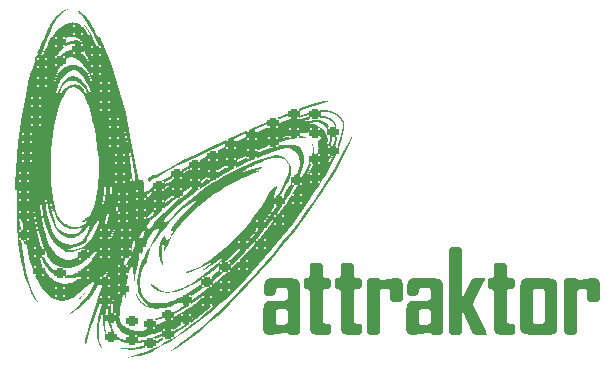
<source format=gbr>
%TF.GenerationSoftware,KiCad,Pcbnew,8.0.7*%
%TF.CreationDate,2025-01-17T18:48:29+01:00*%
%TF.ProjectId,SAO_Attraktor,53414f5f-4174-4747-9261-6b746f722e6b,rev?*%
%TF.SameCoordinates,Original*%
%TF.FileFunction,Legend,Top*%
%TF.FilePolarity,Positive*%
%FSLAX46Y46*%
G04 Gerber Fmt 4.6, Leading zero omitted, Abs format (unit mm)*
G04 Created by KiCad (PCBNEW 8.0.7) date 2025-01-17 18:48:29*
%MOMM*%
%LPD*%
G01*
G04 APERTURE LIST*
G04 Aperture macros list*
%AMRoundRect*
0 Rectangle with rounded corners*
0 $1 Rounding radius*
0 $2 $3 $4 $5 $6 $7 $8 $9 X,Y pos of 4 corners*
0 Add a 4 corners polygon primitive as box body*
4,1,4,$2,$3,$4,$5,$6,$7,$8,$9,$2,$3,0*
0 Add four circle primitives for the rounded corners*
1,1,$1+$1,$2,$3*
1,1,$1+$1,$4,$5*
1,1,$1+$1,$6,$7*
1,1,$1+$1,$8,$9*
0 Add four rect primitives between the rounded corners*
20,1,$1+$1,$2,$3,$4,$5,0*
20,1,$1+$1,$4,$5,$6,$7,0*
20,1,$1+$1,$6,$7,$8,$9,0*
20,1,$1+$1,$8,$9,$2,$3,0*%
G04 Aperture macros list end*
%ADD10C,0.000000*%
%ADD11RoundRect,0.218750X0.256250X-0.218750X0.256250X0.218750X-0.256250X0.218750X-0.256250X-0.218750X0*%
G04 APERTURE END LIST*
D10*
G36*
X144750754Y-95566025D02*
G01*
X143945007Y-95823681D01*
X143145449Y-96098530D01*
X142351566Y-96389022D01*
X140778779Y-97010732D01*
X139222549Y-97676409D01*
X137678779Y-98373648D01*
X136143369Y-99090049D01*
X133081242Y-100530721D01*
X132877298Y-100619442D01*
X132675427Y-100713221D01*
X132475471Y-100811466D01*
X132277268Y-100913586D01*
X131885485Y-101127081D01*
X131498797Y-101348974D01*
X130735586Y-101799020D01*
X130356503Y-102017706D01*
X129977393Y-102225856D01*
X129977392Y-102225856D01*
X129944141Y-102209550D01*
X129917457Y-102190985D01*
X129897025Y-102170374D01*
X129882529Y-102147932D01*
X129873654Y-102123873D01*
X129870085Y-102098410D01*
X129871506Y-102071759D01*
X129877601Y-102044132D01*
X129888056Y-102015744D01*
X129902555Y-101986809D01*
X129920781Y-101957541D01*
X129942421Y-101928154D01*
X129967158Y-101898862D01*
X129994677Y-101869879D01*
X130056799Y-101813697D01*
X130126263Y-101761319D01*
X130200546Y-101714459D01*
X130277124Y-101674828D01*
X130315485Y-101658259D01*
X130353474Y-101644140D01*
X130390775Y-101632684D01*
X130427072Y-101624106D01*
X130462050Y-101618619D01*
X130495394Y-101616438D01*
X130526789Y-101617777D01*
X130555918Y-101622849D01*
X130582466Y-101631870D01*
X130606118Y-101645052D01*
X131741468Y-101028889D01*
X132890193Y-100436105D01*
X134049908Y-99862874D01*
X135218231Y-99305366D01*
X137571162Y-98222218D01*
X139929920Y-97156044D01*
X142691226Y-96040640D01*
X143040763Y-95912606D01*
X143392354Y-95792458D01*
X143746323Y-95681802D01*
X144102995Y-95582244D01*
X144462694Y-95495389D01*
X144825745Y-95422845D01*
X145192473Y-95366217D01*
X145563202Y-95327112D01*
X144750754Y-95566025D01*
G37*
G36*
X144415847Y-109088107D02*
G01*
X144430080Y-109089199D01*
X144444113Y-109090996D01*
X144457926Y-109093481D01*
X144471503Y-109096636D01*
X144484824Y-109100442D01*
X144497873Y-109104882D01*
X144510631Y-109109938D01*
X144523080Y-109115591D01*
X144535201Y-109121823D01*
X144546978Y-109128617D01*
X144558391Y-109135955D01*
X144569424Y-109143817D01*
X144580057Y-109152187D01*
X144590274Y-109161046D01*
X144600055Y-109170376D01*
X144609383Y-109180160D01*
X144618240Y-109190378D01*
X144626607Y-109201014D01*
X144634467Y-109212049D01*
X144641802Y-109223465D01*
X144648594Y-109235243D01*
X144654825Y-109247367D01*
X144660476Y-109259817D01*
X144665529Y-109272577D01*
X144669968Y-109285627D01*
X144673773Y-109298950D01*
X144676926Y-109312528D01*
X144679411Y-109326342D01*
X144681207Y-109340375D01*
X144682299Y-109354609D01*
X144682667Y-109369025D01*
X144682667Y-110108948D01*
X144683034Y-110123365D01*
X144684126Y-110137598D01*
X144685923Y-110151630D01*
X144688407Y-110165444D01*
X144691560Y-110179020D01*
X144695365Y-110192342D01*
X144699804Y-110205391D01*
X144704858Y-110218148D01*
X144710508Y-110230597D01*
X144716739Y-110242718D01*
X144723531Y-110254496D01*
X144730866Y-110265909D01*
X144738726Y-110276942D01*
X144747094Y-110287575D01*
X144755951Y-110297791D01*
X144765279Y-110307572D01*
X144775059Y-110316900D01*
X144785276Y-110325757D01*
X144795909Y-110334125D01*
X144806942Y-110341985D01*
X144818355Y-110349320D01*
X144830132Y-110356112D01*
X144842254Y-110362342D01*
X144854703Y-110367993D01*
X144867460Y-110373047D01*
X144880509Y-110377486D01*
X144893831Y-110381291D01*
X144907407Y-110384444D01*
X144921221Y-110386928D01*
X144935253Y-110388725D01*
X144949486Y-110389817D01*
X144963903Y-110390184D01*
X145101222Y-110390184D01*
X145115637Y-110390552D01*
X145129871Y-110391644D01*
X145143903Y-110393441D01*
X145157717Y-110395926D01*
X145171293Y-110399081D01*
X145184615Y-110402888D01*
X145197663Y-110407328D01*
X145210422Y-110412383D01*
X145222870Y-110418036D01*
X145234992Y-110424268D01*
X145246768Y-110431062D01*
X145258182Y-110438399D01*
X145269214Y-110446262D01*
X145279848Y-110454632D01*
X145290064Y-110463491D01*
X145299846Y-110472821D01*
X145309173Y-110482604D01*
X145318030Y-110492823D01*
X145326398Y-110503459D01*
X145334258Y-110514494D01*
X145341593Y-110525909D01*
X145348385Y-110537688D01*
X145354615Y-110549812D01*
X145360266Y-110562263D01*
X145365320Y-110575022D01*
X145369758Y-110588072D01*
X145373564Y-110601395D01*
X145376717Y-110614973D01*
X145379202Y-110628787D01*
X145380998Y-110642820D01*
X145382089Y-110657054D01*
X145382457Y-110671470D01*
X145382457Y-111032279D01*
X145382089Y-111046695D01*
X145380998Y-111060929D01*
X145379202Y-111074962D01*
X145376717Y-111088777D01*
X145373564Y-111102354D01*
X145369758Y-111115677D01*
X145365320Y-111128727D01*
X145360266Y-111141487D01*
X145354615Y-111153938D01*
X145348385Y-111166061D01*
X145341593Y-111177840D01*
X145334258Y-111189256D01*
X145326398Y-111200291D01*
X145318030Y-111210926D01*
X145309173Y-111221144D01*
X145299846Y-111230928D01*
X145290064Y-111240258D01*
X145279848Y-111249117D01*
X145269214Y-111257487D01*
X145258182Y-111265350D01*
X145246768Y-111272687D01*
X145234992Y-111279481D01*
X145222870Y-111285713D01*
X145210422Y-111291366D01*
X145197663Y-111296422D01*
X145184615Y-111300862D01*
X145171293Y-111304668D01*
X145157717Y-111307823D01*
X145143903Y-111310308D01*
X145129871Y-111312105D01*
X145115637Y-111313197D01*
X145101222Y-111313565D01*
X144963903Y-111313565D01*
X144949486Y-111313933D01*
X144935253Y-111315024D01*
X144921221Y-111316821D01*
X144907407Y-111319305D01*
X144893831Y-111322459D01*
X144880509Y-111326264D01*
X144867460Y-111330702D01*
X144854703Y-111335756D01*
X144842254Y-111341407D01*
X144830132Y-111347638D01*
X144818355Y-111354430D01*
X144806942Y-111361765D01*
X144795909Y-111369625D01*
X144785276Y-111377993D01*
X144775059Y-111386849D01*
X144765279Y-111396177D01*
X144755951Y-111405959D01*
X144747094Y-111416175D01*
X144738726Y-111426809D01*
X144730866Y-111437841D01*
X144723531Y-111449255D01*
X144716739Y-111461031D01*
X144710508Y-111473153D01*
X144704858Y-111485600D01*
X144699804Y-111498359D01*
X144695365Y-111511407D01*
X144691560Y-111524729D01*
X144688407Y-111538305D01*
X144685923Y-111552119D01*
X144684126Y-111566151D01*
X144683034Y-111580384D01*
X144682667Y-111594800D01*
X144682667Y-113977341D01*
X144683034Y-113991753D01*
X144684126Y-114005982D01*
X144685923Y-114020011D01*
X144688407Y-114033822D01*
X144691560Y-114047396D01*
X144695365Y-114060716D01*
X144699804Y-114073763D01*
X144704858Y-114086520D01*
X144710508Y-114098968D01*
X144716739Y-114111089D01*
X144723531Y-114122866D01*
X144730866Y-114134279D01*
X144738726Y-114145313D01*
X144747094Y-114155947D01*
X144755951Y-114166164D01*
X144765279Y-114175946D01*
X144775059Y-114185276D01*
X144785276Y-114194133D01*
X144795909Y-114202502D01*
X144806942Y-114210365D01*
X144818355Y-114217701D01*
X144830132Y-114224495D01*
X144842254Y-114230726D01*
X144854703Y-114236379D01*
X144867460Y-114241434D01*
X144880509Y-114245874D01*
X144893831Y-114249680D01*
X144907407Y-114252835D01*
X144921221Y-114255320D01*
X144935253Y-114257117D01*
X144949486Y-114258209D01*
X144963903Y-114258577D01*
X145130343Y-114258577D01*
X145144758Y-114258944D01*
X145158992Y-114260036D01*
X145173024Y-114261833D01*
X145186838Y-114264319D01*
X145200414Y-114267473D01*
X145213736Y-114271280D01*
X145226784Y-114275720D01*
X145239542Y-114280775D01*
X145251991Y-114286427D01*
X145264113Y-114292659D01*
X145275889Y-114299453D01*
X145287303Y-114306789D01*
X145298335Y-114314651D01*
X145308969Y-114323020D01*
X145319185Y-114331878D01*
X145328966Y-114341207D01*
X145338294Y-114350990D01*
X145347151Y-114361207D01*
X145355518Y-114371841D01*
X145363379Y-114382874D01*
X145370714Y-114394288D01*
X145377506Y-114406064D01*
X145383736Y-114418186D01*
X145389387Y-114430634D01*
X145394441Y-114443390D01*
X145398879Y-114456437D01*
X145402685Y-114469757D01*
X145405838Y-114483332D01*
X145408323Y-114497142D01*
X145410119Y-114511172D01*
X145411210Y-114525401D01*
X145411578Y-114539813D01*
X145411578Y-114900671D01*
X145411210Y-114915086D01*
X145410119Y-114929320D01*
X145408323Y-114943352D01*
X145405838Y-114957166D01*
X145402685Y-114970742D01*
X145398879Y-114984064D01*
X145394441Y-114997112D01*
X145389387Y-115009871D01*
X145383736Y-115022319D01*
X145377506Y-115034441D01*
X145370714Y-115046217D01*
X145363379Y-115057631D01*
X145355518Y-115068663D01*
X145347151Y-115079297D01*
X145338294Y-115089513D01*
X145328966Y-115099295D01*
X145319185Y-115108622D01*
X145308969Y-115117479D01*
X145298335Y-115125847D01*
X145287303Y-115133707D01*
X145275889Y-115141042D01*
X145264113Y-115147834D01*
X145251991Y-115154064D01*
X145239542Y-115159715D01*
X145226784Y-115164769D01*
X145213736Y-115169207D01*
X145200414Y-115173013D01*
X145186838Y-115176166D01*
X145173024Y-115178651D01*
X145158992Y-115180447D01*
X145144758Y-115181538D01*
X145130343Y-115181906D01*
X144206466Y-115181906D01*
X144132424Y-115179626D01*
X144097273Y-115176773D01*
X144063365Y-115172776D01*
X144030696Y-115167633D01*
X143999262Y-115161342D01*
X143969059Y-115153901D01*
X143940085Y-115145309D01*
X143912336Y-115135564D01*
X143885807Y-115124664D01*
X143860496Y-115112607D01*
X143836398Y-115099391D01*
X143813511Y-115085015D01*
X143791830Y-115069477D01*
X143771353Y-115052775D01*
X143752076Y-115034908D01*
X143733994Y-115015872D01*
X143717104Y-114995668D01*
X143701404Y-114974292D01*
X143686889Y-114951743D01*
X143673555Y-114928020D01*
X143661400Y-114903121D01*
X143650419Y-114877043D01*
X143640610Y-114849785D01*
X143631968Y-114821345D01*
X143624490Y-114791722D01*
X143618172Y-114760913D01*
X143613010Y-114728917D01*
X143609002Y-114695732D01*
X143606143Y-114661356D01*
X143603861Y-114589025D01*
X143603861Y-111594800D01*
X143603524Y-111580384D01*
X143602524Y-111566151D01*
X143600880Y-111552119D01*
X143598604Y-111538305D01*
X143595717Y-111524729D01*
X143592232Y-111511407D01*
X143588168Y-111498359D01*
X143583540Y-111485600D01*
X143578365Y-111473153D01*
X143572659Y-111461031D01*
X143566439Y-111449255D01*
X143559722Y-111437841D01*
X143552523Y-111426809D01*
X143544861Y-111416175D01*
X143536749Y-111405959D01*
X143528207Y-111396177D01*
X143519249Y-111386849D01*
X143509893Y-111377993D01*
X143500155Y-111369625D01*
X143490051Y-111361765D01*
X143479597Y-111354430D01*
X143468811Y-111347638D01*
X143457710Y-111341407D01*
X143446308Y-111335756D01*
X143434623Y-111330702D01*
X143422672Y-111326264D01*
X143410471Y-111322459D01*
X143398036Y-111319305D01*
X143385384Y-111316821D01*
X143372532Y-111315024D01*
X143359494Y-111313933D01*
X143346290Y-111313565D01*
X143333085Y-111313197D01*
X143320049Y-111312105D01*
X143307196Y-111310308D01*
X143294544Y-111307823D01*
X143282109Y-111304668D01*
X143269908Y-111300862D01*
X143257956Y-111296422D01*
X143246272Y-111291366D01*
X143234871Y-111285713D01*
X143223768Y-111279481D01*
X143212983Y-111272687D01*
X143202530Y-111265350D01*
X143192426Y-111257487D01*
X143182687Y-111249117D01*
X143173331Y-111240258D01*
X143164374Y-111230928D01*
X143155830Y-111221144D01*
X143147720Y-111210926D01*
X143140056Y-111200291D01*
X143132859Y-111189256D01*
X143126141Y-111177840D01*
X143119921Y-111166061D01*
X143114216Y-111153938D01*
X143109040Y-111141487D01*
X143104413Y-111128727D01*
X143100348Y-111115677D01*
X143096863Y-111102354D01*
X143093976Y-111088777D01*
X143091701Y-111074962D01*
X143090055Y-111060929D01*
X143089056Y-111046695D01*
X143088720Y-111032279D01*
X143088720Y-110671470D01*
X143089056Y-110657054D01*
X143090055Y-110642820D01*
X143091701Y-110628787D01*
X143093976Y-110614973D01*
X143096863Y-110601395D01*
X143100348Y-110588072D01*
X143104413Y-110575022D01*
X143109040Y-110562263D01*
X143114216Y-110549812D01*
X143119921Y-110537688D01*
X143126141Y-110525909D01*
X143132859Y-110514494D01*
X143140056Y-110503459D01*
X143147720Y-110492823D01*
X143155830Y-110482604D01*
X143164374Y-110472821D01*
X143173331Y-110463491D01*
X143182687Y-110454632D01*
X143192426Y-110446262D01*
X143202530Y-110438399D01*
X143212983Y-110431062D01*
X143223768Y-110424268D01*
X143234871Y-110418036D01*
X143246272Y-110412383D01*
X143257956Y-110407328D01*
X143269908Y-110402888D01*
X143282109Y-110399081D01*
X143294544Y-110395926D01*
X143307196Y-110393441D01*
X143320049Y-110391644D01*
X143333085Y-110390552D01*
X143346290Y-110390184D01*
X143359494Y-110389817D01*
X143372532Y-110388725D01*
X143385384Y-110386928D01*
X143398036Y-110384444D01*
X143410471Y-110381291D01*
X143422672Y-110377486D01*
X143434623Y-110373047D01*
X143446308Y-110367993D01*
X143457710Y-110362342D01*
X143468811Y-110356112D01*
X143479597Y-110349320D01*
X143490051Y-110341985D01*
X143500155Y-110334125D01*
X143509893Y-110325757D01*
X143519249Y-110316900D01*
X143528207Y-110307572D01*
X143536749Y-110297791D01*
X143544861Y-110287575D01*
X143552523Y-110276942D01*
X143559722Y-110265909D01*
X143566439Y-110254496D01*
X143572659Y-110242718D01*
X143578365Y-110230597D01*
X143583540Y-110218148D01*
X143588168Y-110205391D01*
X143592232Y-110192342D01*
X143595717Y-110179020D01*
X143598604Y-110165444D01*
X143600880Y-110151630D01*
X143602524Y-110137598D01*
X143603524Y-110123365D01*
X143603861Y-110108948D01*
X143603861Y-109369025D01*
X143604228Y-109354609D01*
X143605320Y-109340375D01*
X143607117Y-109326342D01*
X143609601Y-109312528D01*
X143612754Y-109298950D01*
X143616559Y-109285627D01*
X143620998Y-109272577D01*
X143626052Y-109259817D01*
X143631703Y-109247367D01*
X143637933Y-109235243D01*
X143644725Y-109223465D01*
X143652060Y-109212049D01*
X143659921Y-109201014D01*
X143668288Y-109190378D01*
X143677146Y-109180160D01*
X143686473Y-109170376D01*
X143696255Y-109161046D01*
X143706471Y-109152187D01*
X143717104Y-109143817D01*
X143728137Y-109135955D01*
X143739551Y-109128617D01*
X143751327Y-109121823D01*
X143763449Y-109115591D01*
X143775898Y-109109938D01*
X143788656Y-109104882D01*
X143801704Y-109100442D01*
X143815026Y-109096636D01*
X143828603Y-109093481D01*
X143842416Y-109090996D01*
X143856449Y-109089199D01*
X143870682Y-109088107D01*
X143885098Y-109087739D01*
X144401431Y-109087739D01*
X144415847Y-109088107D01*
G37*
G36*
X163704017Y-110390585D02*
G01*
X163735937Y-110391899D01*
X163804298Y-110396948D01*
X163876812Y-110404931D01*
X163951226Y-110415494D01*
X164025289Y-110428281D01*
X164096750Y-110442941D01*
X164163357Y-110459117D01*
X164194136Y-110467664D01*
X164222858Y-110476457D01*
X164237253Y-110481880D01*
X164253774Y-110489060D01*
X164275203Y-110499573D01*
X164300558Y-110513689D01*
X164328858Y-110531672D01*
X164359119Y-110553792D01*
X164374680Y-110566486D01*
X164390364Y-110580314D01*
X164406047Y-110595309D01*
X164421607Y-110611505D01*
X164436922Y-110628935D01*
X164451870Y-110647633D01*
X164466326Y-110667632D01*
X164480169Y-110688965D01*
X164493276Y-110711665D01*
X164505524Y-110735766D01*
X164516790Y-110761302D01*
X164526952Y-110788306D01*
X164535888Y-110816810D01*
X164543474Y-110846849D01*
X164549588Y-110878457D01*
X164554107Y-110911664D01*
X164556908Y-110946507D01*
X164557869Y-110983018D01*
X164557869Y-114589025D01*
X164555578Y-114661356D01*
X164552715Y-114695732D01*
X164548704Y-114728917D01*
X164543539Y-114760913D01*
X164537218Y-114791722D01*
X164529736Y-114821345D01*
X164521092Y-114849785D01*
X164511279Y-114877043D01*
X164500296Y-114903121D01*
X164488138Y-114928020D01*
X164474802Y-114951743D01*
X164460285Y-114974292D01*
X164444582Y-114995668D01*
X164427690Y-115015872D01*
X164409606Y-115034908D01*
X164390326Y-115052775D01*
X164369847Y-115069477D01*
X164348164Y-115085015D01*
X164325274Y-115099391D01*
X164301174Y-115112607D01*
X164275860Y-115124664D01*
X164249329Y-115135564D01*
X164221577Y-115145309D01*
X164192600Y-115153901D01*
X164162394Y-115161342D01*
X164130957Y-115167633D01*
X164098284Y-115172776D01*
X164064372Y-115176773D01*
X164029218Y-115179626D01*
X163955166Y-115181906D01*
X162292503Y-115181906D01*
X162230535Y-115180171D01*
X162162149Y-115175198D01*
X162089596Y-115167335D01*
X162015131Y-115156928D01*
X161941008Y-115144326D01*
X161869480Y-115129877D01*
X161802803Y-115113928D01*
X161743229Y-115096826D01*
X161728435Y-115091352D01*
X161711456Y-115084114D01*
X161689434Y-115073523D01*
X161663376Y-115059317D01*
X161634294Y-115041231D01*
X161603193Y-115019003D01*
X161587202Y-115006253D01*
X161571084Y-114992368D01*
X161554967Y-114977315D01*
X161538975Y-114961063D01*
X161523236Y-114943577D01*
X161507874Y-114924824D01*
X161493018Y-114904772D01*
X161478792Y-114883388D01*
X161465322Y-114860639D01*
X161452734Y-114836491D01*
X161441156Y-114810913D01*
X161430712Y-114783870D01*
X161421529Y-114755330D01*
X161413733Y-114725261D01*
X161407450Y-114693629D01*
X161402806Y-114660401D01*
X161399927Y-114625544D01*
X161398939Y-114589025D01*
X161398939Y-113996787D01*
X162468123Y-113996787D01*
X162468492Y-114011204D01*
X162469583Y-114025437D01*
X162471379Y-114039469D01*
X162473864Y-114053282D01*
X162477017Y-114066859D01*
X162480822Y-114080181D01*
X162485261Y-114093230D01*
X162490314Y-114105987D01*
X162495966Y-114118436D01*
X162502197Y-114130558D01*
X162508988Y-114142334D01*
X162516323Y-114153748D01*
X162524184Y-114164780D01*
X162532551Y-114175414D01*
X162541408Y-114185630D01*
X162550736Y-114195411D01*
X162560517Y-114204740D01*
X162570733Y-114213596D01*
X162581367Y-114221963D01*
X162592399Y-114229824D01*
X162603813Y-114237159D01*
X162615590Y-114243950D01*
X162627711Y-114250181D01*
X162640160Y-114255833D01*
X162652917Y-114260886D01*
X162665967Y-114265325D01*
X162679288Y-114269129D01*
X162692865Y-114272283D01*
X162706678Y-114274767D01*
X162720710Y-114276564D01*
X162734943Y-114277655D01*
X162749359Y-114278023D01*
X163217174Y-114278023D01*
X163231590Y-114277655D01*
X163245823Y-114276564D01*
X163259855Y-114274767D01*
X163273668Y-114272283D01*
X163287245Y-114269129D01*
X163300566Y-114265325D01*
X163313615Y-114260886D01*
X163326373Y-114255833D01*
X163338822Y-114250181D01*
X163350943Y-114243950D01*
X163362720Y-114237159D01*
X163374134Y-114229824D01*
X163385166Y-114221963D01*
X163395800Y-114213596D01*
X163406016Y-114204740D01*
X163415797Y-114195411D01*
X163425125Y-114185630D01*
X163433982Y-114175414D01*
X163442349Y-114164780D01*
X163450209Y-114153748D01*
X163457545Y-114142334D01*
X163464336Y-114130558D01*
X163470567Y-114118436D01*
X163476219Y-114105987D01*
X163481272Y-114093230D01*
X163485711Y-114080181D01*
X163489515Y-114066859D01*
X163492669Y-114053282D01*
X163495154Y-114039469D01*
X163496950Y-114025437D01*
X163498041Y-114011204D01*
X163498410Y-113996787D01*
X163498410Y-111575354D01*
X163498041Y-111560937D01*
X163496950Y-111546704D01*
X163495154Y-111532670D01*
X163492669Y-111518856D01*
X163489515Y-111505279D01*
X163485711Y-111491956D01*
X163481272Y-111478905D01*
X163476219Y-111466147D01*
X163470567Y-111453696D01*
X163464336Y-111441572D01*
X163457545Y-111429794D01*
X163450209Y-111418378D01*
X163442349Y-111407343D01*
X163433982Y-111396707D01*
X163425125Y-111386489D01*
X163415797Y-111376706D01*
X163406016Y-111367375D01*
X163395800Y-111358516D01*
X163385166Y-111350146D01*
X163374134Y-111342284D01*
X163362720Y-111334946D01*
X163350943Y-111328153D01*
X163338822Y-111321920D01*
X163326373Y-111316267D01*
X163313615Y-111311212D01*
X163300566Y-111306772D01*
X163287245Y-111302966D01*
X163273668Y-111299810D01*
X163259855Y-111297326D01*
X163245823Y-111295528D01*
X163231590Y-111294437D01*
X163217174Y-111294068D01*
X162749359Y-111294068D01*
X162734943Y-111294437D01*
X162720710Y-111295528D01*
X162706678Y-111297326D01*
X162692865Y-111299810D01*
X162679288Y-111302966D01*
X162665967Y-111306772D01*
X162652917Y-111311212D01*
X162640160Y-111316267D01*
X162627711Y-111321920D01*
X162615590Y-111328153D01*
X162603813Y-111334946D01*
X162592399Y-111342284D01*
X162581367Y-111350146D01*
X162570733Y-111358516D01*
X162560517Y-111367375D01*
X162550736Y-111376706D01*
X162541408Y-111386489D01*
X162532551Y-111396707D01*
X162524184Y-111407343D01*
X162516323Y-111418378D01*
X162508988Y-111429794D01*
X162502197Y-111441572D01*
X162495966Y-111453696D01*
X162490314Y-111466147D01*
X162485261Y-111478905D01*
X162480822Y-111491956D01*
X162477017Y-111505279D01*
X162473864Y-111518856D01*
X162471379Y-111532670D01*
X162469583Y-111546704D01*
X162468492Y-111560937D01*
X162468123Y-111575354D01*
X162468123Y-113996787D01*
X161398939Y-113996787D01*
X161398939Y-111575354D01*
X161398939Y-111264304D01*
X161399394Y-111234268D01*
X161400728Y-111202352D01*
X161405855Y-111134010D01*
X161413961Y-111061528D01*
X161424687Y-110987155D01*
X161437673Y-110913143D01*
X161452560Y-110841741D01*
X161468989Y-110775201D01*
X161477670Y-110744458D01*
X161486601Y-110715773D01*
X161492007Y-110701781D01*
X161499213Y-110685722D01*
X161509820Y-110664892D01*
X161524127Y-110640247D01*
X161542434Y-110612740D01*
X161553180Y-110598211D01*
X161565039Y-110583324D01*
X161578048Y-110568199D01*
X161592243Y-110552955D01*
X161607663Y-110537711D01*
X161624345Y-110522585D01*
X161642325Y-110507699D01*
X161661643Y-110493170D01*
X161682334Y-110479118D01*
X161704437Y-110465663D01*
X161727988Y-110452923D01*
X161753025Y-110441018D01*
X161779587Y-110430066D01*
X161807709Y-110420189D01*
X161837430Y-110411503D01*
X161868786Y-110404129D01*
X161901816Y-110398187D01*
X161936556Y-110393794D01*
X161973045Y-110391071D01*
X162011319Y-110390137D01*
X163673979Y-110390137D01*
X163704017Y-110390585D01*
G37*
G36*
X159998946Y-109088107D02*
G01*
X160013178Y-109089199D01*
X160027211Y-109090996D01*
X160041024Y-109093481D01*
X160054601Y-109096636D01*
X160067922Y-109100442D01*
X160080971Y-109104882D01*
X160093729Y-109109938D01*
X160106178Y-109115591D01*
X160118299Y-109121823D01*
X160130076Y-109128617D01*
X160141489Y-109135955D01*
X160152522Y-109143817D01*
X160163155Y-109152187D01*
X160173372Y-109161046D01*
X160183153Y-109170376D01*
X160192481Y-109180160D01*
X160201338Y-109190378D01*
X160209705Y-109201014D01*
X160217565Y-109212049D01*
X160224900Y-109223465D01*
X160231692Y-109235243D01*
X160237923Y-109247367D01*
X160243575Y-109259817D01*
X160248628Y-109272577D01*
X160253067Y-109285627D01*
X160256871Y-109298950D01*
X160260025Y-109312528D01*
X160262510Y-109326342D01*
X160264306Y-109340375D01*
X160265397Y-109354609D01*
X160265766Y-109369025D01*
X160265766Y-110108948D01*
X160266133Y-110123365D01*
X160267224Y-110137598D01*
X160269021Y-110151630D01*
X160271505Y-110165444D01*
X160274659Y-110179020D01*
X160278464Y-110192342D01*
X160282902Y-110205391D01*
X160287957Y-110218148D01*
X160293608Y-110230597D01*
X160299838Y-110242718D01*
X160306630Y-110254496D01*
X160313965Y-110265909D01*
X160321825Y-110276942D01*
X160330193Y-110287575D01*
X160339050Y-110297791D01*
X160348377Y-110307572D01*
X160358159Y-110316900D01*
X160368375Y-110325757D01*
X160379009Y-110334125D01*
X160390041Y-110341985D01*
X160401455Y-110349320D01*
X160413231Y-110356112D01*
X160425353Y-110362342D01*
X160437802Y-110367993D01*
X160450560Y-110373047D01*
X160463608Y-110377486D01*
X160476930Y-110381291D01*
X160490506Y-110384444D01*
X160504320Y-110386928D01*
X160518352Y-110388725D01*
X160532585Y-110389817D01*
X160547001Y-110390184D01*
X160684419Y-110390184D01*
X160698834Y-110390552D01*
X160713068Y-110391644D01*
X160727100Y-110393441D01*
X160740914Y-110395926D01*
X160754490Y-110399081D01*
X160767812Y-110402888D01*
X160780860Y-110407328D01*
X160793618Y-110412383D01*
X160806066Y-110418036D01*
X160818189Y-110424268D01*
X160829965Y-110431062D01*
X160841379Y-110438399D01*
X160852411Y-110446262D01*
X160863045Y-110454632D01*
X160873261Y-110463491D01*
X160883042Y-110472821D01*
X160892370Y-110482604D01*
X160901227Y-110492823D01*
X160909594Y-110503459D01*
X160917455Y-110514494D01*
X160924790Y-110525909D01*
X160931582Y-110537688D01*
X160937812Y-110549812D01*
X160943463Y-110562263D01*
X160948518Y-110575022D01*
X160952955Y-110588072D01*
X160956761Y-110601395D01*
X160959915Y-110614973D01*
X160962399Y-110628787D01*
X160964196Y-110642820D01*
X160965287Y-110657054D01*
X160965654Y-110671470D01*
X160965654Y-111032279D01*
X160965287Y-111046695D01*
X160964196Y-111060929D01*
X160962399Y-111074962D01*
X160959915Y-111088777D01*
X160956761Y-111102354D01*
X160952955Y-111115677D01*
X160948518Y-111128727D01*
X160943463Y-111141487D01*
X160937812Y-111153938D01*
X160931582Y-111166061D01*
X160924790Y-111177840D01*
X160917455Y-111189256D01*
X160909594Y-111200291D01*
X160901227Y-111210926D01*
X160892370Y-111221144D01*
X160883042Y-111230928D01*
X160873261Y-111240258D01*
X160863045Y-111249117D01*
X160852411Y-111257487D01*
X160841379Y-111265350D01*
X160829965Y-111272687D01*
X160818189Y-111279481D01*
X160806066Y-111285713D01*
X160793618Y-111291366D01*
X160780860Y-111296422D01*
X160767812Y-111300862D01*
X160754490Y-111304668D01*
X160740914Y-111307823D01*
X160727100Y-111310308D01*
X160713068Y-111312105D01*
X160698834Y-111313197D01*
X160684419Y-111313565D01*
X160547001Y-111313565D01*
X160532585Y-111313933D01*
X160518352Y-111315024D01*
X160504320Y-111316821D01*
X160490506Y-111319305D01*
X160476930Y-111322459D01*
X160463608Y-111326264D01*
X160450560Y-111330702D01*
X160437802Y-111335756D01*
X160425353Y-111341407D01*
X160413231Y-111347638D01*
X160401455Y-111354430D01*
X160390041Y-111361765D01*
X160379009Y-111369625D01*
X160368375Y-111377993D01*
X160358159Y-111386849D01*
X160348377Y-111396177D01*
X160339050Y-111405959D01*
X160330193Y-111416175D01*
X160321825Y-111426809D01*
X160313965Y-111437841D01*
X160306630Y-111449255D01*
X160299838Y-111461031D01*
X160293608Y-111473153D01*
X160287957Y-111485600D01*
X160282902Y-111498359D01*
X160278464Y-111511407D01*
X160274659Y-111524729D01*
X160271505Y-111538305D01*
X160269021Y-111552119D01*
X160267224Y-111566151D01*
X160266133Y-111580384D01*
X160265766Y-111594800D01*
X160265766Y-113977341D01*
X160266133Y-113991753D01*
X160267224Y-114005982D01*
X160269021Y-114020011D01*
X160271505Y-114033822D01*
X160274659Y-114047396D01*
X160278464Y-114060716D01*
X160282902Y-114073763D01*
X160287957Y-114086520D01*
X160293608Y-114098968D01*
X160299838Y-114111089D01*
X160306630Y-114122866D01*
X160313965Y-114134279D01*
X160321825Y-114145313D01*
X160330193Y-114155947D01*
X160339050Y-114166164D01*
X160348377Y-114175946D01*
X160358159Y-114185276D01*
X160368375Y-114194133D01*
X160379009Y-114202502D01*
X160390041Y-114210365D01*
X160401455Y-114217701D01*
X160413231Y-114224495D01*
X160425353Y-114230726D01*
X160437802Y-114236379D01*
X160450560Y-114241434D01*
X160463608Y-114245874D01*
X160476930Y-114249680D01*
X160490506Y-114252835D01*
X160504320Y-114255320D01*
X160518352Y-114257117D01*
X160532585Y-114258209D01*
X160547001Y-114258577D01*
X160713538Y-114258577D01*
X160727954Y-114258944D01*
X160742187Y-114260036D01*
X160756220Y-114261833D01*
X160770033Y-114264319D01*
X160783610Y-114267473D01*
X160796931Y-114271280D01*
X160809980Y-114275720D01*
X160822737Y-114280775D01*
X160835186Y-114286427D01*
X160847308Y-114292659D01*
X160859085Y-114299453D01*
X160870498Y-114306789D01*
X160881531Y-114314651D01*
X160892164Y-114323020D01*
X160902381Y-114331878D01*
X160912161Y-114341207D01*
X160921490Y-114350990D01*
X160930347Y-114361207D01*
X160938714Y-114371841D01*
X160946574Y-114382874D01*
X160953909Y-114394288D01*
X160960701Y-114406064D01*
X160966932Y-114418186D01*
X160972583Y-114430634D01*
X160977637Y-114443390D01*
X160982075Y-114456437D01*
X160985880Y-114469757D01*
X160989034Y-114483332D01*
X160991518Y-114497142D01*
X160993315Y-114511172D01*
X160994406Y-114525401D01*
X160994774Y-114539813D01*
X160994774Y-114900671D01*
X160994406Y-114915086D01*
X160993315Y-114929320D01*
X160991518Y-114943352D01*
X160989034Y-114957166D01*
X160985880Y-114970742D01*
X160982075Y-114984064D01*
X160977637Y-114997112D01*
X160972583Y-115009871D01*
X160966932Y-115022319D01*
X160960701Y-115034441D01*
X160953909Y-115046217D01*
X160946574Y-115057631D01*
X160938714Y-115068663D01*
X160930347Y-115079297D01*
X160921490Y-115089513D01*
X160912161Y-115099295D01*
X160902381Y-115108622D01*
X160892164Y-115117479D01*
X160881531Y-115125847D01*
X160870498Y-115133707D01*
X160859085Y-115141042D01*
X160847308Y-115147834D01*
X160835186Y-115154064D01*
X160822737Y-115159715D01*
X160809980Y-115164769D01*
X160796931Y-115169207D01*
X160783610Y-115173013D01*
X160770033Y-115176166D01*
X160756220Y-115178651D01*
X160742187Y-115180447D01*
X160727954Y-115181538D01*
X160713538Y-115181906D01*
X159789513Y-115181906D01*
X159715471Y-115179626D01*
X159680322Y-115176773D01*
X159646414Y-115172776D01*
X159613746Y-115167633D01*
X159582313Y-115161342D01*
X159552112Y-115153901D01*
X159523140Y-115145309D01*
X159495392Y-115135564D01*
X159468865Y-115124664D01*
X159443556Y-115112607D01*
X159419461Y-115099391D01*
X159396576Y-115085015D01*
X159374898Y-115069477D01*
X159354423Y-115052775D01*
X159335148Y-115034908D01*
X159317069Y-115015872D01*
X159300182Y-114995668D01*
X159284484Y-114974292D01*
X159269971Y-114951743D01*
X159256640Y-114928020D01*
X159244487Y-114903121D01*
X159233508Y-114877043D01*
X159223700Y-114849785D01*
X159215060Y-114821345D01*
X159207583Y-114791722D01*
X159201267Y-114760913D01*
X159196107Y-114728917D01*
X159192099Y-114695732D01*
X159189241Y-114661356D01*
X159186960Y-114589025D01*
X159186960Y-111594800D01*
X159186622Y-111580384D01*
X159185623Y-111566151D01*
X159183977Y-111552119D01*
X159181701Y-111538305D01*
X159178812Y-111524729D01*
X159175326Y-111511407D01*
X159171261Y-111498359D01*
X159166631Y-111485600D01*
X159161454Y-111473153D01*
X159155747Y-111461031D01*
X159149526Y-111449255D01*
X159142807Y-111437841D01*
X159135607Y-111426809D01*
X159127942Y-111416175D01*
X159119830Y-111405959D01*
X159111286Y-111396177D01*
X159102327Y-111386849D01*
X159092970Y-111377993D01*
X159083231Y-111369625D01*
X159073126Y-111361765D01*
X159062673Y-111354430D01*
X159051887Y-111347638D01*
X159040785Y-111341407D01*
X159029384Y-111335756D01*
X159017700Y-111330702D01*
X159005750Y-111326264D01*
X158993550Y-111322459D01*
X158981118Y-111319305D01*
X158968468Y-111316821D01*
X158955618Y-111315024D01*
X158942585Y-111313933D01*
X158929384Y-111313565D01*
X158916184Y-111313197D01*
X158903151Y-111312105D01*
X158890302Y-111310308D01*
X158877653Y-111307823D01*
X158865220Y-111304668D01*
X158853021Y-111300862D01*
X158841071Y-111296422D01*
X158829387Y-111291366D01*
X158817987Y-111285713D01*
X158806885Y-111279481D01*
X158796099Y-111272687D01*
X158785646Y-111265350D01*
X158775542Y-111257487D01*
X158765802Y-111249117D01*
X158756445Y-111240258D01*
X158747486Y-111230928D01*
X158738942Y-111221144D01*
X158730830Y-111210926D01*
X158723165Y-111200291D01*
X158715965Y-111189256D01*
X158709246Y-111177840D01*
X158703025Y-111166061D01*
X158697318Y-111153938D01*
X158692141Y-111141487D01*
X158687511Y-111128727D01*
X158683446Y-111115677D01*
X158679960Y-111102354D01*
X158677071Y-111088777D01*
X158674795Y-111074962D01*
X158673149Y-111060929D01*
X158672149Y-111046695D01*
X158671812Y-111032279D01*
X158671812Y-110671470D01*
X158672149Y-110657054D01*
X158673149Y-110642820D01*
X158674794Y-110628787D01*
X158677071Y-110614973D01*
X158679960Y-110601395D01*
X158683445Y-110588072D01*
X158687511Y-110575022D01*
X158692140Y-110562263D01*
X158697317Y-110549812D01*
X158703024Y-110537688D01*
X158709246Y-110525909D01*
X158715964Y-110514494D01*
X158723164Y-110503459D01*
X158730829Y-110492823D01*
X158738941Y-110482604D01*
X158747485Y-110472821D01*
X158756444Y-110463491D01*
X158765802Y-110454632D01*
X158775540Y-110446262D01*
X158785645Y-110438399D01*
X158796099Y-110431062D01*
X158806884Y-110424268D01*
X158817986Y-110418036D01*
X158829387Y-110412383D01*
X158841070Y-110407328D01*
X158853020Y-110402888D01*
X158865219Y-110399081D01*
X158877652Y-110395926D01*
X158890302Y-110393441D01*
X158903151Y-110391644D01*
X158916184Y-110390552D01*
X158929384Y-110390184D01*
X158942585Y-110389817D01*
X158955618Y-110388725D01*
X158968467Y-110386928D01*
X158981117Y-110384444D01*
X158993550Y-110381291D01*
X159005749Y-110377486D01*
X159017699Y-110373047D01*
X159029382Y-110367993D01*
X159040784Y-110362342D01*
X159051885Y-110356112D01*
X159062671Y-110349320D01*
X159073125Y-110341985D01*
X159083229Y-110334125D01*
X159092969Y-110325757D01*
X159102326Y-110316900D01*
X159111285Y-110307572D01*
X159119829Y-110297791D01*
X159127941Y-110287575D01*
X159135606Y-110276942D01*
X159142806Y-110265909D01*
X159149525Y-110254496D01*
X159155747Y-110242718D01*
X159161454Y-110230597D01*
X159166631Y-110218148D01*
X159171261Y-110205391D01*
X159175326Y-110192342D01*
X159178812Y-110179020D01*
X159181701Y-110165444D01*
X159183977Y-110151630D01*
X159185622Y-110137598D01*
X159186622Y-110123365D01*
X159186960Y-110108948D01*
X159186960Y-109369025D01*
X159187327Y-109354609D01*
X159188418Y-109340375D01*
X159190215Y-109326342D01*
X159192699Y-109312528D01*
X159195853Y-109298950D01*
X159199658Y-109285627D01*
X159204096Y-109272577D01*
X159209151Y-109259817D01*
X159214802Y-109247367D01*
X159221032Y-109235243D01*
X159227824Y-109223465D01*
X159235159Y-109212049D01*
X159243019Y-109201014D01*
X159251387Y-109190378D01*
X159260244Y-109180160D01*
X159269572Y-109170376D01*
X159279353Y-109161046D01*
X159289569Y-109152187D01*
X159300203Y-109143817D01*
X159311235Y-109135955D01*
X159322649Y-109128617D01*
X159334425Y-109121823D01*
X159346547Y-109115591D01*
X159358996Y-109109938D01*
X159371754Y-109104882D01*
X159384802Y-109100442D01*
X159398124Y-109096636D01*
X159411700Y-109093481D01*
X159425514Y-109090996D01*
X159439546Y-109089199D01*
X159453779Y-109088107D01*
X159468195Y-109087739D01*
X159984530Y-109087739D01*
X159998946Y-109088107D01*
G37*
G36*
X154015850Y-110390585D02*
G01*
X154047771Y-110391899D01*
X154116138Y-110396948D01*
X154188657Y-110404931D01*
X154263078Y-110415494D01*
X154337144Y-110428281D01*
X154408603Y-110442941D01*
X154475202Y-110459117D01*
X154505975Y-110467664D01*
X154534687Y-110476457D01*
X154549080Y-110481880D01*
X154565599Y-110489060D01*
X154587025Y-110499573D01*
X154612377Y-110513689D01*
X154640671Y-110531672D01*
X154670929Y-110553792D01*
X154686488Y-110566486D01*
X154702169Y-110580314D01*
X154717850Y-110595309D01*
X154733408Y-110611505D01*
X154748721Y-110628935D01*
X154763666Y-110647633D01*
X154778120Y-110667632D01*
X154791961Y-110688965D01*
X154805066Y-110711665D01*
X154817312Y-110735766D01*
X154828577Y-110761302D01*
X154838738Y-110788306D01*
X154847672Y-110816810D01*
X154855257Y-110846849D01*
X154861370Y-110878457D01*
X154865888Y-110911664D01*
X154868689Y-110946507D01*
X154869650Y-110983018D01*
X154869650Y-114900671D01*
X154869282Y-114915086D01*
X154868191Y-114929320D01*
X154866394Y-114943352D01*
X154863910Y-114957166D01*
X154860756Y-114970742D01*
X154856952Y-114984064D01*
X154852513Y-114997112D01*
X154847460Y-115009871D01*
X154841808Y-115022319D01*
X154835578Y-115034441D01*
X154828786Y-115046217D01*
X154821451Y-115057631D01*
X154813591Y-115068663D01*
X154805223Y-115079297D01*
X154796367Y-115089513D01*
X154787039Y-115099295D01*
X154777257Y-115108622D01*
X154767042Y-115117479D01*
X154756408Y-115125847D01*
X154745376Y-115133707D01*
X154733962Y-115141042D01*
X154722185Y-115147834D01*
X154710063Y-115154064D01*
X154697615Y-115159715D01*
X154684857Y-115164769D01*
X154671808Y-115169207D01*
X154658487Y-115173013D01*
X154644910Y-115176166D01*
X154631097Y-115178651D01*
X154617064Y-115180447D01*
X154602831Y-115181538D01*
X154588414Y-115181906D01*
X154110927Y-115181906D01*
X154082277Y-115181478D01*
X154054432Y-115180221D01*
X154027534Y-115178178D01*
X154001727Y-115175391D01*
X153977157Y-115171903D01*
X153953967Y-115167755D01*
X153932301Y-115162991D01*
X153912303Y-115157654D01*
X153894120Y-115151783D01*
X153877891Y-115145423D01*
X153863765Y-115138616D01*
X153851883Y-115131404D01*
X153842391Y-115123830D01*
X153835432Y-115115936D01*
X153832947Y-115111881D01*
X153831151Y-115107763D01*
X153830060Y-115103586D01*
X153829692Y-115099355D01*
X153829327Y-115095167D01*
X153828244Y-115091123D01*
X153826461Y-115087227D01*
X153823997Y-115083482D01*
X153820868Y-115079891D01*
X153817092Y-115076457D01*
X153812689Y-115073183D01*
X153807675Y-115070072D01*
X153802068Y-115067126D01*
X153795885Y-115064351D01*
X153789147Y-115061747D01*
X153781869Y-115059318D01*
X153774070Y-115057067D01*
X153765768Y-115054998D01*
X153756980Y-115053113D01*
X153747725Y-115051415D01*
X153738020Y-115049907D01*
X153727883Y-115048592D01*
X153706385Y-115046555D01*
X153683375Y-115045328D01*
X153658995Y-115044934D01*
X153633389Y-115045397D01*
X153606699Y-115046743D01*
X153579067Y-115048995D01*
X153550639Y-115052177D01*
X152961726Y-115127089D01*
X152834999Y-115143912D01*
X152696180Y-115163521D01*
X152562066Y-115183492D01*
X152449460Y-115201403D01*
X152352276Y-115201403D01*
X152279944Y-115199125D01*
X152245569Y-115196278D01*
X152212383Y-115192292D01*
X152180388Y-115187166D01*
X152149578Y-115180902D01*
X152119955Y-115173499D01*
X152091516Y-115164957D01*
X152064258Y-115155275D01*
X152038179Y-115144455D01*
X152013280Y-115132496D01*
X151989557Y-115119398D01*
X151967008Y-115105160D01*
X151945632Y-115089784D01*
X151925428Y-115073268D01*
X151906392Y-115055613D01*
X151888525Y-115036819D01*
X151871823Y-115016886D01*
X151856285Y-114995813D01*
X151841909Y-114973601D01*
X151828693Y-114950251D01*
X151816636Y-114925760D01*
X151805736Y-114900131D01*
X151795991Y-114873362D01*
X151787399Y-114845454D01*
X151779958Y-114816407D01*
X151773667Y-114786220D01*
X151768524Y-114754893D01*
X151764527Y-114722428D01*
X151761674Y-114688823D01*
X151759394Y-114618194D01*
X151759394Y-114074576D01*
X152799405Y-114074576D01*
X152799772Y-114088978D01*
X152800863Y-114103171D01*
X152802659Y-114117137D01*
X152805142Y-114130857D01*
X152808294Y-114144317D01*
X152812098Y-114157496D01*
X152816534Y-114170379D01*
X152821585Y-114182948D01*
X152827233Y-114195187D01*
X152833461Y-114207076D01*
X152840249Y-114218600D01*
X152847580Y-114229739D01*
X152855436Y-114240479D01*
X152863799Y-114250799D01*
X152872650Y-114260685D01*
X152881973Y-114270118D01*
X152891748Y-114279080D01*
X152901957Y-114287555D01*
X152912584Y-114295526D01*
X152923609Y-114302974D01*
X152935015Y-114309882D01*
X152946783Y-114316234D01*
X152958896Y-114322010D01*
X152971335Y-114327196D01*
X152984083Y-114331772D01*
X152997122Y-114335722D01*
X153010432Y-114339028D01*
X153023997Y-114341673D01*
X153037799Y-114343640D01*
X153051819Y-114344910D01*
X153066039Y-114345467D01*
X153080442Y-114345294D01*
X153558328Y-114327485D01*
X153572735Y-114326576D01*
X153586959Y-114324950D01*
X153600983Y-114322627D01*
X153614788Y-114319624D01*
X153628356Y-114315961D01*
X153641670Y-114311655D01*
X153654711Y-114306727D01*
X153667462Y-114301194D01*
X153679904Y-114295076D01*
X153692019Y-114288390D01*
X153703789Y-114281156D01*
X153715197Y-114273393D01*
X153726224Y-114265118D01*
X153736852Y-114256352D01*
X153747063Y-114247112D01*
X153756839Y-114237418D01*
X153766163Y-114227287D01*
X153775015Y-114216739D01*
X153783378Y-114205793D01*
X153791235Y-114194466D01*
X153798567Y-114182779D01*
X153805356Y-114170749D01*
X153811584Y-114158395D01*
X153817232Y-114145736D01*
X153822284Y-114132791D01*
X153826720Y-114119579D01*
X153830523Y-114106117D01*
X153833676Y-114092425D01*
X153836159Y-114078521D01*
X153837955Y-114064426D01*
X153839046Y-114050156D01*
X153839414Y-114035730D01*
X153839416Y-113315204D01*
X153839049Y-113300789D01*
X153837957Y-113286554D01*
X153836160Y-113272522D01*
X153833674Y-113258707D01*
X153830520Y-113245130D01*
X153826713Y-113231807D01*
X153822273Y-113218757D01*
X153817218Y-113205997D01*
X153811565Y-113193546D01*
X153805332Y-113181422D01*
X153798539Y-113169644D01*
X153791202Y-113158228D01*
X153783339Y-113147193D01*
X153774969Y-113136558D01*
X153766110Y-113126339D01*
X153756780Y-113116556D01*
X153746996Y-113107226D01*
X153736777Y-113098367D01*
X153726141Y-113089997D01*
X153715107Y-113082134D01*
X153703691Y-113074796D01*
X153691912Y-113068003D01*
X153679789Y-113061770D01*
X153667338Y-113056118D01*
X153654579Y-113051062D01*
X153641529Y-113046622D01*
X153628206Y-113042816D01*
X153614628Y-113039661D01*
X153600813Y-113037176D01*
X153586781Y-113035379D01*
X153572547Y-113034287D01*
X153558131Y-113033919D01*
X153080640Y-113033919D01*
X153066228Y-113034287D01*
X153051999Y-113035379D01*
X153037970Y-113037176D01*
X153024159Y-113039661D01*
X153010585Y-113042816D01*
X152997265Y-113046622D01*
X152984218Y-113051062D01*
X152971461Y-113056118D01*
X152959014Y-113061770D01*
X152946892Y-113068003D01*
X152935116Y-113074796D01*
X152923701Y-113082134D01*
X152912669Y-113089997D01*
X152902035Y-113098367D01*
X152891817Y-113107226D01*
X152882035Y-113116556D01*
X152872706Y-113126339D01*
X152863848Y-113136558D01*
X152855479Y-113147193D01*
X152847617Y-113158228D01*
X152840280Y-113169644D01*
X152833487Y-113181422D01*
X152827255Y-113193546D01*
X152821602Y-113205997D01*
X152816547Y-113218757D01*
X152812107Y-113231807D01*
X152808301Y-113245130D01*
X152805147Y-113258707D01*
X152802661Y-113272522D01*
X152800864Y-113286554D01*
X152799772Y-113300789D01*
X152799405Y-113315204D01*
X152799405Y-114074576D01*
X151759394Y-114074576D01*
X151759394Y-113315204D01*
X151759394Y-113169354D01*
X151759849Y-113139326D01*
X151761183Y-113107416D01*
X151766310Y-113039081D01*
X151774416Y-112966598D01*
X151785141Y-112892222D01*
X151798127Y-112818205D01*
X151813014Y-112746797D01*
X151829442Y-112680252D01*
X151838122Y-112649507D01*
X151847053Y-112620821D01*
X151852455Y-112606832D01*
X151859656Y-112590775D01*
X151870258Y-112569949D01*
X151884559Y-112545308D01*
X151902860Y-112517804D01*
X151913604Y-112503278D01*
X151925460Y-112488394D01*
X151938466Y-112473271D01*
X151952659Y-112458029D01*
X151968077Y-112442787D01*
X151984757Y-112427665D01*
X152002736Y-112412780D01*
X152022052Y-112398254D01*
X152042743Y-112384205D01*
X152064846Y-112370751D01*
X152088398Y-112358013D01*
X152113437Y-112346110D01*
X152140000Y-112335160D01*
X152168126Y-112325284D01*
X152197850Y-112316600D01*
X152229211Y-112309227D01*
X152262246Y-112303285D01*
X152296993Y-112298894D01*
X152333489Y-112296171D01*
X152371772Y-112295237D01*
X153558131Y-112295237D01*
X153572547Y-112294869D01*
X153586781Y-112293777D01*
X153600813Y-112291980D01*
X153614628Y-112289495D01*
X153628206Y-112286340D01*
X153641529Y-112282534D01*
X153654579Y-112278094D01*
X153667338Y-112273039D01*
X153679789Y-112267386D01*
X153691912Y-112261154D01*
X153703691Y-112254361D01*
X153715107Y-112247024D01*
X153726141Y-112239162D01*
X153736777Y-112230793D01*
X153746996Y-112221935D01*
X153756780Y-112212605D01*
X153766110Y-112202823D01*
X153774969Y-112192606D01*
X153783339Y-112181972D01*
X153791202Y-112170939D01*
X153798539Y-112159525D01*
X153805332Y-112147748D01*
X153811565Y-112135627D01*
X153817218Y-112123179D01*
X153822273Y-112110422D01*
X153826713Y-112097375D01*
X153830520Y-112084055D01*
X153833674Y-112070480D01*
X153836160Y-112056670D01*
X153837957Y-112042641D01*
X153839049Y-112028411D01*
X153839416Y-112014000D01*
X153839416Y-111478171D01*
X153839049Y-111463755D01*
X153837957Y-111449521D01*
X153836160Y-111435488D01*
X153833674Y-111421673D01*
X153830520Y-111408096D01*
X153826713Y-111394773D01*
X153822273Y-111381723D01*
X153817218Y-111368963D01*
X153811565Y-111356513D01*
X153805332Y-111344389D01*
X153798539Y-111332610D01*
X153791202Y-111321194D01*
X153783339Y-111310160D01*
X153774969Y-111299525D01*
X153766110Y-111289306D01*
X153756780Y-111279522D01*
X153746996Y-111270192D01*
X153736777Y-111261333D01*
X153726141Y-111252963D01*
X153715107Y-111245100D01*
X153703691Y-111237763D01*
X153691912Y-111230969D01*
X153679789Y-111224737D01*
X153667338Y-111219084D01*
X153654579Y-111214028D01*
X153641529Y-111209588D01*
X153628206Y-111205782D01*
X153614628Y-111202628D01*
X153600813Y-111200142D01*
X153586781Y-111198345D01*
X153572547Y-111197253D01*
X153558131Y-111196886D01*
X153080640Y-111196886D01*
X153066228Y-111197253D01*
X153051999Y-111198345D01*
X153037970Y-111200142D01*
X153024159Y-111202628D01*
X153010585Y-111205782D01*
X152997265Y-111209588D01*
X152984218Y-111214028D01*
X152971461Y-111219084D01*
X152959014Y-111224737D01*
X152946892Y-111230969D01*
X152935116Y-111237763D01*
X152923701Y-111245100D01*
X152912669Y-111252963D01*
X152902035Y-111261333D01*
X152891817Y-111270192D01*
X152882035Y-111279522D01*
X152872706Y-111289306D01*
X152863848Y-111299525D01*
X152855479Y-111310160D01*
X152847617Y-111321194D01*
X152840280Y-111332610D01*
X152833487Y-111344389D01*
X152827255Y-111356513D01*
X152821602Y-111368963D01*
X152816547Y-111381723D01*
X152812107Y-111394773D01*
X152808301Y-111408096D01*
X152805147Y-111421673D01*
X152802661Y-111435488D01*
X152800864Y-111449521D01*
X152799772Y-111463755D01*
X152799405Y-111478171D01*
X152799405Y-111595991D01*
X152799036Y-111610412D01*
X152797945Y-111624650D01*
X152796147Y-111638686D01*
X152793663Y-111652503D01*
X152790508Y-111666083D01*
X152786702Y-111679408D01*
X152782262Y-111692459D01*
X152777207Y-111705220D01*
X152771554Y-111717671D01*
X152765322Y-111729795D01*
X152758529Y-111741574D01*
X152751192Y-111752990D01*
X152743330Y-111764024D01*
X152734961Y-111774659D01*
X152726103Y-111784876D01*
X152716774Y-111794659D01*
X152706992Y-111803987D01*
X152696775Y-111812846D01*
X152686140Y-111821214D01*
X152675107Y-111829075D01*
X152663694Y-111836411D01*
X152651917Y-111843203D01*
X152639796Y-111849434D01*
X152627348Y-111855086D01*
X152614591Y-111860140D01*
X152601543Y-111864578D01*
X152588224Y-111868383D01*
X152574650Y-111871537D01*
X152560839Y-111874022D01*
X152546810Y-111875819D01*
X152532581Y-111876910D01*
X152518169Y-111877277D01*
X152099019Y-111877277D01*
X152084598Y-111876910D01*
X152070361Y-111875819D01*
X152056325Y-111874022D01*
X152042508Y-111871538D01*
X152028927Y-111868384D01*
X152015603Y-111864578D01*
X152002551Y-111860140D01*
X151989791Y-111855086D01*
X151977339Y-111849434D01*
X151965216Y-111843203D01*
X151953437Y-111836411D01*
X151942021Y-111829076D01*
X151930987Y-111821214D01*
X151920352Y-111812846D01*
X151910134Y-111803988D01*
X151900352Y-111794659D01*
X151891023Y-111784877D01*
X151882165Y-111774659D01*
X151873797Y-111764024D01*
X151865935Y-111752990D01*
X151858600Y-111741575D01*
X151851807Y-111729796D01*
X151845576Y-111717671D01*
X151839925Y-111705221D01*
X151834871Y-111692460D01*
X151830432Y-111679408D01*
X151826627Y-111666083D01*
X151823473Y-111652503D01*
X151820989Y-111638686D01*
X151819192Y-111624650D01*
X151818101Y-111610412D01*
X151817733Y-111595991D01*
X151817733Y-111264304D01*
X151818188Y-111234268D01*
X151819522Y-111202352D01*
X151824648Y-111134010D01*
X151832752Y-111061528D01*
X151843474Y-110987155D01*
X151856454Y-110913143D01*
X151871331Y-110841741D01*
X151887747Y-110775201D01*
X151896420Y-110744457D01*
X151905342Y-110715773D01*
X151910746Y-110701781D01*
X151917950Y-110685722D01*
X151928555Y-110664892D01*
X151942860Y-110640247D01*
X151961165Y-110612740D01*
X151971911Y-110598211D01*
X151983770Y-110583324D01*
X151996778Y-110568199D01*
X152010973Y-110552955D01*
X152026393Y-110537711D01*
X152043075Y-110522585D01*
X152061057Y-110507699D01*
X152080376Y-110493170D01*
X152101068Y-110479118D01*
X152123173Y-110465663D01*
X152146728Y-110452923D01*
X152171769Y-110441018D01*
X152198334Y-110430066D01*
X152226460Y-110420189D01*
X152256186Y-110411503D01*
X152287548Y-110404129D01*
X152320584Y-110398187D01*
X152355332Y-110393794D01*
X152391828Y-110391071D01*
X152430111Y-110390137D01*
X153985812Y-110390137D01*
X154015850Y-110390585D01*
G37*
G36*
X167613263Y-110371389D02*
G01*
X167648832Y-110373176D01*
X167683208Y-110376149D01*
X167716392Y-110380302D01*
X167748389Y-110385629D01*
X167779198Y-110392126D01*
X167808822Y-110399786D01*
X167837261Y-110408605D01*
X167864519Y-110418577D01*
X167890597Y-110429696D01*
X167915496Y-110441959D01*
X167939220Y-110455358D01*
X167961768Y-110469890D01*
X167983144Y-110485548D01*
X168003348Y-110502327D01*
X168022383Y-110520222D01*
X168040251Y-110539228D01*
X168056953Y-110559338D01*
X168072491Y-110580549D01*
X168086867Y-110602854D01*
X168100083Y-110626249D01*
X168112140Y-110650727D01*
X168123039Y-110676284D01*
X168132785Y-110702914D01*
X168141377Y-110730612D01*
X168148817Y-110759372D01*
X168155108Y-110789190D01*
X168160251Y-110820059D01*
X168164248Y-110851976D01*
X168167101Y-110884933D01*
X168169381Y-110953950D01*
X168169381Y-112111238D01*
X168169014Y-112125649D01*
X168167922Y-112139879D01*
X168166125Y-112153907D01*
X168163641Y-112167719D01*
X168160488Y-112181293D01*
X168156683Y-112194612D01*
X168152244Y-112207659D01*
X168147190Y-112220416D01*
X168141539Y-112232864D01*
X168135309Y-112244986D01*
X168128517Y-112256762D01*
X168121182Y-112268176D01*
X168113321Y-112279209D01*
X168104954Y-112289843D01*
X168096097Y-112300061D01*
X168086769Y-112309843D01*
X168076988Y-112319171D01*
X168066771Y-112328030D01*
X168056138Y-112336399D01*
X168045105Y-112344260D01*
X168033692Y-112351598D01*
X168021915Y-112358390D01*
X168009793Y-112364623D01*
X167997345Y-112370276D01*
X167984587Y-112375331D01*
X167971539Y-112379770D01*
X167958217Y-112383576D01*
X167944641Y-112386731D01*
X167930827Y-112389216D01*
X167916795Y-112391014D01*
X167902562Y-112392105D01*
X167888145Y-112392473D01*
X167371863Y-112392473D01*
X167371860Y-112392420D01*
X167357444Y-112392053D01*
X167343210Y-112390961D01*
X167329179Y-112389164D01*
X167315365Y-112386678D01*
X167301789Y-112383524D01*
X167288467Y-112379717D01*
X167275418Y-112375277D01*
X167262660Y-112370222D01*
X167250212Y-112364570D01*
X167238090Y-112358338D01*
X167226313Y-112351544D01*
X167214900Y-112344208D01*
X167203867Y-112336346D01*
X167193234Y-112327977D01*
X167183018Y-112319119D01*
X167173236Y-112309790D01*
X167163909Y-112300007D01*
X167155052Y-112289790D01*
X167146684Y-112279156D01*
X167138823Y-112268123D01*
X167131488Y-112256709D01*
X167124696Y-112244933D01*
X167118466Y-112232811D01*
X167112815Y-112220363D01*
X167107761Y-112207607D01*
X167103323Y-112194560D01*
X167099517Y-112181240D01*
X167096364Y-112167665D01*
X167093880Y-112153855D01*
X167092083Y-112139825D01*
X167090991Y-112125596D01*
X167090624Y-112111184D01*
X167090624Y-111575354D01*
X167090256Y-111560946D01*
X167089165Y-111546737D01*
X167087368Y-111532746D01*
X167084884Y-111518989D01*
X167081730Y-111505484D01*
X167077926Y-111492248D01*
X167073487Y-111479300D01*
X167068434Y-111466658D01*
X167062783Y-111454338D01*
X167056553Y-111442358D01*
X167049762Y-111430735D01*
X167042427Y-111419488D01*
X167034567Y-111408633D01*
X167026200Y-111398189D01*
X167017344Y-111388174D01*
X167008017Y-111378604D01*
X166998237Y-111369497D01*
X166988022Y-111360872D01*
X166977391Y-111352745D01*
X166966360Y-111345134D01*
X166954948Y-111338056D01*
X166943174Y-111331530D01*
X166931054Y-111325574D01*
X166918608Y-111320203D01*
X166905853Y-111315437D01*
X166892807Y-111311293D01*
X166879489Y-111307788D01*
X166865916Y-111304940D01*
X166852106Y-111302767D01*
X166838077Y-111301286D01*
X166823848Y-111300514D01*
X166809437Y-111300470D01*
X166516443Y-111307168D01*
X166502031Y-111307859D01*
X166487802Y-111309271D01*
X166473774Y-111311384D01*
X166459964Y-111314180D01*
X166446390Y-111317640D01*
X166433072Y-111321746D01*
X166420026Y-111326480D01*
X166407271Y-111331824D01*
X166394825Y-111337757D01*
X166382706Y-111344264D01*
X166370931Y-111351323D01*
X166359519Y-111358919D01*
X166348488Y-111367030D01*
X166337856Y-111375641D01*
X166327641Y-111384731D01*
X166317861Y-111394282D01*
X166308534Y-111404276D01*
X166299679Y-111414696D01*
X166291312Y-111425521D01*
X166283452Y-111436734D01*
X166276118Y-111448316D01*
X166269327Y-111460248D01*
X166263096Y-111472514D01*
X166257446Y-111485091D01*
X166252392Y-111497966D01*
X166247954Y-111511116D01*
X166244149Y-111524525D01*
X166240995Y-111538175D01*
X166238511Y-111552046D01*
X166236714Y-111566120D01*
X166235623Y-111580378D01*
X166235256Y-111594803D01*
X166235256Y-114900722D01*
X166234887Y-114915138D01*
X166233796Y-114929372D01*
X166232000Y-114943403D01*
X166229515Y-114957217D01*
X166226361Y-114970793D01*
X166222557Y-114984116D01*
X166218118Y-114997164D01*
X166213065Y-115009922D01*
X166207413Y-115022370D01*
X166201182Y-115034492D01*
X166194391Y-115046269D01*
X166187055Y-115057682D01*
X166179195Y-115068715D01*
X166170828Y-115079348D01*
X166161971Y-115089565D01*
X166152643Y-115099346D01*
X166142862Y-115108673D01*
X166132645Y-115117531D01*
X166122012Y-115125898D01*
X166110980Y-115133759D01*
X166099566Y-115141094D01*
X166087789Y-115147885D01*
X166075668Y-115154116D01*
X166063219Y-115159767D01*
X166050461Y-115164821D01*
X166037412Y-115169259D01*
X166024091Y-115173064D01*
X166010514Y-115176218D01*
X165996701Y-115178702D01*
X165982668Y-115180499D01*
X165968436Y-115181590D01*
X165954020Y-115181957D01*
X165427869Y-115181957D01*
X165413453Y-115181590D01*
X165399220Y-115180499D01*
X165385188Y-115178702D01*
X165371374Y-115176218D01*
X165357798Y-115173064D01*
X165344476Y-115169259D01*
X165331428Y-115164821D01*
X165318669Y-115159767D01*
X165306221Y-115154116D01*
X165294099Y-115147885D01*
X165282323Y-115141094D01*
X165270909Y-115133759D01*
X165259877Y-115125898D01*
X165249243Y-115117531D01*
X165239027Y-115108673D01*
X165229245Y-115099346D01*
X165219918Y-115089565D01*
X165211061Y-115079348D01*
X165202693Y-115068715D01*
X165194833Y-115057682D01*
X165187498Y-115046269D01*
X165180706Y-115034492D01*
X165174475Y-115022370D01*
X165168825Y-115009922D01*
X165163770Y-114997164D01*
X165159332Y-114984116D01*
X165155527Y-114970793D01*
X165152373Y-114957217D01*
X165149889Y-114943403D01*
X165148092Y-114929372D01*
X165147001Y-114915138D01*
X165146634Y-114900722D01*
X165146634Y-110671472D01*
X165147001Y-110657057D01*
X165148092Y-110642823D01*
X165149889Y-110628790D01*
X165152373Y-110614976D01*
X165155527Y-110601398D01*
X165159332Y-110588075D01*
X165163770Y-110575025D01*
X165168825Y-110562265D01*
X165174475Y-110549815D01*
X165180706Y-110537691D01*
X165187498Y-110525912D01*
X165194833Y-110514497D01*
X165202693Y-110503462D01*
X165211061Y-110492826D01*
X165219918Y-110482607D01*
X165229245Y-110472824D01*
X165239027Y-110463494D01*
X165249243Y-110454635D01*
X165259877Y-110446265D01*
X165270909Y-110438402D01*
X165282323Y-110431065D01*
X165294099Y-110424271D01*
X165306221Y-110418038D01*
X165318669Y-110412386D01*
X165331428Y-110407330D01*
X165344476Y-110402890D01*
X165357798Y-110399084D01*
X165371374Y-110395929D01*
X165385188Y-110393444D01*
X165399220Y-110391647D01*
X165413453Y-110390555D01*
X165427869Y-110390187D01*
X165953974Y-110390187D01*
X165982623Y-110390641D01*
X166010469Y-110391974D01*
X166037367Y-110394140D01*
X166063173Y-110397094D01*
X166087743Y-110400791D01*
X166110933Y-110405188D01*
X166132599Y-110410238D01*
X166152597Y-110415897D01*
X166170782Y-110422121D01*
X166187010Y-110428862D01*
X166201137Y-110436079D01*
X166213019Y-110443724D01*
X166222511Y-110451753D01*
X166229469Y-110460122D01*
X166231954Y-110464420D01*
X166233750Y-110468786D01*
X166234842Y-110473214D01*
X166235210Y-110477699D01*
X166235573Y-110482126D01*
X166236651Y-110486384D01*
X166238427Y-110490470D01*
X166240882Y-110494382D01*
X166243998Y-110498115D01*
X166247759Y-110501669D01*
X166252145Y-110505038D01*
X166257138Y-110508222D01*
X166262723Y-110511218D01*
X166268880Y-110514021D01*
X166275591Y-110516630D01*
X166282839Y-110519042D01*
X166290606Y-110521254D01*
X166298874Y-110523263D01*
X166307625Y-110525067D01*
X166316842Y-110526663D01*
X166326507Y-110528048D01*
X166336602Y-110529218D01*
X166358008Y-110530908D01*
X166380921Y-110531708D01*
X166405195Y-110531598D01*
X166430691Y-110530555D01*
X166457264Y-110528556D01*
X166484772Y-110525580D01*
X166513072Y-110521604D01*
X166948794Y-110453243D01*
X167479317Y-110370792D01*
X167576500Y-110370792D01*
X167613263Y-110371389D01*
G37*
G36*
X147199824Y-98328483D02*
G01*
X147201123Y-98343035D01*
X147199109Y-98366384D01*
X147184204Y-98441844D01*
X147153223Y-98559605D01*
X146840261Y-99262061D01*
X146506200Y-99953204D01*
X146152399Y-100633588D01*
X145780221Y-101303768D01*
X145391028Y-101964299D01*
X144986182Y-102615735D01*
X144567044Y-103258630D01*
X144134976Y-103893540D01*
X143237496Y-105141621D01*
X142304636Y-106364413D01*
X141347291Y-107566354D01*
X140376354Y-108751880D01*
X139398751Y-109854365D01*
X138402629Y-110947802D01*
X137381713Y-112020951D01*
X136859996Y-112546406D01*
X136329727Y-113062575D01*
X135790121Y-113568052D01*
X135240393Y-114061434D01*
X134679760Y-114541314D01*
X134107436Y-115006290D01*
X133522637Y-115454955D01*
X132924578Y-115885905D01*
X132312475Y-116297735D01*
X131685544Y-116689040D01*
X132245448Y-116266997D01*
X132804855Y-115837691D01*
X133361756Y-115400433D01*
X133914141Y-114954529D01*
X134460001Y-114499289D01*
X134997327Y-114034021D01*
X135524111Y-113558035D01*
X136038343Y-113070638D01*
X137599959Y-111506945D01*
X139114541Y-109893180D01*
X140574261Y-108228218D01*
X141281101Y-107376186D01*
X141971289Y-106510932D01*
X142643848Y-105632316D01*
X143297798Y-104740197D01*
X143932162Y-103834434D01*
X144545959Y-102914886D01*
X145138213Y-101981413D01*
X145707943Y-101033874D01*
X146254172Y-100072128D01*
X146775921Y-99096034D01*
X146775923Y-99096036D01*
X146788061Y-99077193D01*
X146810525Y-99034262D01*
X146878890Y-98895106D01*
X146965931Y-98716506D01*
X147056560Y-98536398D01*
X147135690Y-98392717D01*
X147166229Y-98346392D01*
X147178417Y-98331683D01*
X147188236Y-98323400D01*
X147195450Y-98322136D01*
X147199824Y-98328483D01*
G37*
G36*
X147041325Y-109088107D02*
G01*
X147055558Y-109089199D01*
X147069591Y-109090996D01*
X147083404Y-109093481D01*
X147096981Y-109096636D01*
X147110302Y-109100442D01*
X147123351Y-109104882D01*
X147136109Y-109109938D01*
X147148557Y-109115591D01*
X147160679Y-109121823D01*
X147172455Y-109128617D01*
X147183870Y-109135955D01*
X147194902Y-109143817D01*
X147205535Y-109152187D01*
X147215751Y-109161046D01*
X147225533Y-109170376D01*
X147234861Y-109180160D01*
X147243717Y-109190378D01*
X147252085Y-109201014D01*
X147259945Y-109212049D01*
X147267280Y-109223465D01*
X147274072Y-109235243D01*
X147280302Y-109247367D01*
X147285954Y-109259817D01*
X147291007Y-109272577D01*
X147295446Y-109285627D01*
X147299251Y-109298950D01*
X147302405Y-109312528D01*
X147304889Y-109326342D01*
X147306685Y-109340375D01*
X147307776Y-109354609D01*
X147308145Y-109369025D01*
X147308145Y-110108948D01*
X147308512Y-110123365D01*
X147309603Y-110137598D01*
X147311400Y-110151630D01*
X147313884Y-110165444D01*
X147317038Y-110179020D01*
X147320843Y-110192342D01*
X147325281Y-110205391D01*
X147330336Y-110218148D01*
X147335986Y-110230597D01*
X147342217Y-110242718D01*
X147349008Y-110254496D01*
X147356343Y-110265909D01*
X147364204Y-110276942D01*
X147372572Y-110287575D01*
X147381429Y-110297791D01*
X147390756Y-110307572D01*
X147400537Y-110316900D01*
X147410754Y-110325757D01*
X147421387Y-110334125D01*
X147432420Y-110341985D01*
X147443833Y-110349320D01*
X147455610Y-110356112D01*
X147467732Y-110362342D01*
X147480180Y-110367993D01*
X147492938Y-110373047D01*
X147505987Y-110377486D01*
X147519309Y-110381291D01*
X147532885Y-110384444D01*
X147546699Y-110386928D01*
X147560731Y-110388725D01*
X147574964Y-110389817D01*
X147589380Y-110390184D01*
X147726699Y-110390184D01*
X147741115Y-110390552D01*
X147755349Y-110391644D01*
X147769381Y-110393441D01*
X147783195Y-110395926D01*
X147796771Y-110399081D01*
X147810093Y-110402888D01*
X147823141Y-110407328D01*
X147835899Y-110412383D01*
X147848348Y-110418036D01*
X147860469Y-110424268D01*
X147872246Y-110431062D01*
X147883660Y-110438399D01*
X147894693Y-110446262D01*
X147905325Y-110454632D01*
X147915542Y-110463491D01*
X147925323Y-110472821D01*
X147934651Y-110482604D01*
X147943508Y-110492823D01*
X147951876Y-110503459D01*
X147959736Y-110514494D01*
X147967071Y-110525909D01*
X147973863Y-110537688D01*
X147980093Y-110549812D01*
X147985744Y-110562263D01*
X147990798Y-110575022D01*
X147995236Y-110588072D01*
X147999042Y-110601395D01*
X148002195Y-110614973D01*
X148004679Y-110628787D01*
X148006476Y-110642820D01*
X148007567Y-110657054D01*
X148007935Y-110671470D01*
X148007935Y-111032279D01*
X148007567Y-111046695D01*
X148006476Y-111060929D01*
X148004679Y-111074962D01*
X148002195Y-111088777D01*
X147999042Y-111102354D01*
X147995236Y-111115677D01*
X147990798Y-111128727D01*
X147985744Y-111141487D01*
X147980093Y-111153938D01*
X147973863Y-111166061D01*
X147967071Y-111177840D01*
X147959736Y-111189256D01*
X147951876Y-111200291D01*
X147943508Y-111210926D01*
X147934651Y-111221144D01*
X147925323Y-111230928D01*
X147915542Y-111240258D01*
X147905325Y-111249117D01*
X147894693Y-111257487D01*
X147883660Y-111265350D01*
X147872246Y-111272687D01*
X147860469Y-111279481D01*
X147848348Y-111285713D01*
X147835899Y-111291366D01*
X147823141Y-111296422D01*
X147810093Y-111300862D01*
X147796771Y-111304668D01*
X147783195Y-111307823D01*
X147769381Y-111310308D01*
X147755349Y-111312105D01*
X147741115Y-111313197D01*
X147726699Y-111313565D01*
X147589380Y-111313565D01*
X147574964Y-111313933D01*
X147560731Y-111315024D01*
X147546699Y-111316821D01*
X147532885Y-111319305D01*
X147519309Y-111322459D01*
X147505987Y-111326264D01*
X147492938Y-111330702D01*
X147480180Y-111335756D01*
X147467732Y-111341407D01*
X147455610Y-111347638D01*
X147443833Y-111354430D01*
X147432420Y-111361765D01*
X147421387Y-111369625D01*
X147410754Y-111377993D01*
X147400537Y-111386849D01*
X147390756Y-111396177D01*
X147381429Y-111405959D01*
X147372572Y-111416175D01*
X147364204Y-111426809D01*
X147356343Y-111437841D01*
X147349008Y-111449255D01*
X147342217Y-111461031D01*
X147335986Y-111473153D01*
X147330336Y-111485600D01*
X147325281Y-111498359D01*
X147320843Y-111511407D01*
X147317038Y-111524729D01*
X147313884Y-111538305D01*
X147311400Y-111552119D01*
X147309603Y-111566151D01*
X147308512Y-111580384D01*
X147308145Y-111594800D01*
X147308145Y-113977341D01*
X147308512Y-113991753D01*
X147309603Y-114005982D01*
X147311400Y-114020011D01*
X147313884Y-114033822D01*
X147317038Y-114047396D01*
X147320843Y-114060716D01*
X147325281Y-114073763D01*
X147330336Y-114086520D01*
X147335986Y-114098968D01*
X147342217Y-114111089D01*
X147349008Y-114122866D01*
X147356343Y-114134279D01*
X147364204Y-114145313D01*
X147372572Y-114155947D01*
X147381429Y-114166164D01*
X147390756Y-114175946D01*
X147400537Y-114185276D01*
X147410754Y-114194133D01*
X147421387Y-114202502D01*
X147432420Y-114210365D01*
X147443833Y-114217701D01*
X147455610Y-114224495D01*
X147467732Y-114230726D01*
X147480180Y-114236379D01*
X147492938Y-114241434D01*
X147505987Y-114245874D01*
X147519309Y-114249680D01*
X147532885Y-114252835D01*
X147546699Y-114255320D01*
X147560731Y-114257117D01*
X147574964Y-114258209D01*
X147589380Y-114258577D01*
X147755820Y-114258577D01*
X147770236Y-114258944D01*
X147784470Y-114260036D01*
X147798502Y-114261833D01*
X147812316Y-114264319D01*
X147825892Y-114267473D01*
X147839214Y-114271280D01*
X147852262Y-114275720D01*
X147865020Y-114280775D01*
X147877469Y-114286427D01*
X147889590Y-114292659D01*
X147901367Y-114299453D01*
X147912780Y-114306789D01*
X147923813Y-114314651D01*
X147934446Y-114323020D01*
X147944663Y-114331878D01*
X147954444Y-114341207D01*
X147963772Y-114350990D01*
X147972629Y-114361207D01*
X147980997Y-114371841D01*
X147988857Y-114382874D01*
X147996192Y-114394288D01*
X148002984Y-114406064D01*
X148009214Y-114418186D01*
X148014865Y-114430634D01*
X148019919Y-114443390D01*
X148024357Y-114456437D01*
X148028163Y-114469757D01*
X148031316Y-114483332D01*
X148033800Y-114497142D01*
X148035597Y-114511172D01*
X148036688Y-114525401D01*
X148037056Y-114539813D01*
X148037056Y-114900671D01*
X148036688Y-114915086D01*
X148035597Y-114929320D01*
X148033800Y-114943352D01*
X148031316Y-114957166D01*
X148028163Y-114970742D01*
X148024357Y-114984064D01*
X148019919Y-114997112D01*
X148014865Y-115009871D01*
X148009214Y-115022319D01*
X148002984Y-115034441D01*
X147996192Y-115046217D01*
X147988857Y-115057631D01*
X147980997Y-115068663D01*
X147972629Y-115079297D01*
X147963772Y-115089513D01*
X147954444Y-115099295D01*
X147944663Y-115108622D01*
X147934446Y-115117479D01*
X147923813Y-115125847D01*
X147912780Y-115133707D01*
X147901367Y-115141042D01*
X147889590Y-115147834D01*
X147877469Y-115154064D01*
X147865020Y-115159715D01*
X147852262Y-115164769D01*
X147839214Y-115169207D01*
X147825892Y-115173013D01*
X147812316Y-115176166D01*
X147798502Y-115178651D01*
X147784470Y-115180447D01*
X147770236Y-115181538D01*
X147755820Y-115181906D01*
X146831895Y-115181906D01*
X146757852Y-115179626D01*
X146722701Y-115176773D01*
X146688792Y-115172776D01*
X146656123Y-115167633D01*
X146624689Y-115161342D01*
X146594487Y-115153901D01*
X146565513Y-115145309D01*
X146537763Y-115135564D01*
X146511234Y-115124664D01*
X146485923Y-115112607D01*
X146461825Y-115099391D01*
X146438938Y-115085015D01*
X146417258Y-115069477D01*
X146396781Y-115052775D01*
X146377503Y-115034908D01*
X146359421Y-115015872D01*
X146342532Y-114995668D01*
X146326831Y-114974292D01*
X146312316Y-114951743D01*
X146298983Y-114928020D01*
X146286828Y-114903121D01*
X146275847Y-114877043D01*
X146266038Y-114849785D01*
X146257395Y-114821345D01*
X146249917Y-114791722D01*
X146243599Y-114760913D01*
X146238438Y-114728917D01*
X146234430Y-114695732D01*
X146231571Y-114661356D01*
X146229288Y-114589025D01*
X146229288Y-111594800D01*
X146228952Y-111580384D01*
X146227953Y-111566151D01*
X146226307Y-111552119D01*
X146224032Y-111538305D01*
X146221144Y-111524729D01*
X146217660Y-111511407D01*
X146213595Y-111498359D01*
X146208967Y-111485600D01*
X146203792Y-111473153D01*
X146198087Y-111461031D01*
X146191867Y-111449255D01*
X146185149Y-111437841D01*
X146177951Y-111426809D01*
X146170288Y-111416175D01*
X146162177Y-111405959D01*
X146153634Y-111396177D01*
X146144676Y-111386849D01*
X146135320Y-111377993D01*
X146125582Y-111369625D01*
X146115478Y-111361765D01*
X146105025Y-111354430D01*
X146094239Y-111347638D01*
X146083137Y-111341407D01*
X146071736Y-111335756D01*
X146060052Y-111330702D01*
X146048100Y-111326264D01*
X146035899Y-111322459D01*
X146023464Y-111319305D01*
X146010812Y-111316821D01*
X145997959Y-111315024D01*
X145984922Y-111313933D01*
X145971717Y-111313565D01*
X145958517Y-111313197D01*
X145945484Y-111312105D01*
X145932635Y-111310308D01*
X145919985Y-111307823D01*
X145907553Y-111304668D01*
X145895352Y-111300862D01*
X145883403Y-111296422D01*
X145871719Y-111291366D01*
X145860318Y-111285713D01*
X145849217Y-111279481D01*
X145838431Y-111272687D01*
X145827978Y-111265350D01*
X145817873Y-111257487D01*
X145808134Y-111249117D01*
X145798777Y-111240258D01*
X145789818Y-111230928D01*
X145781274Y-111221144D01*
X145773162Y-111210926D01*
X145765497Y-111200291D01*
X145758297Y-111189256D01*
X145751579Y-111177840D01*
X145745358Y-111166061D01*
X145739650Y-111153938D01*
X145734474Y-111141487D01*
X145729844Y-111128727D01*
X145725778Y-111115677D01*
X145722293Y-111102354D01*
X145719404Y-111088777D01*
X145717128Y-111074962D01*
X145715482Y-111060929D01*
X145714482Y-111046695D01*
X145714146Y-111032279D01*
X145714146Y-110671470D01*
X145714482Y-110657054D01*
X145715481Y-110642820D01*
X145717127Y-110628787D01*
X145719402Y-110614973D01*
X145722290Y-110601395D01*
X145725774Y-110588072D01*
X145729839Y-110575022D01*
X145734467Y-110562263D01*
X145739642Y-110549812D01*
X145745348Y-110537688D01*
X145751568Y-110525909D01*
X145758285Y-110514494D01*
X145765483Y-110503459D01*
X145773147Y-110492823D01*
X145781258Y-110482604D01*
X145789800Y-110472821D01*
X145798758Y-110463491D01*
X145808115Y-110454632D01*
X145817853Y-110446262D01*
X145827957Y-110438399D01*
X145838410Y-110431062D01*
X145849196Y-110424268D01*
X145860298Y-110418036D01*
X145871700Y-110412383D01*
X145883384Y-110407328D01*
X145895335Y-110402888D01*
X145907537Y-110399081D01*
X145919971Y-110395926D01*
X145932624Y-110393441D01*
X145945476Y-110391644D01*
X145958513Y-110390552D01*
X145971717Y-110390184D01*
X145984922Y-110389817D01*
X145997959Y-110388725D01*
X146010812Y-110386928D01*
X146023464Y-110384444D01*
X146035899Y-110381291D01*
X146048100Y-110377486D01*
X146060052Y-110373047D01*
X146071736Y-110367993D01*
X146083137Y-110362342D01*
X146094239Y-110356112D01*
X146105025Y-110349320D01*
X146115478Y-110341985D01*
X146125582Y-110334125D01*
X146135320Y-110325757D01*
X146144676Y-110316900D01*
X146153634Y-110307572D01*
X146162177Y-110297791D01*
X146170288Y-110287575D01*
X146177951Y-110276942D01*
X146185149Y-110265909D01*
X146191867Y-110254496D01*
X146198087Y-110242718D01*
X146203792Y-110230597D01*
X146208967Y-110218148D01*
X146213595Y-110205391D01*
X146217660Y-110192342D01*
X146221144Y-110179020D01*
X146224032Y-110165444D01*
X146226307Y-110151630D01*
X146227953Y-110137598D01*
X146228952Y-110123365D01*
X146229288Y-110108948D01*
X146229288Y-109369025D01*
X146229656Y-109354609D01*
X146230747Y-109340375D01*
X146232544Y-109326342D01*
X146235028Y-109312528D01*
X146238182Y-109298950D01*
X146241987Y-109285627D01*
X146246426Y-109272577D01*
X146251479Y-109259817D01*
X146257131Y-109247367D01*
X146263361Y-109235243D01*
X146270153Y-109223465D01*
X146277488Y-109212049D01*
X146285348Y-109201014D01*
X146293716Y-109190378D01*
X146302572Y-109180160D01*
X146311900Y-109170376D01*
X146321682Y-109161046D01*
X146331897Y-109152187D01*
X146342531Y-109143817D01*
X146353563Y-109135955D01*
X146364978Y-109128617D01*
X146376754Y-109121823D01*
X146388876Y-109115591D01*
X146401324Y-109109938D01*
X146414082Y-109104882D01*
X146427131Y-109100442D01*
X146440452Y-109096636D01*
X146454029Y-109093481D01*
X146467842Y-109090996D01*
X146481875Y-109089199D01*
X146496108Y-109088107D01*
X146510524Y-109087739D01*
X147026909Y-109087739D01*
X147041325Y-109088107D01*
G37*
G36*
X125874430Y-103162817D02*
G01*
X125881776Y-103178234D01*
X125886830Y-103205746D01*
X125889925Y-103293124D01*
X125883431Y-103417081D01*
X125867064Y-103569744D01*
X125840541Y-103743243D01*
X125803578Y-103929706D01*
X125755891Y-104121264D01*
X125697195Y-104310043D01*
X125627209Y-104488174D01*
X125545646Y-104647785D01*
X125500436Y-104718186D01*
X125452225Y-104781005D01*
X125451140Y-104752842D01*
X125451332Y-104724752D01*
X125455244Y-104668767D01*
X125463370Y-104613009D01*
X125475116Y-104557438D01*
X125489890Y-104502013D01*
X125507100Y-104446694D01*
X125526153Y-104391441D01*
X125546456Y-104336211D01*
X125588443Y-104225665D01*
X125628322Y-104114730D01*
X125645989Y-104059016D01*
X125661352Y-104003084D01*
X125673817Y-103946892D01*
X125682793Y-103890401D01*
X125737459Y-103593017D01*
X125784240Y-103379437D01*
X125822852Y-103241792D01*
X125853010Y-103172209D01*
X125864830Y-103160481D01*
X125874430Y-103162817D01*
G37*
G36*
X150908046Y-110371389D02*
G01*
X150943611Y-110373176D01*
X150977984Y-110376149D01*
X151011166Y-110380302D01*
X151043160Y-110385629D01*
X151073967Y-110392126D01*
X151103589Y-110399786D01*
X151132028Y-110408605D01*
X151159285Y-110418577D01*
X151185363Y-110429696D01*
X151210262Y-110441959D01*
X151233985Y-110455358D01*
X151256535Y-110469890D01*
X151277911Y-110485548D01*
X151298116Y-110502327D01*
X151317153Y-110520222D01*
X151335021Y-110539228D01*
X151351725Y-110559338D01*
X151367264Y-110580549D01*
X151381641Y-110602854D01*
X151394859Y-110626249D01*
X151406917Y-110650727D01*
X151417819Y-110676284D01*
X151427565Y-110702914D01*
X151436159Y-110730612D01*
X151443601Y-110759372D01*
X151449893Y-110789190D01*
X151455037Y-110820059D01*
X151459035Y-110851976D01*
X151461888Y-110884933D01*
X151464169Y-110953950D01*
X151464169Y-112111238D01*
X151463802Y-112125649D01*
X151462710Y-112139879D01*
X151460913Y-112153907D01*
X151458427Y-112167719D01*
X151455273Y-112181293D01*
X151451466Y-112194612D01*
X151447026Y-112207659D01*
X151441971Y-112220416D01*
X151436318Y-112232864D01*
X151430085Y-112244986D01*
X151423292Y-112256762D01*
X151415955Y-112268176D01*
X151408092Y-112279209D01*
X151399722Y-112289843D01*
X151390863Y-112300061D01*
X151381533Y-112309843D01*
X151371749Y-112319171D01*
X151361530Y-112328030D01*
X151350894Y-112336399D01*
X151339860Y-112344260D01*
X151328444Y-112351598D01*
X151316665Y-112358390D01*
X151304542Y-112364623D01*
X151292091Y-112370276D01*
X151279332Y-112375331D01*
X151266282Y-112379770D01*
X151252959Y-112383576D01*
X151239381Y-112386731D01*
X151225566Y-112389216D01*
X151211534Y-112391014D01*
X151197300Y-112392105D01*
X151182884Y-112392473D01*
X150666549Y-112392473D01*
X150666549Y-112392420D01*
X150652128Y-112392053D01*
X150637891Y-112390961D01*
X150623855Y-112389164D01*
X150610038Y-112386678D01*
X150596458Y-112383524D01*
X150583133Y-112379717D01*
X150570081Y-112375277D01*
X150557321Y-112370222D01*
X150544869Y-112364570D01*
X150532746Y-112358338D01*
X150520967Y-112351544D01*
X150509551Y-112344208D01*
X150498517Y-112336346D01*
X150487882Y-112327977D01*
X150477664Y-112319119D01*
X150467882Y-112309790D01*
X150458553Y-112300007D01*
X150449695Y-112289790D01*
X150441327Y-112279156D01*
X150433466Y-112268123D01*
X150426130Y-112256709D01*
X150419337Y-112244933D01*
X150413106Y-112232811D01*
X150407455Y-112220363D01*
X150402401Y-112207607D01*
X150397962Y-112194560D01*
X150394157Y-112181240D01*
X150391003Y-112167665D01*
X150388519Y-112153855D01*
X150386722Y-112139825D01*
X150385631Y-112125596D01*
X150385263Y-112111184D01*
X150385263Y-111575354D01*
X150384896Y-111560946D01*
X150383805Y-111546737D01*
X150382008Y-111532746D01*
X150379524Y-111518989D01*
X150376370Y-111505484D01*
X150372565Y-111492248D01*
X150368127Y-111479300D01*
X150363073Y-111466658D01*
X150357423Y-111454338D01*
X150351192Y-111442358D01*
X150344401Y-111430735D01*
X150337067Y-111419488D01*
X150329207Y-111408633D01*
X150320841Y-111398189D01*
X150311985Y-111388174D01*
X150302658Y-111378604D01*
X150292878Y-111369497D01*
X150282663Y-111360872D01*
X150272031Y-111352745D01*
X150261000Y-111345134D01*
X150249588Y-111338056D01*
X150237814Y-111331530D01*
X150225695Y-111325574D01*
X150213249Y-111320203D01*
X150200493Y-111315437D01*
X150187448Y-111311293D01*
X150174129Y-111307788D01*
X150160557Y-111304940D01*
X150146747Y-111302767D01*
X150132718Y-111301286D01*
X150118489Y-111300514D01*
X150104078Y-111300470D01*
X149811135Y-111307168D01*
X149796723Y-111307859D01*
X149782494Y-111309271D01*
X149768466Y-111311384D01*
X149754656Y-111314180D01*
X149741083Y-111317640D01*
X149727765Y-111321746D01*
X149714719Y-111326480D01*
X149701964Y-111331824D01*
X149689518Y-111337757D01*
X149677398Y-111344264D01*
X149665623Y-111351323D01*
X149654212Y-111358919D01*
X149643181Y-111367030D01*
X149632549Y-111375641D01*
X149622335Y-111384731D01*
X149612555Y-111394282D01*
X149603228Y-111404276D01*
X149594372Y-111414696D01*
X149586006Y-111425521D01*
X149578146Y-111436734D01*
X149570811Y-111448316D01*
X149564020Y-111460248D01*
X149557790Y-111472514D01*
X149552139Y-111485091D01*
X149547086Y-111497966D01*
X149542647Y-111511116D01*
X149538843Y-111524525D01*
X149535689Y-111538175D01*
X149533205Y-111552046D01*
X149531408Y-111566120D01*
X149530317Y-111580378D01*
X149529949Y-111594803D01*
X149529949Y-114900722D01*
X149529582Y-114915138D01*
X149528490Y-114929372D01*
X149526693Y-114943403D01*
X149524209Y-114957217D01*
X149521056Y-114970793D01*
X149517250Y-114984116D01*
X149512812Y-114997164D01*
X149507758Y-115009922D01*
X149502107Y-115022370D01*
X149495877Y-115034492D01*
X149489085Y-115046269D01*
X149481750Y-115057682D01*
X149473889Y-115068715D01*
X149465521Y-115079348D01*
X149456664Y-115089565D01*
X149447337Y-115099346D01*
X149437555Y-115108673D01*
X149427339Y-115117531D01*
X149416705Y-115125898D01*
X149405673Y-115133759D01*
X149394259Y-115141094D01*
X149382483Y-115147885D01*
X149370361Y-115154116D01*
X149357912Y-115159767D01*
X149345154Y-115164821D01*
X149332105Y-115169259D01*
X149318784Y-115173064D01*
X149305207Y-115176218D01*
X149291394Y-115178702D01*
X149277361Y-115180499D01*
X149263128Y-115181590D01*
X149248712Y-115181957D01*
X148722654Y-115181957D01*
X148708238Y-115181590D01*
X148694005Y-115180499D01*
X148679973Y-115178702D01*
X148666159Y-115176218D01*
X148652583Y-115173064D01*
X148639261Y-115169259D01*
X148626212Y-115164821D01*
X148613454Y-115159767D01*
X148601006Y-115154116D01*
X148588884Y-115147885D01*
X148577107Y-115141094D01*
X148565694Y-115133759D01*
X148554661Y-115125898D01*
X148544028Y-115117531D01*
X148533812Y-115108673D01*
X148524030Y-115099346D01*
X148514703Y-115089565D01*
X148505846Y-115079348D01*
X148497478Y-115068715D01*
X148489618Y-115057682D01*
X148482283Y-115046269D01*
X148475491Y-115034492D01*
X148469261Y-115022370D01*
X148463610Y-115009922D01*
X148458555Y-114997164D01*
X148454117Y-114984116D01*
X148450312Y-114970793D01*
X148447158Y-114957217D01*
X148444674Y-114943403D01*
X148442877Y-114929372D01*
X148441786Y-114915138D01*
X148441419Y-114900722D01*
X148441419Y-110671472D01*
X148441786Y-110657057D01*
X148442877Y-110642823D01*
X148444674Y-110628790D01*
X148447158Y-110614976D01*
X148450312Y-110601398D01*
X148454117Y-110588075D01*
X148458555Y-110575025D01*
X148463610Y-110562265D01*
X148469261Y-110549815D01*
X148475491Y-110537691D01*
X148482283Y-110525912D01*
X148489618Y-110514497D01*
X148497478Y-110503462D01*
X148505846Y-110492826D01*
X148514703Y-110482607D01*
X148524030Y-110472824D01*
X148533812Y-110463494D01*
X148544028Y-110454635D01*
X148554661Y-110446265D01*
X148565694Y-110438402D01*
X148577107Y-110431065D01*
X148588884Y-110424271D01*
X148601006Y-110418038D01*
X148613454Y-110412386D01*
X148626212Y-110407330D01*
X148639261Y-110402890D01*
X148652583Y-110399084D01*
X148666159Y-110395929D01*
X148679973Y-110393444D01*
X148694005Y-110391647D01*
X148708238Y-110390555D01*
X148722654Y-110390187D01*
X149248712Y-110390187D01*
X149277361Y-110390641D01*
X149305207Y-110391974D01*
X149332105Y-110394140D01*
X149357912Y-110397094D01*
X149382483Y-110400791D01*
X149405673Y-110405188D01*
X149427339Y-110410238D01*
X149447337Y-110415897D01*
X149465521Y-110422121D01*
X149481750Y-110428862D01*
X149495877Y-110436079D01*
X149507758Y-110443724D01*
X149517250Y-110451753D01*
X149524209Y-110460122D01*
X149526693Y-110464420D01*
X149528490Y-110468786D01*
X149529582Y-110473214D01*
X149529949Y-110477699D01*
X149530313Y-110482126D01*
X149531391Y-110486384D01*
X149533167Y-110490470D01*
X149535621Y-110494382D01*
X149538738Y-110498115D01*
X149542498Y-110501669D01*
X149546884Y-110505038D01*
X149551878Y-110508222D01*
X149557462Y-110511218D01*
X149563619Y-110514021D01*
X149570330Y-110516630D01*
X149577578Y-110519042D01*
X149585345Y-110521254D01*
X149593613Y-110523263D01*
X149602364Y-110525067D01*
X149611581Y-110526663D01*
X149621245Y-110528048D01*
X149631339Y-110529218D01*
X149652747Y-110530908D01*
X149675658Y-110531708D01*
X149699934Y-110531598D01*
X149725429Y-110530555D01*
X149752002Y-110528556D01*
X149779511Y-110525580D01*
X149807811Y-110521604D01*
X150243481Y-110453243D01*
X150774054Y-110370792D01*
X150871288Y-110370792D01*
X150908046Y-110371389D01*
G37*
G36*
X156220942Y-107756546D02*
G01*
X156235175Y-107757637D01*
X156249207Y-107759435D01*
X156263021Y-107761919D01*
X156276597Y-107765075D01*
X156289919Y-107768881D01*
X156302967Y-107773320D01*
X156315725Y-107778375D01*
X156328174Y-107784028D01*
X156340296Y-107790260D01*
X156352072Y-107797053D01*
X156363486Y-107804390D01*
X156374518Y-107812252D01*
X156385152Y-107820621D01*
X156395368Y-107829479D01*
X156405149Y-107838809D01*
X156414477Y-107848590D01*
X156423334Y-107858807D01*
X156431702Y-107869442D01*
X156439562Y-107880475D01*
X156446897Y-107891888D01*
X156453689Y-107903666D01*
X156459919Y-107915786D01*
X156465570Y-107928235D01*
X156470625Y-107940992D01*
X156475063Y-107954039D01*
X156478868Y-107967359D01*
X156482022Y-107980933D01*
X156484506Y-107994743D01*
X156486303Y-108008772D01*
X156487394Y-108023002D01*
X156487761Y-108037413D01*
X156487761Y-111936213D01*
X156488380Y-111963549D01*
X156489142Y-111975958D01*
X156490196Y-111987524D01*
X156491533Y-111998247D01*
X156493147Y-112008125D01*
X156495030Y-112017156D01*
X156497172Y-112025339D01*
X156499569Y-112032671D01*
X156502211Y-112039151D01*
X156505091Y-112044777D01*
X156508201Y-112049548D01*
X156511534Y-112053461D01*
X156515082Y-112056517D01*
X156518837Y-112058711D01*
X156522792Y-112060044D01*
X156526938Y-112060514D01*
X156531270Y-112060117D01*
X156535777Y-112058853D01*
X156540454Y-112056721D01*
X156545292Y-112053719D01*
X156550284Y-112049843D01*
X156555423Y-112045094D01*
X156560699Y-112039470D01*
X156566106Y-112032968D01*
X156571637Y-112025588D01*
X156577282Y-112017327D01*
X156583036Y-112008184D01*
X156588890Y-111998156D01*
X156594836Y-111987244D01*
X156606975Y-111962755D01*
X157223914Y-110644932D01*
X157230390Y-110631875D01*
X157237512Y-110618984D01*
X157245255Y-110606275D01*
X157253592Y-110593763D01*
X157262499Y-110581466D01*
X157271950Y-110569400D01*
X157281918Y-110557580D01*
X157292379Y-110546025D01*
X157303307Y-110534749D01*
X157314675Y-110523770D01*
X157338633Y-110502764D01*
X157364045Y-110483138D01*
X157390707Y-110465024D01*
X157418415Y-110448551D01*
X157446962Y-110433851D01*
X157476142Y-110421053D01*
X157490906Y-110415409D01*
X157505751Y-110410290D01*
X157520652Y-110405711D01*
X157535583Y-110401691D01*
X157550519Y-110398244D01*
X157565433Y-110395387D01*
X157580300Y-110393136D01*
X157595094Y-110391509D01*
X157609791Y-110390520D01*
X157624363Y-110390187D01*
X158199036Y-110390187D01*
X158308236Y-110390953D01*
X158397660Y-110393040D01*
X158432073Y-110394480D01*
X158458081Y-110396132D01*
X158474532Y-110397956D01*
X158478813Y-110398919D01*
X158480272Y-110399912D01*
X158479611Y-110402204D01*
X158477669Y-110406984D01*
X158470208Y-110423472D01*
X158458412Y-110448307D01*
X158442805Y-110480421D01*
X158402250Y-110562215D01*
X158352728Y-110660310D01*
X157499894Y-112336164D01*
X157487529Y-112363008D01*
X157476738Y-112391686D01*
X157467526Y-112421939D01*
X157459898Y-112453508D01*
X157453855Y-112486135D01*
X157449402Y-112519560D01*
X157446543Y-112553525D01*
X157445280Y-112587771D01*
X157445618Y-112622039D01*
X157447560Y-112656071D01*
X157451109Y-112689606D01*
X157456270Y-112722387D01*
X157463046Y-112754156D01*
X157471440Y-112784651D01*
X157481455Y-112813616D01*
X157493097Y-112840791D01*
X158476155Y-114908510D01*
X158523054Y-115007906D01*
X158561465Y-115090769D01*
X158587420Y-115148432D01*
X158594487Y-115165107D01*
X158596953Y-115172233D01*
X158596586Y-115172728D01*
X158595495Y-115173217D01*
X158591214Y-115174173D01*
X158584255Y-115175097D01*
X158574762Y-115175984D01*
X158548754Y-115177627D01*
X158514341Y-115179061D01*
X158472678Y-115180246D01*
X158424917Y-115181142D01*
X158372213Y-115181710D01*
X158315718Y-115181908D01*
X157721547Y-115181906D01*
X157692317Y-115180568D01*
X157662768Y-115176641D01*
X157633101Y-115170257D01*
X157603518Y-115161550D01*
X157574219Y-115150650D01*
X157545408Y-115137691D01*
X157517284Y-115122804D01*
X157490051Y-115106122D01*
X157463908Y-115087776D01*
X157439058Y-115067899D01*
X157415703Y-115046624D01*
X157394043Y-115024081D01*
X157374281Y-115000404D01*
X157356618Y-114975725D01*
X157341255Y-114950175D01*
X157328393Y-114923888D01*
X156599679Y-113243370D01*
X156593941Y-113230510D01*
X156588276Y-113218542D01*
X156582692Y-113207463D01*
X156577194Y-113197274D01*
X156571791Y-113187971D01*
X156566489Y-113179553D01*
X156561296Y-113172020D01*
X156556218Y-113165369D01*
X156551265Y-113159598D01*
X156546441Y-113154707D01*
X156541754Y-113150695D01*
X156537212Y-113147559D01*
X156532822Y-113145298D01*
X156528591Y-113143910D01*
X156524525Y-113143394D01*
X156520633Y-113143749D01*
X156516921Y-113144972D01*
X156513397Y-113147064D01*
X156510067Y-113150021D01*
X156506940Y-113153843D01*
X156504021Y-113158527D01*
X156501318Y-113164073D01*
X156498840Y-113170480D01*
X156496591Y-113177744D01*
X156494580Y-113185866D01*
X156492814Y-113194843D01*
X156491300Y-113204674D01*
X156490045Y-113215358D01*
X156489057Y-113226893D01*
X156488342Y-113239277D01*
X156487908Y-113252509D01*
X156487761Y-113266587D01*
X156487761Y-114900671D01*
X156487394Y-114915086D01*
X156486303Y-114929320D01*
X156484506Y-114943352D01*
X156482022Y-114957166D01*
X156478868Y-114970742D01*
X156475063Y-114984064D01*
X156470625Y-114997112D01*
X156465570Y-115009871D01*
X156459919Y-115022319D01*
X156453689Y-115034441D01*
X156446897Y-115046217D01*
X156439562Y-115057631D01*
X156431702Y-115068663D01*
X156423334Y-115079297D01*
X156414477Y-115089513D01*
X156405149Y-115099295D01*
X156395368Y-115108622D01*
X156385152Y-115117479D01*
X156374518Y-115125847D01*
X156363486Y-115133707D01*
X156352072Y-115141042D01*
X156340296Y-115147834D01*
X156328174Y-115154064D01*
X156315725Y-115159715D01*
X156302967Y-115164769D01*
X156289919Y-115169207D01*
X156276597Y-115173013D01*
X156263021Y-115176166D01*
X156249207Y-115178651D01*
X156235175Y-115180447D01*
X156220942Y-115181538D01*
X156206526Y-115181906D01*
X155680470Y-115181906D01*
X155666054Y-115181538D01*
X155651820Y-115180447D01*
X155637787Y-115178651D01*
X155623973Y-115176166D01*
X155610395Y-115173013D01*
X155597073Y-115169207D01*
X155584022Y-115164769D01*
X155571263Y-115159715D01*
X155558812Y-115154064D01*
X155546688Y-115147834D01*
X155534910Y-115141042D01*
X155523495Y-115133707D01*
X155512460Y-115125847D01*
X155501824Y-115117479D01*
X155491605Y-115108622D01*
X155481822Y-115099295D01*
X155472492Y-115089513D01*
X155463633Y-115079297D01*
X155455263Y-115068663D01*
X155447400Y-115057631D01*
X155440063Y-115046217D01*
X155433270Y-115034441D01*
X155427037Y-115022319D01*
X155421384Y-115009871D01*
X155416329Y-114997112D01*
X155411889Y-114984064D01*
X155408082Y-114970742D01*
X155404927Y-114957166D01*
X155402442Y-114943352D01*
X155400645Y-114929320D01*
X155399553Y-114915086D01*
X155399185Y-114900671D01*
X155399185Y-108037413D01*
X155399553Y-108023002D01*
X155400645Y-108008772D01*
X155402442Y-107994743D01*
X155404927Y-107980933D01*
X155408082Y-107967359D01*
X155411889Y-107954039D01*
X155416329Y-107940992D01*
X155421384Y-107928235D01*
X155427037Y-107915786D01*
X155433270Y-107903666D01*
X155440063Y-107891888D01*
X155447400Y-107880475D01*
X155455263Y-107869442D01*
X155463633Y-107858807D01*
X155472492Y-107848590D01*
X155481822Y-107838809D01*
X155491605Y-107829479D01*
X155501824Y-107820621D01*
X155512460Y-107812252D01*
X155523495Y-107804390D01*
X155534910Y-107797053D01*
X155546688Y-107790260D01*
X155558812Y-107784028D01*
X155571263Y-107778375D01*
X155584022Y-107773320D01*
X155597073Y-107768881D01*
X155610395Y-107765075D01*
X155623973Y-107761919D01*
X155637787Y-107759435D01*
X155651820Y-107757637D01*
X155666054Y-107756546D01*
X155680470Y-107756177D01*
X156206526Y-107756177D01*
X156220942Y-107756546D01*
G37*
G36*
X131854548Y-106415338D02*
G01*
X131854546Y-106415336D01*
X131854548Y-106415333D01*
X131854548Y-106415338D01*
G37*
G36*
X124439353Y-111794814D02*
G01*
X124296822Y-111938622D01*
X124185703Y-112046639D01*
X124103611Y-112122123D01*
X124048157Y-112168330D01*
X124016955Y-112188517D01*
X124009702Y-112189871D01*
X124007617Y-112185942D01*
X124010401Y-112177135D01*
X124017757Y-112163860D01*
X124044986Y-112125528D01*
X124086918Y-112074204D01*
X124141166Y-112013145D01*
X124205342Y-111945606D01*
X124277060Y-111874845D01*
X124353932Y-111804118D01*
X124433571Y-111736683D01*
X124513590Y-111675797D01*
X124591601Y-111624715D01*
X124439353Y-111794814D01*
G37*
G36*
X123119275Y-87618287D02*
G01*
X123008080Y-87675454D01*
X122901646Y-87738690D01*
X122799790Y-87807704D01*
X122702330Y-87882207D01*
X122609083Y-87961910D01*
X122519866Y-88046524D01*
X122434496Y-88135759D01*
X122274566Y-88326934D01*
X122127831Y-88533121D01*
X121992829Y-88752003D01*
X121868098Y-88981267D01*
X121752174Y-89218596D01*
X121643597Y-89461675D01*
X121442631Y-89955823D01*
X121253500Y-90445188D01*
X121064507Y-90911249D01*
X120973410Y-91164717D01*
X120911647Y-91354592D01*
X120876301Y-91486290D01*
X120864456Y-91565229D01*
X120866434Y-91586607D01*
X120873193Y-91596826D01*
X120884369Y-91596564D01*
X120899597Y-91586498D01*
X120940750Y-91539662D01*
X120993735Y-91461736D01*
X121055635Y-91358137D01*
X121123534Y-91234281D01*
X121265659Y-90947470D01*
X121334051Y-90795349D01*
X121396774Y-90644641D01*
X121450910Y-90500762D01*
X121493543Y-90369130D01*
X121628773Y-90055943D01*
X121663831Y-89984612D01*
X121553612Y-90284733D01*
X121468426Y-90514791D01*
X121403251Y-90703918D01*
X121387556Y-90761041D01*
X121385575Y-90776375D01*
X121388131Y-90781419D01*
X121408732Y-90756216D01*
X121417095Y-90741214D01*
X122399318Y-90741214D01*
X122403490Y-90748348D01*
X122417846Y-90747292D01*
X122474611Y-90723860D01*
X122564621Y-90677415D01*
X122824408Y-90541472D01*
X122984202Y-90464969D01*
X123157273Y-90391442D01*
X123338629Y-90327388D01*
X123430855Y-90300943D01*
X123523280Y-90279304D01*
X123615280Y-90263281D01*
X123706233Y-90253687D01*
X123795512Y-90251335D01*
X123882495Y-90257035D01*
X123966558Y-90271602D01*
X124047077Y-90295846D01*
X124123427Y-90330580D01*
X124194985Y-90376616D01*
X124261126Y-90434766D01*
X124321227Y-90505843D01*
X124374664Y-90590658D01*
X124420813Y-90690023D01*
X124407029Y-90613171D01*
X124385439Y-90539878D01*
X124356518Y-90470274D01*
X124320739Y-90404489D01*
X124278573Y-90342652D01*
X124230496Y-90284894D01*
X124176979Y-90231345D01*
X124118497Y-90182135D01*
X124055522Y-90137394D01*
X123988528Y-90097252D01*
X123917987Y-90061838D01*
X123844374Y-90031284D01*
X123768161Y-90005718D01*
X123689821Y-89985271D01*
X123609828Y-89970073D01*
X123528655Y-89960253D01*
X123446775Y-89955943D01*
X123364662Y-89957271D01*
X123282788Y-89964368D01*
X123201628Y-89977365D01*
X123121653Y-89996389D01*
X123043337Y-90021573D01*
X122967155Y-90053045D01*
X122893577Y-90090937D01*
X122823079Y-90135377D01*
X122756133Y-90186496D01*
X122693213Y-90244424D01*
X122634791Y-90309290D01*
X122581340Y-90381226D01*
X122533335Y-90460360D01*
X122491249Y-90546823D01*
X122455553Y-90640745D01*
X122424018Y-90699126D01*
X122405952Y-90725077D01*
X122399318Y-90741214D01*
X121417095Y-90741214D01*
X121453113Y-90676596D01*
X121496483Y-90536389D01*
X121548207Y-90397337D01*
X121607839Y-90260020D01*
X121674932Y-90125017D01*
X121749036Y-89992911D01*
X121829706Y-89864279D01*
X121916493Y-89739704D01*
X122008950Y-89619764D01*
X122106629Y-89505041D01*
X122209083Y-89396115D01*
X122315864Y-89293565D01*
X122426524Y-89197973D01*
X122540616Y-89109918D01*
X122657693Y-89029981D01*
X122777307Y-88958742D01*
X122899009Y-88896781D01*
X123022354Y-88844679D01*
X123146893Y-88803016D01*
X123272178Y-88772371D01*
X123397762Y-88753326D01*
X123523197Y-88746461D01*
X123648037Y-88752355D01*
X123771832Y-88771590D01*
X123894137Y-88804745D01*
X124014502Y-88852401D01*
X124132481Y-88915138D01*
X124247626Y-88993536D01*
X124359490Y-89088175D01*
X124467624Y-89199637D01*
X124571582Y-89328500D01*
X124670915Y-89475346D01*
X124765177Y-89640754D01*
X124903401Y-89844385D01*
X125007384Y-89990122D01*
X125080054Y-90083341D01*
X125124334Y-90129416D01*
X125136743Y-90136454D01*
X125143153Y-90133722D01*
X125143928Y-90121892D01*
X125139435Y-90101636D01*
X125116106Y-90038532D01*
X125076093Y-89949785D01*
X124957718Y-89716864D01*
X124807717Y-89445875D01*
X124649499Y-89179819D01*
X124574623Y-89062080D01*
X124506471Y-88961699D01*
X124610140Y-89058736D01*
X124715244Y-89180652D01*
X124821450Y-89324713D01*
X124928425Y-89488182D01*
X125035835Y-89668324D01*
X125143348Y-89862404D01*
X125357348Y-90281435D01*
X126150802Y-91967989D01*
X125995088Y-91489951D01*
X125824789Y-91011939D01*
X125638775Y-90536565D01*
X125435911Y-90066443D01*
X125327806Y-89834168D01*
X125215064Y-89604185D01*
X125097544Y-89376821D01*
X124975103Y-89152403D01*
X124847601Y-88931256D01*
X124714895Y-88713709D01*
X124576844Y-88500086D01*
X124433306Y-88290716D01*
X124278350Y-88150209D01*
X124158878Y-88032566D01*
X124072213Y-87936973D01*
X124040346Y-87897190D01*
X124015677Y-87862614D01*
X123997871Y-87833143D01*
X123986594Y-87808676D01*
X123981510Y-87789109D01*
X123982286Y-87774342D01*
X123988586Y-87764273D01*
X124000076Y-87758799D01*
X124016421Y-87757818D01*
X124037286Y-87761230D01*
X124062338Y-87768932D01*
X124091240Y-87780822D01*
X124159260Y-87816760D01*
X124238669Y-87868228D01*
X124326790Y-87934412D01*
X124420945Y-88014496D01*
X124518458Y-88107667D01*
X124616651Y-88213108D01*
X124712846Y-88330006D01*
X124751714Y-88367395D01*
X124794000Y-88416169D01*
X124887313Y-88543534D01*
X124989760Y-88703424D01*
X125098313Y-88887164D01*
X125321629Y-89291494D01*
X125533049Y-89687120D01*
X125708355Y-90004640D01*
X125774898Y-90112421D01*
X125823333Y-90174650D01*
X125839814Y-90185971D01*
X125850632Y-90182650D01*
X125855410Y-90163603D01*
X125853769Y-90127746D01*
X125829715Y-90001263D01*
X125775446Y-89794526D01*
X126127006Y-90591963D01*
X126452993Y-91400177D01*
X126756031Y-92217672D01*
X127038747Y-93042951D01*
X127303764Y-93874517D01*
X127553708Y-94710873D01*
X127791205Y-95550522D01*
X128018880Y-96391969D01*
X128303536Y-97839967D01*
X128576249Y-99293125D01*
X129106726Y-102201067D01*
X129180798Y-102147276D01*
X129246141Y-102108566D01*
X129303337Y-102083916D01*
X129352968Y-102072302D01*
X129395617Y-102072704D01*
X129431867Y-102084099D01*
X129462299Y-102105466D01*
X129487497Y-102135783D01*
X129508043Y-102174028D01*
X129524518Y-102219179D01*
X129547591Y-102326113D01*
X129561375Y-102448410D01*
X129570529Y-102577896D01*
X129579714Y-102706396D01*
X129593590Y-102825735D01*
X129616815Y-102927739D01*
X129633391Y-102969686D01*
X129654051Y-103004233D01*
X129679379Y-103030359D01*
X129709957Y-103047043D01*
X129746367Y-103053262D01*
X129789192Y-103047994D01*
X129839014Y-103030218D01*
X129896417Y-102998911D01*
X129961982Y-102953053D01*
X130036291Y-102891621D01*
X130175734Y-102759833D01*
X130223158Y-102720493D01*
X130724643Y-102720493D01*
X130914937Y-102650578D01*
X131110399Y-102565858D01*
X131310474Y-102468056D01*
X131514608Y-102358895D01*
X131722250Y-102240096D01*
X131932845Y-102113380D01*
X132360685Y-101843086D01*
X133227484Y-101283257D01*
X133657595Y-101021270D01*
X133869893Y-100900784D01*
X134079616Y-100789598D01*
X133714356Y-100951143D01*
X133311154Y-101149488D01*
X132881252Y-101377636D01*
X132435889Y-101628589D01*
X131986306Y-101895350D01*
X131543744Y-102170919D01*
X131119442Y-102448300D01*
X130724643Y-102720493D01*
X130223158Y-102720493D01*
X130325203Y-102635843D01*
X130483619Y-102518636D01*
X130649906Y-102407198D01*
X130822987Y-102300515D01*
X131001786Y-102197575D01*
X131372227Y-101998867D01*
X132134330Y-101601758D01*
X132322995Y-101496631D01*
X132508761Y-101387137D01*
X132690552Y-101272263D01*
X132867291Y-101150995D01*
X135426579Y-99807061D01*
X136719941Y-99157276D01*
X138025149Y-98532103D01*
X139344227Y-97938912D01*
X140679200Y-97385071D01*
X140858394Y-97317902D01*
X143537022Y-97317902D01*
X143604089Y-97319089D01*
X143673027Y-97323911D01*
X143743524Y-97332320D01*
X143815267Y-97344270D01*
X143961241Y-97378607D01*
X144108450Y-97426549D01*
X144181737Y-97455506D01*
X144254396Y-97487725D01*
X144326114Y-97523159D01*
X144396579Y-97561762D01*
X144465478Y-97603488D01*
X144532499Y-97648290D01*
X144597330Y-97696121D01*
X144659658Y-97746935D01*
X144719171Y-97800685D01*
X144775557Y-97857325D01*
X144828502Y-97916809D01*
X144877695Y-97979090D01*
X144922824Y-98044121D01*
X144963575Y-98111856D01*
X144999637Y-98182248D01*
X145030697Y-98255252D01*
X145056442Y-98330819D01*
X145076561Y-98408905D01*
X145090741Y-98489462D01*
X145098669Y-98572445D01*
X145100033Y-98657805D01*
X145094521Y-98745498D01*
X145081821Y-98835476D01*
X145061619Y-98927692D01*
X145049486Y-99222812D01*
X145112420Y-99154027D01*
X145166329Y-99078980D01*
X145211406Y-98998357D01*
X145247842Y-98912844D01*
X145275828Y-98823127D01*
X145295555Y-98729891D01*
X145307216Y-98633823D01*
X145311002Y-98535609D01*
X145307104Y-98435934D01*
X145295713Y-98335485D01*
X145277021Y-98234946D01*
X145251220Y-98135005D01*
X145218500Y-98036348D01*
X145179054Y-97939659D01*
X145133073Y-97845625D01*
X145080748Y-97754932D01*
X145022270Y-97668265D01*
X144957832Y-97586311D01*
X144887624Y-97509756D01*
X144811839Y-97439286D01*
X144730667Y-97375586D01*
X144644300Y-97319342D01*
X144552929Y-97271240D01*
X144456746Y-97231967D01*
X144355943Y-97202207D01*
X144250710Y-97182648D01*
X144141240Y-97173974D01*
X144027723Y-97176872D01*
X143910351Y-97192028D01*
X143789316Y-97220128D01*
X143664809Y-97261857D01*
X143537022Y-97317902D01*
X140858394Y-97317902D01*
X141445387Y-97097872D01*
X143070234Y-97097872D01*
X143077026Y-97107200D01*
X143101130Y-97113634D01*
X143143695Y-97116827D01*
X143288789Y-97112096D01*
X143521479Y-97090227D01*
X143706600Y-97049996D01*
X143881403Y-97023042D01*
X144046059Y-97008857D01*
X144200744Y-97006935D01*
X144345631Y-97016768D01*
X144480893Y-97037849D01*
X144606705Y-97069671D01*
X144723241Y-97111727D01*
X144830674Y-97163509D01*
X144929178Y-97224511D01*
X145018927Y-97294225D01*
X145100095Y-97372144D01*
X145172856Y-97457761D01*
X145237384Y-97550569D01*
X145293851Y-97650060D01*
X145342433Y-97755728D01*
X145383304Y-97867065D01*
X145416636Y-97983563D01*
X145442604Y-98104717D01*
X145461381Y-98230019D01*
X145473142Y-98358960D01*
X145478060Y-98491036D01*
X145468064Y-98762557D01*
X145432784Y-99040526D01*
X145373609Y-99320885D01*
X145291932Y-99599576D01*
X145189142Y-99872542D01*
X145246418Y-99800508D01*
X145315508Y-99689083D01*
X145392216Y-99543531D01*
X145472350Y-99369115D01*
X145551715Y-99171099D01*
X145626116Y-98954747D01*
X145691359Y-98725323D01*
X145743251Y-98488090D01*
X145777598Y-98248312D01*
X145786880Y-98129113D01*
X145790204Y-98011252D01*
X145787044Y-97895387D01*
X145776876Y-97782176D01*
X145759175Y-97672276D01*
X145733419Y-97566345D01*
X145699082Y-97465042D01*
X145655640Y-97369024D01*
X145602569Y-97278950D01*
X145539344Y-97195477D01*
X145465441Y-97119264D01*
X145380337Y-97050967D01*
X145283506Y-96991246D01*
X145174425Y-96940759D01*
X145120926Y-96909474D01*
X145056083Y-96883985D01*
X144981042Y-96863944D01*
X144896949Y-96849003D01*
X144706195Y-96833033D01*
X144492992Y-96833293D01*
X144266508Y-96847004D01*
X144035915Y-96871384D01*
X143810384Y-96903653D01*
X143599084Y-96941029D01*
X143411186Y-96980732D01*
X143255861Y-97019982D01*
X143142279Y-97055997D01*
X143079610Y-97085997D01*
X143070234Y-97097872D01*
X141445387Y-97097872D01*
X141997429Y-96890943D01*
X142656517Y-96890943D01*
X142663917Y-96901907D01*
X142680853Y-96908981D01*
X142741050Y-96912586D01*
X142832558Y-96904001D01*
X143091295Y-96859245D01*
X143420648Y-96792677D01*
X143784198Y-96722258D01*
X143967417Y-96691218D01*
X144145529Y-96665951D01*
X144313982Y-96648702D01*
X144468224Y-96641717D01*
X144603703Y-96647241D01*
X144662983Y-96655396D01*
X144715866Y-96667520D01*
X144894814Y-96698848D01*
X145057212Y-96742954D01*
X145203645Y-96799157D01*
X145334693Y-96866775D01*
X145450938Y-96945125D01*
X145552963Y-97033526D01*
X145641350Y-97131297D01*
X145716682Y-97237755D01*
X145779539Y-97352218D01*
X145830504Y-97474005D01*
X145870160Y-97602434D01*
X145899089Y-97736822D01*
X145917871Y-97876489D01*
X145927091Y-98020752D01*
X145927329Y-98168929D01*
X145919169Y-98320339D01*
X145879979Y-98630130D01*
X145814177Y-98944669D01*
X145726422Y-99258501D01*
X145621370Y-99566172D01*
X145503678Y-99862228D01*
X145378003Y-100141213D01*
X145249001Y-100397672D01*
X145121330Y-100626152D01*
X145143951Y-100625876D01*
X145169306Y-100615492D01*
X145197201Y-100595530D01*
X145227443Y-100566517D01*
X145294196Y-100483455D01*
X145368015Y-100370534D01*
X145447354Y-100231981D01*
X145530665Y-100072025D01*
X145703014Y-99704813D01*
X145872683Y-99302722D01*
X146027292Y-98899575D01*
X146154462Y-98529194D01*
X146203889Y-98366860D01*
X146241814Y-98225402D01*
X146306631Y-98036889D01*
X146352558Y-97859541D01*
X146380451Y-97693148D01*
X146391163Y-97537503D01*
X146385548Y-97392396D01*
X146364462Y-97257619D01*
X146328757Y-97132963D01*
X146279290Y-97018219D01*
X146216913Y-96913178D01*
X146142482Y-96817632D01*
X146056850Y-96731372D01*
X145960873Y-96654190D01*
X145855404Y-96585875D01*
X145741298Y-96526220D01*
X145619409Y-96475016D01*
X145490592Y-96432055D01*
X145355700Y-96397127D01*
X145215589Y-96370023D01*
X145071113Y-96350536D01*
X144923125Y-96338455D01*
X144620034Y-96335681D01*
X144313151Y-96360031D01*
X144009312Y-96409835D01*
X143715350Y-96483423D01*
X143438100Y-96579125D01*
X143184399Y-96695270D01*
X142889942Y-96783610D01*
X142672596Y-96856225D01*
X142659220Y-96875809D01*
X142656517Y-96890943D01*
X141997429Y-96890943D01*
X142032093Y-96877950D01*
X142715892Y-96644211D01*
X143404930Y-96424916D01*
X143525161Y-96374556D01*
X143650758Y-96329590D01*
X143781017Y-96290127D01*
X143915238Y-96256278D01*
X144052720Y-96228152D01*
X144192761Y-96205859D01*
X144334659Y-96189509D01*
X144477714Y-96179211D01*
X144621224Y-96175075D01*
X144764487Y-96177212D01*
X144906802Y-96185730D01*
X145047468Y-96200739D01*
X145185784Y-96222350D01*
X145321048Y-96250671D01*
X145452558Y-96285814D01*
X145579613Y-96327886D01*
X145701513Y-96376999D01*
X145817554Y-96433262D01*
X145927037Y-96496784D01*
X146029260Y-96567676D01*
X146123521Y-96646047D01*
X146209119Y-96732007D01*
X146285352Y-96825665D01*
X146351519Y-96927132D01*
X146406920Y-97036517D01*
X146450851Y-97153930D01*
X146482613Y-97279481D01*
X146501503Y-97413279D01*
X146506820Y-97555434D01*
X146497864Y-97706056D01*
X146473931Y-97865254D01*
X146434322Y-98033139D01*
X146288793Y-98574085D01*
X146117905Y-99104778D01*
X145923575Y-99625807D01*
X145707721Y-100137762D01*
X145472260Y-100641232D01*
X145219110Y-101136806D01*
X144950188Y-101625073D01*
X144667411Y-102106622D01*
X144372697Y-102582042D01*
X144067964Y-103051923D01*
X143436106Y-103977424D01*
X142136518Y-105787875D01*
X142136516Y-105787879D01*
X141712859Y-106340052D01*
X141282072Y-106886681D01*
X140844210Y-107427659D01*
X140399330Y-107962880D01*
X139297715Y-109213335D01*
X138162177Y-110443257D01*
X137579715Y-111045910D01*
X136986407Y-111637900D01*
X136381464Y-112217383D01*
X135764099Y-112782516D01*
X135133523Y-113331456D01*
X134488947Y-113862360D01*
X133829584Y-114373385D01*
X133154644Y-114862686D01*
X132463341Y-115328421D01*
X131754884Y-115768747D01*
X131028487Y-116181820D01*
X130283360Y-116565797D01*
X130225943Y-116612979D01*
X130154493Y-116658665D01*
X130070382Y-116702800D01*
X129974980Y-116745334D01*
X129755785Y-116825387D01*
X129507873Y-116898403D01*
X129242208Y-116963964D01*
X128969754Y-117021650D01*
X128448337Y-117111724D01*
X128031334Y-117165271D01*
X127889399Y-117177299D01*
X127806459Y-117178938D01*
X127790540Y-117175731D01*
X127793481Y-117169769D01*
X127861427Y-117149373D01*
X128021261Y-117117331D01*
X128283949Y-117073224D01*
X128825147Y-116934301D01*
X129354809Y-116766403D01*
X129873290Y-116571453D01*
X130380947Y-116351378D01*
X130878136Y-116108103D01*
X131365214Y-115843555D01*
X131842538Y-115559657D01*
X132310464Y-115258337D01*
X132769349Y-114941519D01*
X133219550Y-114611129D01*
X133661422Y-114269092D01*
X134095322Y-113917334D01*
X134521607Y-113557782D01*
X134940634Y-113192359D01*
X135758339Y-112451606D01*
X133964860Y-113839835D01*
X133510728Y-114179215D01*
X133049919Y-114509174D01*
X132580244Y-114826536D01*
X132341399Y-114979501D01*
X132099518Y-115128127D01*
X131568143Y-115438421D01*
X131292459Y-115589694D01*
X131010931Y-115735493D01*
X130724173Y-115873649D01*
X130432799Y-116001994D01*
X130137424Y-116118360D01*
X129838661Y-116220576D01*
X129537126Y-116306477D01*
X129233432Y-116373891D01*
X128928195Y-116420652D01*
X128622027Y-116444590D01*
X128315545Y-116443538D01*
X128162378Y-116432962D01*
X128009362Y-116415325D01*
X127856574Y-116390357D01*
X127704092Y-116357785D01*
X127551992Y-116317339D01*
X127400351Y-116268748D01*
X127561646Y-116297640D01*
X127723378Y-116319104D01*
X127885468Y-116333390D01*
X128047838Y-116340745D01*
X128373106Y-116335653D01*
X128698557Y-116305810D01*
X129023568Y-116253199D01*
X129347514Y-116179802D01*
X129669770Y-116087602D01*
X129989712Y-115978581D01*
X130306716Y-115854722D01*
X130620158Y-115718006D01*
X130929413Y-115570418D01*
X131233856Y-115413938D01*
X131532864Y-115250549D01*
X131825812Y-115082235D01*
X132391030Y-114738757D01*
X132579856Y-114618248D01*
X132847715Y-114433815D01*
X133154303Y-114214258D01*
X133459316Y-113988373D01*
X133722449Y-113784959D01*
X133825716Y-113700678D01*
X133903398Y-113632814D01*
X133950459Y-113584966D01*
X133960931Y-113569673D01*
X133961859Y-113560735D01*
X133952612Y-113558600D01*
X133932561Y-113563719D01*
X133857527Y-113597520D01*
X132514575Y-114471499D01*
X132166583Y-114684953D01*
X131813537Y-114890432D01*
X131455362Y-115084958D01*
X131091982Y-115265552D01*
X130723322Y-115429234D01*
X130349307Y-115573026D01*
X129969859Y-115693948D01*
X129584905Y-115789022D01*
X129194367Y-115855269D01*
X128996981Y-115876651D01*
X128798171Y-115889709D01*
X128597927Y-115894071D01*
X128396240Y-115889364D01*
X128193101Y-115875216D01*
X127988500Y-115851254D01*
X127852780Y-115815468D01*
X127725020Y-115771402D01*
X127605015Y-115719435D01*
X127492560Y-115659944D01*
X127387452Y-115593307D01*
X127289486Y-115519902D01*
X127198458Y-115440106D01*
X127114164Y-115354296D01*
X127036400Y-115262850D01*
X126964961Y-115166145D01*
X126899644Y-115064560D01*
X126840244Y-114958472D01*
X126786558Y-114848258D01*
X126738380Y-114734296D01*
X126657735Y-114496638D01*
X126596676Y-114248518D01*
X126553570Y-113992957D01*
X126526782Y-113732975D01*
X126521199Y-113612380D01*
X126733496Y-113612380D01*
X126734863Y-113803591D01*
X126744113Y-113978906D01*
X126762085Y-114133138D01*
X126789619Y-114261102D01*
X126824357Y-114446370D01*
X126871908Y-114617176D01*
X126931611Y-114773937D01*
X127002805Y-114917070D01*
X127084831Y-115046993D01*
X127177027Y-115164124D01*
X127278734Y-115268880D01*
X127389291Y-115361679D01*
X127508037Y-115442937D01*
X127634312Y-115513073D01*
X127767455Y-115572505D01*
X127906807Y-115621649D01*
X128051706Y-115660923D01*
X128201492Y-115690745D01*
X128355505Y-115711532D01*
X128513084Y-115723702D01*
X128673569Y-115727673D01*
X128836299Y-115723861D01*
X129165854Y-115694561D01*
X129496465Y-115639143D01*
X129822848Y-115560947D01*
X130139719Y-115463313D01*
X130441795Y-115349581D01*
X130723793Y-115223092D01*
X130980429Y-115087186D01*
X131279466Y-114935160D01*
X131428195Y-114857617D01*
X131576011Y-114778333D01*
X131565851Y-114762993D01*
X131545503Y-114754518D01*
X131515474Y-114752433D01*
X131476271Y-114756265D01*
X131372375Y-114779788D01*
X131237872Y-114821301D01*
X130474951Y-115091536D01*
X130248285Y-115166210D01*
X130015360Y-115236159D01*
X129780236Y-115297597D01*
X129546969Y-115346737D01*
X129319619Y-115379794D01*
X129102243Y-115392981D01*
X128998563Y-115390941D01*
X128898899Y-115382514D01*
X128803757Y-115367226D01*
X128713646Y-115344605D01*
X128561394Y-115324580D01*
X128417091Y-115294860D01*
X128280585Y-115255862D01*
X128151722Y-115208003D01*
X128030349Y-115151702D01*
X127916314Y-115087375D01*
X127809463Y-115015440D01*
X127709644Y-114936315D01*
X127616703Y-114850417D01*
X127530489Y-114758164D01*
X127450847Y-114659973D01*
X127377625Y-114556261D01*
X127310669Y-114447446D01*
X127249828Y-114333946D01*
X127194948Y-114216179D01*
X127145876Y-114094560D01*
X127064545Y-113841443D01*
X127026562Y-113674446D01*
X127482659Y-113674446D01*
X127484052Y-113785197D01*
X127500547Y-113890939D01*
X127531074Y-113991613D01*
X127574562Y-114087155D01*
X127629938Y-114177504D01*
X127696132Y-114262600D01*
X127772073Y-114342379D01*
X127856689Y-114416782D01*
X127948909Y-114485745D01*
X128047661Y-114549208D01*
X128151875Y-114607108D01*
X128260478Y-114659385D01*
X128372401Y-114705976D01*
X128486570Y-114746821D01*
X128601916Y-114781857D01*
X128717367Y-114811022D01*
X128831851Y-114834256D01*
X128944298Y-114851497D01*
X129053635Y-114862683D01*
X129158792Y-114867752D01*
X129258697Y-114866643D01*
X129352280Y-114859295D01*
X129438468Y-114845645D01*
X129516191Y-114825632D01*
X129584377Y-114799195D01*
X129641954Y-114766272D01*
X129687853Y-114726801D01*
X129721000Y-114680721D01*
X129740326Y-114627970D01*
X129744759Y-114568486D01*
X130114819Y-114475166D01*
X130480132Y-114366474D01*
X130840538Y-114243094D01*
X131195876Y-114105711D01*
X131545987Y-113955007D01*
X131890712Y-113791665D01*
X132229889Y-113616370D01*
X132563360Y-113429805D01*
X132890965Y-113232653D01*
X133212543Y-113025598D01*
X133527936Y-112809323D01*
X133836982Y-112584512D01*
X134139523Y-112351848D01*
X134435398Y-112112015D01*
X134724447Y-111865695D01*
X135006512Y-111613574D01*
X133821270Y-112415761D01*
X133211597Y-112803874D01*
X132901135Y-112987941D01*
X132586406Y-113162780D01*
X132267019Y-113326463D01*
X131942586Y-113477064D01*
X131612718Y-113612655D01*
X131277025Y-113731311D01*
X130935120Y-113831103D01*
X130586612Y-113910106D01*
X130231113Y-113966392D01*
X129868235Y-113998034D01*
X131146745Y-113617843D01*
X131608273Y-113457466D01*
X131837215Y-113368781D01*
X132059342Y-113274747D01*
X132270452Y-113175602D01*
X132466344Y-113071583D01*
X132642817Y-112962926D01*
X132795669Y-112849868D01*
X133531435Y-112341879D01*
X134253151Y-111812333D01*
X134960289Y-111261905D01*
X135652321Y-110691266D01*
X136328719Y-110101090D01*
X136988954Y-109492050D01*
X137632500Y-108864820D01*
X138258827Y-108220071D01*
X138867407Y-107558478D01*
X139457713Y-106880714D01*
X140029216Y-106187451D01*
X140581389Y-105479363D01*
X141113703Y-104757123D01*
X141625630Y-104021404D01*
X142116643Y-103272879D01*
X142586212Y-102512221D01*
X143505470Y-100742849D01*
X143604081Y-100513427D01*
X143689361Y-100281971D01*
X143758399Y-100048420D01*
X143785916Y-99930840D01*
X143808280Y-99812713D01*
X143825128Y-99694032D01*
X143836094Y-99574790D01*
X143840815Y-99454979D01*
X143838926Y-99334591D01*
X143830064Y-99213618D01*
X143813865Y-99092054D01*
X143789964Y-98969891D01*
X143757997Y-98847120D01*
X143804359Y-98936513D01*
X143843845Y-99027440D01*
X143876736Y-99119805D01*
X143903311Y-99213511D01*
X143923848Y-99308461D01*
X143938628Y-99404559D01*
X143947930Y-99501707D01*
X143952032Y-99599810D01*
X143951215Y-99698770D01*
X143945757Y-99798490D01*
X143922037Y-99999826D01*
X143883107Y-100203042D01*
X143831201Y-100407366D01*
X143768554Y-100612024D01*
X143697400Y-100816241D01*
X143619974Y-101019243D01*
X143538509Y-101220257D01*
X143216959Y-101988949D01*
X143278161Y-101897764D01*
X143346291Y-101787276D01*
X143498455Y-101516868D01*
X143663689Y-101194674D01*
X143832235Y-100837642D01*
X143994332Y-100462721D01*
X144140221Y-100086859D01*
X144204037Y-99903872D01*
X144260141Y-99727005D01*
X144307312Y-99558378D01*
X144344332Y-99400108D01*
X144316108Y-99316633D01*
X144294572Y-99240590D01*
X144279227Y-99171511D01*
X144269582Y-99108929D01*
X144265142Y-99052378D01*
X144265414Y-99001390D01*
X144269904Y-98955498D01*
X144278119Y-98914235D01*
X144289564Y-98877133D01*
X144303746Y-98843726D01*
X144320172Y-98813547D01*
X144338348Y-98786128D01*
X144377974Y-98737701D01*
X144418677Y-98694710D01*
X144456506Y-98653418D01*
X144473108Y-98632240D01*
X144487512Y-98610086D01*
X144499223Y-98586488D01*
X144507747Y-98560978D01*
X144512590Y-98533091D01*
X144513260Y-98502357D01*
X144509263Y-98468312D01*
X144500104Y-98430486D01*
X144485291Y-98388414D01*
X144464329Y-98341628D01*
X144436725Y-98289660D01*
X144401985Y-98232044D01*
X144359616Y-98168313D01*
X144309124Y-98098000D01*
X144213793Y-98079200D01*
X144106453Y-98065230D01*
X143987945Y-98055963D01*
X143859111Y-98051271D01*
X143720795Y-98051026D01*
X143573837Y-98055103D01*
X143257369Y-98075707D01*
X142916445Y-98112064D01*
X142557803Y-98163155D01*
X142188182Y-98227960D01*
X141814320Y-98305460D01*
X141382126Y-98451299D01*
X141278819Y-98492224D01*
X141240238Y-98515426D01*
X141242766Y-98521227D01*
X141258533Y-98523611D01*
X141325854Y-98519484D01*
X141576178Y-98485113D01*
X141928408Y-98433955D01*
X142319746Y-98387651D01*
X142510456Y-98373082D01*
X142687393Y-98367843D01*
X142842708Y-98374637D01*
X142968550Y-98396171D01*
X143448616Y-98528461D01*
X143486664Y-98540015D01*
X143496902Y-98545193D01*
X143443896Y-98540886D01*
X143309502Y-98524467D01*
X143113626Y-98504863D01*
X142998851Y-98496656D01*
X142876170Y-98491001D01*
X142748071Y-98489013D01*
X142617041Y-98491809D01*
X141966968Y-98647725D01*
X141323842Y-98826217D01*
X140687615Y-99026129D01*
X140058242Y-99246306D01*
X139435679Y-99485593D01*
X138819878Y-99742832D01*
X138210795Y-100016870D01*
X137608384Y-100306550D01*
X137012600Y-100610716D01*
X136423397Y-100928213D01*
X135840729Y-101257885D01*
X135264551Y-101598576D01*
X134131484Y-102308395D01*
X133023829Y-103048424D01*
X132815796Y-103174455D01*
X132616240Y-103310206D01*
X132424152Y-103454263D01*
X132238523Y-103605213D01*
X132058343Y-103761642D01*
X131882601Y-103922136D01*
X131540398Y-104249663D01*
X131203835Y-104576485D01*
X131035146Y-104736098D01*
X130864837Y-104891292D01*
X130691900Y-105040655D01*
X130515325Y-105182773D01*
X130334102Y-105316232D01*
X130147222Y-105439618D01*
X130089152Y-105512683D01*
X130037497Y-105582972D01*
X129992049Y-105650342D01*
X129952602Y-105714645D01*
X129918949Y-105775736D01*
X129890882Y-105833469D01*
X129868195Y-105887699D01*
X129850680Y-105938280D01*
X129838129Y-105985065D01*
X129830337Y-106027909D01*
X129827096Y-106066667D01*
X129828198Y-106101192D01*
X129833437Y-106131339D01*
X129842605Y-106156962D01*
X129855496Y-106177915D01*
X129871902Y-106194053D01*
X129891616Y-106205229D01*
X129914431Y-106211298D01*
X129940140Y-106212114D01*
X129968535Y-106207531D01*
X129999410Y-106197403D01*
X130032558Y-106181586D01*
X130067771Y-106159932D01*
X130104843Y-106132296D01*
X130143565Y-106098533D01*
X130183732Y-106058496D01*
X130225135Y-106012041D01*
X130267568Y-105959020D01*
X130310824Y-105899288D01*
X130354696Y-105832700D01*
X130398975Y-105759109D01*
X130443457Y-105678370D01*
X130841449Y-105254257D01*
X131252482Y-104842881D01*
X131675867Y-104444007D01*
X132110916Y-104057396D01*
X132556939Y-103682811D01*
X133013248Y-103320014D01*
X133479153Y-102968767D01*
X133953966Y-102628833D01*
X134436998Y-102299975D01*
X134927559Y-101981954D01*
X135424962Y-101674533D01*
X135928517Y-101377474D01*
X136437535Y-101090541D01*
X136951328Y-100813494D01*
X137990480Y-100288112D01*
X139109065Y-99813111D01*
X139684368Y-99579817D01*
X139975367Y-99472411D01*
X140268347Y-99374285D01*
X140563123Y-99287780D01*
X140859506Y-99215235D01*
X141157309Y-99158990D01*
X141456345Y-99121385D01*
X141756427Y-99104760D01*
X142057368Y-99111455D01*
X142208102Y-99124278D01*
X142358981Y-99143808D01*
X142509980Y-99170339D01*
X142661077Y-99204162D01*
X142759454Y-99313794D01*
X142844358Y-99426656D01*
X142916358Y-99542534D01*
X142976022Y-99661214D01*
X143023919Y-99782482D01*
X143060617Y-99906124D01*
X143086685Y-100031926D01*
X143102692Y-100159676D01*
X143109205Y-100289157D01*
X143106793Y-100420158D01*
X143096025Y-100552465D01*
X143077469Y-100685862D01*
X143051694Y-100820137D01*
X143019268Y-100955075D01*
X142936738Y-101226088D01*
X142834426Y-101497189D01*
X142716880Y-101766667D01*
X142588648Y-102032814D01*
X142454278Y-102293916D01*
X142185316Y-102794149D01*
X141946377Y-103253681D01*
X141522881Y-103905187D01*
X141083981Y-104548499D01*
X140629604Y-105182515D01*
X140159677Y-105806135D01*
X139674127Y-106418257D01*
X139172880Y-107017781D01*
X138655864Y-107603604D01*
X138123006Y-108174627D01*
X137574231Y-108729747D01*
X137009468Y-109267864D01*
X136428643Y-109787876D01*
X135831682Y-110288682D01*
X135218514Y-110769182D01*
X134589064Y-111228274D01*
X133943260Y-111664856D01*
X133281029Y-112077828D01*
X133035820Y-112213288D01*
X132776392Y-112348282D01*
X132505165Y-112479133D01*
X132224562Y-112602164D01*
X131937006Y-112713698D01*
X131644920Y-112810057D01*
X131350725Y-112887565D01*
X131056845Y-112942543D01*
X130910779Y-112960435D01*
X130765701Y-112971316D01*
X130621912Y-112974725D01*
X130479716Y-112970204D01*
X130339416Y-112957293D01*
X130201313Y-112935532D01*
X130065712Y-112904462D01*
X129932914Y-112863623D01*
X129803223Y-112812554D01*
X129676941Y-112750798D01*
X129554372Y-112677893D01*
X129435817Y-112593380D01*
X129321580Y-112496800D01*
X129211965Y-112387693D01*
X129107272Y-112265599D01*
X129007806Y-112130059D01*
X128888190Y-111808698D01*
X128858849Y-111719516D01*
X128847363Y-111671416D01*
X128847740Y-111661230D01*
X128851891Y-111659464D01*
X128870589Y-111678722D01*
X128943132Y-111791125D01*
X129050255Y-111969132D01*
X129177224Y-112173254D01*
X129243546Y-112272767D01*
X129309303Y-112363998D01*
X129372653Y-112442013D01*
X129431755Y-112501874D01*
X129619579Y-112615128D01*
X129753957Y-112690675D01*
X129840426Y-112731845D01*
X129867426Y-112740581D01*
X129884524Y-112741971D01*
X129892413Y-112736433D01*
X129891786Y-112724383D01*
X129883334Y-112706237D01*
X129867750Y-112682412D01*
X129817951Y-112619389D01*
X129747928Y-112538645D01*
X129569353Y-112337320D01*
X129471875Y-112223401D01*
X129376318Y-112105085D01*
X129288220Y-111985704D01*
X129213118Y-111868589D01*
X129182170Y-111811921D01*
X129156547Y-111757070D01*
X129136942Y-111704450D01*
X129124045Y-111654479D01*
X129089698Y-111531558D01*
X129061172Y-111408290D01*
X129038279Y-111284734D01*
X129020829Y-111160952D01*
X129008632Y-111037002D01*
X129001500Y-110912944D01*
X129001559Y-110828104D01*
X129226081Y-110828104D01*
X129228470Y-110948967D01*
X129235991Y-111068792D01*
X129248873Y-111187177D01*
X129267347Y-111303722D01*
X129291641Y-111418028D01*
X129321986Y-111529692D01*
X129358610Y-111638317D01*
X129401742Y-111743500D01*
X129451614Y-111844842D01*
X129508453Y-111941942D01*
X129572489Y-112034400D01*
X129643952Y-112121816D01*
X129723072Y-112203789D01*
X129810077Y-112279919D01*
X129905197Y-112349806D01*
X130008662Y-112413049D01*
X130120701Y-112469249D01*
X130274627Y-112498527D01*
X130427645Y-112519540D01*
X130579745Y-112532599D01*
X130730918Y-112538012D01*
X130881153Y-112536091D01*
X131030441Y-112527144D01*
X131178773Y-112511483D01*
X131326139Y-112489416D01*
X131472529Y-112461254D01*
X131617934Y-112427307D01*
X131905750Y-112343297D01*
X132189510Y-112239867D01*
X132469136Y-112119495D01*
X132744551Y-111984661D01*
X133015680Y-111837845D01*
X133282444Y-111681527D01*
X133544768Y-111518187D01*
X134055784Y-111180358D01*
X134548113Y-110844195D01*
X135133872Y-110372301D01*
X135710116Y-109886973D01*
X136276075Y-109388331D01*
X136830978Y-108876494D01*
X137374057Y-108351583D01*
X137904542Y-107813718D01*
X138421664Y-107263018D01*
X138924651Y-106699603D01*
X139412735Y-106123592D01*
X139885147Y-105535106D01*
X140341115Y-104934265D01*
X140779872Y-104321187D01*
X141200646Y-103695994D01*
X141602669Y-103058804D01*
X141985171Y-102409738D01*
X142347382Y-101748915D01*
X142432879Y-101634672D01*
X142507797Y-101517726D01*
X142572347Y-101398648D01*
X142626738Y-101278011D01*
X142671181Y-101156387D01*
X142705885Y-101034347D01*
X142731060Y-100912464D01*
X142746916Y-100791309D01*
X142753664Y-100671454D01*
X142751513Y-100553472D01*
X142740674Y-100437934D01*
X142721356Y-100325413D01*
X142693768Y-100216479D01*
X142658123Y-100111706D01*
X142614628Y-100011665D01*
X142563495Y-99916928D01*
X142504933Y-99828067D01*
X142439152Y-99745654D01*
X142366362Y-99670261D01*
X142286774Y-99602461D01*
X142200596Y-99542824D01*
X142108040Y-99491922D01*
X142009315Y-99450329D01*
X141904632Y-99418616D01*
X141794199Y-99397354D01*
X141678228Y-99387116D01*
X141556927Y-99388473D01*
X141430508Y-99401998D01*
X141299180Y-99428263D01*
X141163153Y-99467839D01*
X141022637Y-99521299D01*
X140877842Y-99589214D01*
X140229636Y-99812226D01*
X139586904Y-100052529D01*
X138950214Y-100309936D01*
X138320131Y-100584261D01*
X137697224Y-100875315D01*
X137082059Y-101182913D01*
X136475203Y-101506868D01*
X135877223Y-101846992D01*
X135288686Y-102203100D01*
X134710159Y-102575003D01*
X134142209Y-102962516D01*
X133585404Y-103365451D01*
X133040309Y-103783621D01*
X132507492Y-104216839D01*
X131987521Y-104664920D01*
X131480961Y-105127675D01*
X131420491Y-105212430D01*
X131369807Y-105289019D01*
X131328450Y-105357680D01*
X131295960Y-105418649D01*
X131271878Y-105472161D01*
X131255744Y-105518454D01*
X131247099Y-105557764D01*
X131245483Y-105590326D01*
X131250437Y-105616378D01*
X131261502Y-105636156D01*
X131278217Y-105649896D01*
X131300124Y-105657835D01*
X131326764Y-105660208D01*
X131357676Y-105657253D01*
X131392401Y-105649205D01*
X131430480Y-105636302D01*
X131471453Y-105618778D01*
X131514862Y-105596872D01*
X131607145Y-105540854D01*
X131703655Y-105470139D01*
X131800716Y-105386617D01*
X131894652Y-105292181D01*
X131939299Y-105241460D01*
X131981787Y-105188720D01*
X132021656Y-105134196D01*
X132058447Y-105078126D01*
X132091700Y-105020744D01*
X132120955Y-104962289D01*
X132545722Y-104561626D01*
X132981093Y-104170245D01*
X133426854Y-103789026D01*
X133882794Y-103418850D01*
X134348699Y-103060597D01*
X134824358Y-102715147D01*
X135309557Y-102383380D01*
X135804083Y-102066176D01*
X136307725Y-101764416D01*
X136820270Y-101478980D01*
X137341504Y-101210747D01*
X137871216Y-100960599D01*
X138409192Y-100729416D01*
X138955221Y-100518077D01*
X139509089Y-100327462D01*
X140070583Y-100158453D01*
X140213629Y-100097858D01*
X140353056Y-100050879D01*
X140488620Y-100016991D01*
X140620080Y-99995669D01*
X140747194Y-99986389D01*
X140869720Y-99988626D01*
X140987415Y-100001856D01*
X141100037Y-100025554D01*
X141207343Y-100059195D01*
X141309093Y-100102255D01*
X141405043Y-100154209D01*
X141494952Y-100214532D01*
X141578576Y-100282700D01*
X141655675Y-100358189D01*
X141726006Y-100440474D01*
X141789326Y-100529029D01*
X141845394Y-100623331D01*
X141893966Y-100722855D01*
X141934802Y-100827076D01*
X141967659Y-100935470D01*
X141992295Y-101047512D01*
X142008467Y-101162677D01*
X142015933Y-101280441D01*
X142014452Y-101400279D01*
X142003780Y-101521667D01*
X141983677Y-101644080D01*
X141953898Y-101766994D01*
X141914204Y-101889883D01*
X141864350Y-102012224D01*
X141804096Y-102133491D01*
X141733198Y-102253160D01*
X141651415Y-102370707D01*
X141344782Y-103001238D01*
X141011889Y-103617443D01*
X140653898Y-104219079D01*
X140271970Y-104805903D01*
X139867268Y-105377672D01*
X139440953Y-105934144D01*
X138994186Y-106475076D01*
X138528129Y-107000225D01*
X138043945Y-107509350D01*
X137542794Y-108002207D01*
X137025839Y-108478553D01*
X136494241Y-108938147D01*
X135949162Y-109380745D01*
X135391763Y-109806104D01*
X134823206Y-110213983D01*
X134244654Y-110604138D01*
X133782001Y-110867345D01*
X133533023Y-111001503D01*
X133274919Y-111132128D01*
X133009667Y-111255294D01*
X132739248Y-111367073D01*
X132465642Y-111463539D01*
X132190830Y-111540765D01*
X132053590Y-111570936D01*
X131916791Y-111594825D01*
X131780680Y-111611940D01*
X131645506Y-111621791D01*
X131511515Y-111623887D01*
X131378955Y-111617736D01*
X131248073Y-111602850D01*
X131119117Y-111578735D01*
X130992335Y-111544903D01*
X130867974Y-111500860D01*
X130746282Y-111446118D01*
X130627505Y-111380185D01*
X130511892Y-111302570D01*
X130399691Y-111212782D01*
X130291148Y-111110331D01*
X130186511Y-110994725D01*
X130176336Y-110957469D01*
X130174556Y-110931046D01*
X130180759Y-110914705D01*
X130194535Y-110907695D01*
X130215472Y-110909266D01*
X130243160Y-110918667D01*
X130317144Y-110957954D01*
X130800884Y-111278136D01*
X130952328Y-111368908D01*
X131109399Y-111451959D01*
X131268809Y-111521281D01*
X131348363Y-111548917D01*
X131427269Y-111570869D01*
X131505114Y-111586385D01*
X131581490Y-111594716D01*
X131655983Y-111595110D01*
X131728183Y-111586816D01*
X131797680Y-111569084D01*
X131864062Y-111541163D01*
X131926917Y-111502302D01*
X131985836Y-111451751D01*
X132259485Y-111388432D01*
X132525787Y-111308928D01*
X132785183Y-111214511D01*
X133038116Y-111106457D01*
X133285026Y-110986041D01*
X133526354Y-110854538D01*
X133762543Y-110713221D01*
X133994033Y-110563367D01*
X134221266Y-110406249D01*
X134444683Y-110243142D01*
X134881835Y-109904062D01*
X135729767Y-109210128D01*
X135963142Y-108980367D01*
X136099885Y-108832193D01*
X136135780Y-108785510D01*
X136152031Y-108755397D01*
X136150142Y-108740577D01*
X136131618Y-108739773D01*
X136050683Y-108775115D01*
X135921263Y-108851216D01*
X135565117Y-109084865D01*
X135159474Y-109359069D01*
X134800631Y-109592171D01*
X134668852Y-109667793D01*
X134584885Y-109702519D01*
X134564591Y-109701357D01*
X134560765Y-109686143D01*
X134574909Y-109655602D01*
X134608530Y-109608458D01*
X135034336Y-109287600D01*
X135145221Y-109195440D01*
X135196811Y-109142496D01*
X135202413Y-109129254D01*
X135195643Y-109124044D01*
X135148255Y-109135361D01*
X134940969Y-109228408D01*
X134259406Y-109563899D01*
X133889731Y-109730769D01*
X133720552Y-109797453D01*
X133570528Y-109846673D01*
X133093864Y-109949960D01*
X132979267Y-109969893D01*
X132935386Y-109970993D01*
X132937206Y-109965023D01*
X132953395Y-109954993D01*
X133024464Y-109923623D01*
X133290468Y-109821696D01*
X133662770Y-109679061D01*
X134070740Y-109509568D01*
X134266028Y-109419077D01*
X134443748Y-109327064D01*
X134595070Y-109235261D01*
X134711166Y-109145398D01*
X135144461Y-108843927D01*
X135568260Y-108528568D01*
X135982276Y-108199814D01*
X136386220Y-107858155D01*
X136779804Y-107504084D01*
X137162742Y-107138092D01*
X137534745Y-106760673D01*
X137895526Y-106372316D01*
X138244796Y-105973515D01*
X138582269Y-105564760D01*
X138907655Y-105146545D01*
X139220668Y-104719360D01*
X139521019Y-104283698D01*
X139808421Y-103840050D01*
X140082585Y-103388908D01*
X140343225Y-102930765D01*
X140505649Y-102770222D01*
X140632583Y-102654225D01*
X140727298Y-102579202D01*
X140763597Y-102555940D01*
X140793068Y-102541581D01*
X140816120Y-102535679D01*
X140833163Y-102537787D01*
X140844605Y-102547460D01*
X140850856Y-102564249D01*
X140852324Y-102587709D01*
X140849418Y-102617393D01*
X140832122Y-102693647D01*
X140802239Y-102789438D01*
X140763042Y-102901192D01*
X140669792Y-103158300D01*
X140622283Y-103296508D01*
X140578547Y-103436388D01*
X140541856Y-103574368D01*
X140515482Y-103706874D01*
X140617718Y-103626572D01*
X140722477Y-103525164D01*
X140828705Y-103404777D01*
X140935348Y-103267540D01*
X141041351Y-103115581D01*
X141145659Y-102951029D01*
X141247217Y-102776011D01*
X141344970Y-102592655D01*
X141437865Y-102403091D01*
X141524846Y-102209446D01*
X141604858Y-102013848D01*
X141676847Y-101818427D01*
X141739759Y-101625309D01*
X141792538Y-101436623D01*
X141834130Y-101254498D01*
X141863480Y-101081061D01*
X141838495Y-100925365D01*
X141801433Y-100786679D01*
X141752960Y-100664314D01*
X141693745Y-100557577D01*
X141624455Y-100465778D01*
X141545757Y-100388226D01*
X141458320Y-100324228D01*
X141362812Y-100273095D01*
X141259900Y-100234135D01*
X141150252Y-100206657D01*
X141034535Y-100189970D01*
X140913418Y-100183382D01*
X140787569Y-100186202D01*
X140657654Y-100197739D01*
X140524342Y-100217303D01*
X140388301Y-100244201D01*
X140110700Y-100317238D01*
X139830195Y-100411320D01*
X139552128Y-100520918D01*
X139281840Y-100640503D01*
X139024673Y-100764545D01*
X138785970Y-100887516D01*
X138385324Y-101108125D01*
X138029613Y-101290017D01*
X137942129Y-101341754D01*
X137906682Y-101371135D01*
X137906548Y-101378327D01*
X137917114Y-101380994D01*
X137967268Y-101374168D01*
X138162108Y-101321807D01*
X138757494Y-101141661D01*
X139059513Y-101059255D01*
X139190051Y-101029896D01*
X139298731Y-101012214D01*
X139496182Y-100972517D01*
X139617731Y-100953282D01*
X139674150Y-100951784D01*
X139681303Y-100956835D01*
X139676214Y-100965298D01*
X139634697Y-100991098D01*
X139560372Y-101026458D01*
X139356394Y-101114958D01*
X139150470Y-101208996D01*
X139073713Y-101251278D01*
X139028791Y-101286767D01*
X139021635Y-101301113D01*
X139026478Y-101312740D01*
X139044666Y-101321305D01*
X139077547Y-101326469D01*
X139192773Y-101325230D01*
X139382929Y-101306297D01*
X138880139Y-101503144D01*
X138381405Y-101714757D01*
X137887643Y-101941153D01*
X137399769Y-102182352D01*
X136918699Y-102438371D01*
X136445350Y-102709230D01*
X135980638Y-102994947D01*
X135525478Y-103295540D01*
X135080788Y-103611027D01*
X134647484Y-103941429D01*
X134226482Y-104286762D01*
X133818697Y-104647045D01*
X133425048Y-105022297D01*
X133046449Y-105412536D01*
X132683817Y-105817782D01*
X132338068Y-106238051D01*
X132294691Y-106270842D01*
X132249545Y-106315552D01*
X132154944Y-106436252D01*
X132056256Y-106591193D01*
X131955474Y-106771418D01*
X131755598Y-107171887D01*
X131571255Y-107565997D01*
X131418383Y-107882082D01*
X131358729Y-107988472D01*
X131312921Y-108048481D01*
X131295831Y-108058294D01*
X131282949Y-108053153D01*
X131274525Y-108031939D01*
X131270808Y-107993530D01*
X131278488Y-107860654D01*
X131307983Y-107645566D01*
X131261952Y-107593182D01*
X131221088Y-107555095D01*
X131185143Y-107530540D01*
X131153863Y-107518752D01*
X131127000Y-107518965D01*
X131104302Y-107530414D01*
X131085518Y-107552334D01*
X131070397Y-107583961D01*
X131058690Y-107624528D01*
X131050144Y-107673271D01*
X131041534Y-107792225D01*
X131042562Y-107934700D01*
X131051222Y-108094576D01*
X131083410Y-108442047D01*
X131122046Y-108785669D01*
X131151080Y-109076474D01*
X131156979Y-109186768D01*
X131154459Y-109265494D01*
X131111348Y-109202342D01*
X131071047Y-109135765D01*
X131033594Y-109065989D01*
X130999031Y-108993243D01*
X130938734Y-108839750D01*
X130890479Y-108677102D01*
X130854587Y-108507121D01*
X130831380Y-108331624D01*
X130821181Y-108152430D01*
X130824312Y-107971360D01*
X130841096Y-107790231D01*
X130871854Y-107610864D01*
X130916909Y-107435076D01*
X130944898Y-107349093D01*
X130976583Y-107264687D01*
X131012002Y-107182086D01*
X131051198Y-107101517D01*
X131094209Y-107023207D01*
X131141076Y-106947384D01*
X131191840Y-106874274D01*
X131246540Y-106804107D01*
X131305218Y-106737108D01*
X131367912Y-106673505D01*
X131365073Y-106803099D01*
X131368763Y-106910820D01*
X131378445Y-106997967D01*
X131393583Y-107065839D01*
X131413641Y-107115735D01*
X131438081Y-107148954D01*
X131466368Y-107166796D01*
X131497965Y-107170560D01*
X131532336Y-107161545D01*
X131568944Y-107141049D01*
X131607252Y-107110374D01*
X131646725Y-107070816D01*
X131727018Y-106970254D01*
X131805531Y-106849757D01*
X131877971Y-106719718D01*
X131940048Y-106590531D01*
X131987470Y-106472589D01*
X132015945Y-106376286D01*
X132021737Y-106339497D01*
X132021182Y-106312016D01*
X132013745Y-106295141D01*
X131998889Y-106290171D01*
X131976078Y-106298407D01*
X131944774Y-106321147D01*
X131904443Y-106359690D01*
X131854548Y-106415333D01*
X131855275Y-106380305D01*
X131858156Y-106345760D01*
X131863088Y-106311686D01*
X131869967Y-106278066D01*
X131878689Y-106244884D01*
X131889150Y-106212123D01*
X131901245Y-106179767D01*
X131914872Y-106147799D01*
X131929924Y-106116203D01*
X131946299Y-106084962D01*
X131982600Y-106023478D01*
X132022943Y-105963216D01*
X132066493Y-105904043D01*
X132112419Y-105845827D01*
X132159888Y-105788436D01*
X132256125Y-105675598D01*
X132303228Y-105619886D01*
X132348543Y-105564469D01*
X132391238Y-105509215D01*
X132430481Y-105453992D01*
X132496519Y-105362681D01*
X132597031Y-105245518D01*
X132725065Y-105107979D01*
X132873669Y-104955543D01*
X133534754Y-104306384D01*
X133807974Y-104034846D01*
X133905922Y-103931511D01*
X133968826Y-103857102D01*
X133984965Y-103832456D01*
X133989735Y-103817097D01*
X133982269Y-103811707D01*
X133961698Y-103816974D01*
X133877761Y-103862210D01*
X133730974Y-103958285D01*
X133462681Y-104109161D01*
X133206708Y-104274069D01*
X132962139Y-104451841D01*
X132728055Y-104641308D01*
X132503539Y-104841304D01*
X132287673Y-105050660D01*
X132079540Y-105268208D01*
X131878221Y-105492780D01*
X131682800Y-105723210D01*
X131492358Y-105958328D01*
X131122742Y-106437959D01*
X130402887Y-107402102D01*
X130356468Y-107429405D01*
X130312501Y-107466316D01*
X130270889Y-107512054D01*
X130231535Y-107565837D01*
X130194340Y-107626883D01*
X130159208Y-107694409D01*
X130094740Y-107845776D01*
X130037350Y-108013679D01*
X129986259Y-108191864D01*
X129940685Y-108374073D01*
X129899850Y-108554049D01*
X129829271Y-108882277D01*
X129797968Y-109018015D01*
X129768280Y-109126494D01*
X129739430Y-109201457D01*
X129725074Y-109224414D01*
X129710635Y-109236647D01*
X129696014Y-109237372D01*
X129681116Y-109225808D01*
X129665841Y-109201172D01*
X129650092Y-109162683D01*
X129557661Y-109344470D01*
X129472910Y-109544519D01*
X129397674Y-109759627D01*
X129333789Y-109986592D01*
X129283091Y-110222211D01*
X129247414Y-110463282D01*
X129228595Y-110706602D01*
X129226081Y-110828104D01*
X129001559Y-110828104D01*
X129001672Y-110664745D01*
X129019831Y-110416833D01*
X129054461Y-110169687D01*
X129104049Y-109923784D01*
X129167080Y-109679604D01*
X129242040Y-109437626D01*
X129327414Y-109198326D01*
X129421688Y-108962185D01*
X129523348Y-108729680D01*
X129630879Y-108501290D01*
X129742767Y-108277494D01*
X129973555Y-107845595D01*
X130054249Y-107752999D01*
X130147627Y-107620721D01*
X130250104Y-107456978D01*
X130358095Y-107269986D01*
X130576274Y-106859123D01*
X130773474Y-106453861D01*
X130921009Y-106119932D01*
X130967188Y-106000259D01*
X130990192Y-105923068D01*
X130991883Y-105902972D01*
X130986436Y-105896577D01*
X130973403Y-105904911D01*
X130952335Y-105929000D01*
X130884301Y-106028556D01*
X130778749Y-106203460D01*
X130729238Y-106199777D01*
X130679973Y-106202956D01*
X130631018Y-106212696D01*
X130582440Y-106228693D01*
X130534302Y-106250647D01*
X130486670Y-106278254D01*
X130439609Y-106311213D01*
X130393184Y-106349221D01*
X130302501Y-106439179D01*
X130215141Y-106545710D01*
X130131624Y-106666397D01*
X130052469Y-106798824D01*
X129978197Y-106940574D01*
X129909327Y-107089231D01*
X129846378Y-107242377D01*
X129789872Y-107397595D01*
X129740327Y-107552470D01*
X129698264Y-107704583D01*
X129664202Y-107851519D01*
X129638660Y-107990861D01*
X129628164Y-107758531D01*
X129614819Y-107610110D01*
X129598952Y-107534596D01*
X129590174Y-107520742D01*
X129580887Y-107520990D01*
X129560946Y-107558293D01*
X129539456Y-107635505D01*
X129493122Y-107865656D01*
X129444480Y-108123447D01*
X129420103Y-108235209D01*
X129396123Y-108320880D01*
X129372862Y-108369464D01*
X129361603Y-108376409D01*
X129350646Y-108369958D01*
X129340030Y-108348735D01*
X129329798Y-108311364D01*
X129310643Y-108182683D01*
X129294941Y-108098089D01*
X129285861Y-108079153D01*
X129275999Y-108074600D01*
X129265383Y-108083539D01*
X129254041Y-108105077D01*
X129229294Y-108182382D01*
X129172324Y-108448928D01*
X129106886Y-108817137D01*
X129034774Y-109229906D01*
X128957785Y-109630136D01*
X128918022Y-109807704D01*
X128877714Y-109960724D01*
X128837083Y-110082058D01*
X128796356Y-110164569D01*
X128773706Y-110418114D01*
X128753952Y-110588613D01*
X128736720Y-110685081D01*
X128728934Y-110708370D01*
X128721639Y-110716532D01*
X128714789Y-110710693D01*
X128708336Y-110691981D01*
X128696440Y-110620443D01*
X128675378Y-110372467D01*
X128633751Y-109709322D01*
X128607231Y-109438392D01*
X128591242Y-109349639D01*
X128582402Y-109320885D01*
X128572937Y-109304048D01*
X128510668Y-109351654D01*
X128453908Y-109416461D01*
X128402364Y-109496906D01*
X128355741Y-109591426D01*
X128313748Y-109698458D01*
X128276090Y-109816439D01*
X128212607Y-110078995D01*
X128162945Y-110366589D01*
X128124758Y-110666715D01*
X128073420Y-111254548D01*
X128039817Y-111742454D01*
X128023799Y-111917673D01*
X128005174Y-112030395D01*
X127994151Y-112059413D01*
X127981596Y-112068117D01*
X127967215Y-112054944D01*
X127950716Y-112018332D01*
X127910189Y-111868537D01*
X127857668Y-111606227D01*
X127823461Y-111701490D01*
X127789313Y-111812337D01*
X127755604Y-111935977D01*
X127722712Y-112069622D01*
X127660891Y-112355764D01*
X127606880Y-112648444D01*
X127563704Y-112925343D01*
X127534392Y-113164143D01*
X127525880Y-113262281D01*
X127521971Y-113342524D01*
X127523040Y-113402083D01*
X127529468Y-113438168D01*
X127497441Y-113558750D01*
X127482659Y-113674446D01*
X127026562Y-113674446D01*
X127004611Y-113577933D01*
X126964851Y-113307372D01*
X126944041Y-113033100D01*
X126940959Y-112758456D01*
X126954380Y-112486780D01*
X126983080Y-112221413D01*
X127025838Y-111965693D01*
X127012347Y-111948301D01*
X126998199Y-111943141D01*
X126983500Y-111949565D01*
X126968355Y-111966926D01*
X126937144Y-112031862D01*
X126905408Y-112132763D01*
X126873988Y-112264443D01*
X126843723Y-112421716D01*
X126790026Y-112792296D01*
X126751042Y-113203014D01*
X126739169Y-113410459D01*
X126733496Y-113612380D01*
X126521199Y-113612380D01*
X126514681Y-113471594D01*
X126515633Y-113211832D01*
X126528003Y-112956712D01*
X126550160Y-112709253D01*
X126580470Y-112472476D01*
X126556221Y-112493504D01*
X126531619Y-112526453D01*
X126482205Y-112625431D01*
X126433926Y-112764038D01*
X126388476Y-112936907D01*
X126347552Y-113138668D01*
X126312851Y-113363953D01*
X126286068Y-113607390D01*
X126268900Y-113863613D01*
X126263042Y-114127251D01*
X126270192Y-114392934D01*
X126292044Y-114655295D01*
X126330295Y-114908963D01*
X126386641Y-115148570D01*
X126422130Y-115261422D01*
X126462779Y-115368746D01*
X126508800Y-115469870D01*
X126560404Y-115564122D01*
X126617805Y-115650832D01*
X126681213Y-115729329D01*
X126657696Y-115734021D01*
X126632110Y-115727408D01*
X126604706Y-115710075D01*
X126575735Y-115682607D01*
X126514098Y-115599601D01*
X126449211Y-115483066D01*
X126383084Y-115337680D01*
X126317728Y-115168117D01*
X126255154Y-114979053D01*
X126197373Y-114775166D01*
X126146395Y-114561130D01*
X126104232Y-114341622D01*
X126072894Y-114121318D01*
X126054393Y-113904894D01*
X126050738Y-113697026D01*
X126063941Y-113502390D01*
X126077493Y-113411495D01*
X126096013Y-113325661D01*
X126119753Y-113245474D01*
X126148964Y-113171517D01*
X126070762Y-113293781D01*
X125998807Y-113441181D01*
X125933832Y-113610744D01*
X125876569Y-113799500D01*
X125827754Y-114004474D01*
X125788119Y-114222697D01*
X125758397Y-114451194D01*
X125739324Y-114686996D01*
X125731631Y-114927128D01*
X125736053Y-115168620D01*
X125753323Y-115408499D01*
X125784174Y-115643793D01*
X125829341Y-115871531D01*
X125889557Y-116088739D01*
X125965555Y-116292446D01*
X126009702Y-116388308D01*
X126058069Y-116479680D01*
X125973914Y-116359214D01*
X125898821Y-116236349D01*
X125832427Y-116111221D01*
X125774374Y-115983964D01*
X125724301Y-115854715D01*
X125681848Y-115723607D01*
X125646654Y-115590778D01*
X125618360Y-115456361D01*
X125596605Y-115320493D01*
X125581030Y-115183308D01*
X125566974Y-114905529D01*
X125573312Y-114624106D01*
X125597162Y-114340123D01*
X125635642Y-114054661D01*
X125685871Y-113768803D01*
X125744966Y-113483629D01*
X125810046Y-113200224D01*
X126072581Y-112105920D01*
X126049546Y-112123958D01*
X126023829Y-112153418D01*
X125965006Y-112244195D01*
X125897426Y-112373425D01*
X125822401Y-112536284D01*
X125655260Y-112943597D01*
X125474079Y-113427542D01*
X125289353Y-113949527D01*
X125111578Y-114470961D01*
X124818860Y-115357808D01*
X124792626Y-115496026D01*
X124763498Y-115620177D01*
X124732513Y-115729331D01*
X124700711Y-115822561D01*
X124669129Y-115898939D01*
X124638807Y-115957537D01*
X124624442Y-115979878D01*
X124610781Y-115997426D01*
X124597954Y-116010064D01*
X124586090Y-116017678D01*
X124575320Y-116020150D01*
X124565773Y-116017365D01*
X124557579Y-116009207D01*
X124550868Y-115995560D01*
X124545769Y-115976307D01*
X124542413Y-115951333D01*
X124540929Y-115920522D01*
X124541447Y-115883757D01*
X124549007Y-115791904D01*
X124566132Y-115674845D01*
X124593861Y-115531653D01*
X124633231Y-115361400D01*
X124826705Y-114758025D01*
X125009831Y-114151058D01*
X125371148Y-112935621D01*
X125562396Y-112331792D01*
X125769408Y-111733649D01*
X125880865Y-111437435D01*
X125998711Y-111143513D01*
X126123761Y-110852172D01*
X126256833Y-110563703D01*
X126372000Y-110244710D01*
X126443614Y-110018428D01*
X126476090Y-109875845D01*
X126478560Y-109839967D01*
X127755620Y-109839967D01*
X128011465Y-109307656D01*
X128279043Y-108767833D01*
X128551640Y-108230009D01*
X128822541Y-107703692D01*
X128821353Y-107430586D01*
X128814215Y-107244824D01*
X128801342Y-107136238D01*
X128792822Y-107107710D01*
X128782948Y-107094663D01*
X128771747Y-107095828D01*
X128759247Y-107109933D01*
X128730451Y-107171881D01*
X128658435Y-107395147D01*
X128568609Y-107683132D01*
X128517552Y-107825978D01*
X128462684Y-107954504D01*
X128404219Y-108058546D01*
X128373705Y-108098208D01*
X128342371Y-108127936D01*
X128310245Y-108146460D01*
X128277353Y-108152508D01*
X128243723Y-108144810D01*
X128209380Y-108122096D01*
X128209380Y-108122092D01*
X128189965Y-108141692D01*
X128170725Y-108165995D01*
X128132832Y-108227708D01*
X128095832Y-108305228D01*
X128059857Y-108396553D01*
X128025036Y-108499678D01*
X127991500Y-108612601D01*
X127928809Y-108859826D01*
X127872829Y-109122201D01*
X127824607Y-109383701D01*
X127785188Y-109628298D01*
X127755620Y-109839967D01*
X126478560Y-109839967D01*
X126479031Y-109833125D01*
X126473844Y-109807950D01*
X126461079Y-109799194D01*
X126441290Y-109805731D01*
X126382845Y-109860178D01*
X126302924Y-109962279D01*
X126205943Y-110103023D01*
X125978461Y-110464393D01*
X125735725Y-110872198D01*
X125345784Y-111538751D01*
X125317221Y-111610492D01*
X125275416Y-111687859D01*
X125221515Y-111770148D01*
X125156664Y-111856657D01*
X124998695Y-112039525D01*
X124810675Y-112230839D01*
X124601771Y-112424977D01*
X124381150Y-112616318D01*
X124157978Y-112799239D01*
X123941422Y-112968119D01*
X123740649Y-113117334D01*
X123564826Y-113241264D01*
X123423119Y-113334285D01*
X123324696Y-113390776D01*
X123294579Y-113403566D01*
X123278721Y-113405115D01*
X123278268Y-113394721D01*
X123294364Y-113371680D01*
X123380789Y-113284848D01*
X123547165Y-113138997D01*
X123686624Y-113024939D01*
X123838298Y-112887364D01*
X123998662Y-112730158D01*
X124164189Y-112557204D01*
X124331353Y-112372389D01*
X124496629Y-112179597D01*
X124656491Y-111982712D01*
X124807411Y-111785619D01*
X124945865Y-111592204D01*
X125068327Y-111406351D01*
X125171269Y-111231945D01*
X125251167Y-111072870D01*
X125281373Y-111000296D01*
X125304495Y-110933011D01*
X125320093Y-110871502D01*
X125327726Y-110816254D01*
X125326953Y-110767752D01*
X125317334Y-110726483D01*
X125298428Y-110692931D01*
X125269794Y-110667582D01*
X125131040Y-110756438D01*
X124979324Y-110873197D01*
X124640045Y-111166820D01*
X124258043Y-111501237D01*
X124052922Y-111668990D01*
X123839403Y-111829237D01*
X123618246Y-111976077D01*
X123505041Y-112042625D01*
X123390212Y-112103608D01*
X123273853Y-112158288D01*
X123156061Y-112205928D01*
X123036929Y-112245790D01*
X122916554Y-112277136D01*
X122795030Y-112299229D01*
X122672453Y-112311331D01*
X122548916Y-112312704D01*
X122424516Y-112302610D01*
X122299348Y-112280313D01*
X122173507Y-112245073D01*
X122047087Y-112196154D01*
X121920184Y-112132817D01*
X121770959Y-112040459D01*
X121628845Y-111941820D01*
X121493623Y-111837170D01*
X121365070Y-111726782D01*
X121242963Y-111610926D01*
X121127083Y-111489874D01*
X120913112Y-111233267D01*
X120721385Y-110959132D01*
X120550127Y-110669640D01*
X120397565Y-110366961D01*
X120261926Y-110053266D01*
X120141436Y-109730726D01*
X120034324Y-109401513D01*
X119938814Y-109067796D01*
X119853134Y-108731747D01*
X119729378Y-108174778D01*
X120600978Y-108174778D01*
X120608802Y-108237629D01*
X120625607Y-108318970D01*
X120651350Y-108416805D01*
X120685989Y-108529139D01*
X120729481Y-108653976D01*
X120781782Y-108789320D01*
X120842852Y-108933177D01*
X120872656Y-109073187D01*
X120911584Y-109211231D01*
X120959199Y-109346864D01*
X121015062Y-109479638D01*
X121078736Y-109609108D01*
X121149783Y-109734826D01*
X121227764Y-109856347D01*
X121312242Y-109973223D01*
X121402779Y-110085009D01*
X121498936Y-110191258D01*
X121600276Y-110291523D01*
X121706361Y-110385357D01*
X121816752Y-110472316D01*
X121931012Y-110551951D01*
X122048703Y-110623817D01*
X122169387Y-110687466D01*
X122292626Y-110742453D01*
X122417981Y-110788331D01*
X122545015Y-110824654D01*
X122673290Y-110850974D01*
X122802368Y-110866846D01*
X122931810Y-110871823D01*
X123061180Y-110865459D01*
X123190038Y-110847306D01*
X123317947Y-110816920D01*
X123444469Y-110773852D01*
X123569166Y-110717657D01*
X123691600Y-110647888D01*
X123811333Y-110564099D01*
X123927927Y-110465843D01*
X124040943Y-110352674D01*
X124149945Y-110224145D01*
X124033709Y-110264752D01*
X123916314Y-110299913D01*
X123797980Y-110329617D01*
X123678926Y-110353854D01*
X123559371Y-110372612D01*
X123439533Y-110385883D01*
X123319632Y-110393655D01*
X123199886Y-110395918D01*
X123080514Y-110392662D01*
X122961736Y-110383876D01*
X122843770Y-110369549D01*
X122726834Y-110349672D01*
X122611148Y-110324234D01*
X122496931Y-110293224D01*
X122384402Y-110256631D01*
X122273779Y-110214447D01*
X122165282Y-110166659D01*
X122059129Y-110113258D01*
X121955539Y-110054234D01*
X121854732Y-109989575D01*
X121756925Y-109919271D01*
X121662338Y-109843313D01*
X121571190Y-109761688D01*
X121483700Y-109674388D01*
X121400087Y-109581402D01*
X121320569Y-109482719D01*
X121245365Y-109378328D01*
X121174694Y-109268220D01*
X121108776Y-109152384D01*
X121047829Y-109030809D01*
X120992072Y-108903485D01*
X120941724Y-108770402D01*
X120866804Y-108577050D01*
X120801248Y-108420147D01*
X120745014Y-108297698D01*
X120698059Y-108207707D01*
X120660341Y-108148178D01*
X120644932Y-108129213D01*
X120631816Y-108117116D01*
X120620988Y-108111637D01*
X120612442Y-108112526D01*
X120606174Y-108119534D01*
X120602177Y-108132412D01*
X120600978Y-108174778D01*
X119729378Y-108174778D01*
X119704172Y-108061334D01*
X119573249Y-107407641D01*
X119552504Y-107213084D01*
X119531493Y-107050380D01*
X119510695Y-106918406D01*
X119490586Y-106816036D01*
X119471642Y-106742148D01*
X119454340Y-106695615D01*
X119446455Y-106682256D01*
X119439158Y-106675315D01*
X119432511Y-106674651D01*
X119426572Y-106680123D01*
X119421401Y-106691591D01*
X119417058Y-106708914D01*
X119411093Y-106760565D01*
X119409155Y-106833951D01*
X119411720Y-106927948D01*
X119419264Y-107041431D01*
X119432265Y-107173276D01*
X119451200Y-107322360D01*
X119476544Y-107487557D01*
X119457509Y-107472341D01*
X119439542Y-107448306D01*
X119406652Y-107375669D01*
X119377550Y-107273427D01*
X119351908Y-107145360D01*
X119329404Y-106995247D01*
X119309710Y-106826870D01*
X119277454Y-106450441D01*
X119195815Y-104970136D01*
X119185411Y-104882813D01*
X119178238Y-104757064D01*
X119171100Y-104420855D01*
X119168241Y-103623596D01*
X119162572Y-103284832D01*
X119156501Y-103157166D01*
X119154820Y-103140525D01*
X119945254Y-103140525D01*
X120280534Y-105104365D01*
X120511144Y-106467850D01*
X120575981Y-106817227D01*
X120648683Y-107165469D01*
X120731748Y-107510310D01*
X120827671Y-107849481D01*
X120938949Y-108180714D01*
X121068078Y-108501741D01*
X121217554Y-108810295D01*
X121300703Y-108959185D01*
X121389874Y-109104107D01*
X121485380Y-109244776D01*
X121587533Y-109380910D01*
X121696645Y-109512224D01*
X121813029Y-109638435D01*
X121936995Y-109759260D01*
X122068856Y-109874415D01*
X122208924Y-109983616D01*
X122357512Y-110086581D01*
X122480429Y-110123461D01*
X122603024Y-110150893D01*
X122725175Y-110169211D01*
X122846762Y-110178750D01*
X122967662Y-110179842D01*
X123087755Y-110172821D01*
X123206919Y-110158020D01*
X123325033Y-110135773D01*
X123441975Y-110106414D01*
X123557624Y-110070276D01*
X123671858Y-110027693D01*
X123784557Y-109978998D01*
X123895598Y-109924525D01*
X124004861Y-109864606D01*
X124112224Y-109799577D01*
X124217566Y-109729770D01*
X124320764Y-109655519D01*
X124421699Y-109577158D01*
X124616291Y-109409437D01*
X124800370Y-109229277D01*
X124972965Y-109039346D01*
X125133105Y-108842311D01*
X125279820Y-108640842D01*
X125412137Y-108437606D01*
X125529086Y-108235272D01*
X125529086Y-108235270D01*
X125549812Y-108185230D01*
X125563380Y-108144905D01*
X125570200Y-108113755D01*
X125570681Y-108091243D01*
X125565232Y-108076828D01*
X125554263Y-108069974D01*
X125538182Y-108070139D01*
X125517400Y-108076786D01*
X125492325Y-108089375D01*
X125463366Y-108107368D01*
X125395437Y-108157409D01*
X125316884Y-108222597D01*
X125230984Y-108298621D01*
X124879381Y-108624849D01*
X124805851Y-108690382D01*
X124744618Y-108740883D01*
X124698955Y-108772040D01*
X124682986Y-108779017D01*
X124672137Y-108779542D01*
X124576737Y-108886495D01*
X124476324Y-108985215D01*
X124371329Y-109075724D01*
X124262181Y-109158042D01*
X124149308Y-109232191D01*
X124033142Y-109298191D01*
X123914112Y-109356062D01*
X123792647Y-109405827D01*
X123669177Y-109447505D01*
X123544131Y-109481119D01*
X123417940Y-109506687D01*
X123291033Y-109524233D01*
X123163840Y-109533775D01*
X123036789Y-109535336D01*
X122910312Y-109528936D01*
X122784837Y-109514596D01*
X122660794Y-109492337D01*
X122538613Y-109462180D01*
X122418724Y-109424145D01*
X122301556Y-109378254D01*
X122187538Y-109324527D01*
X122077101Y-109262986D01*
X121970674Y-109193651D01*
X121868687Y-109116543D01*
X121771569Y-109031683D01*
X121679750Y-108939092D01*
X121593660Y-108838791D01*
X121513728Y-108730801D01*
X121440384Y-108615142D01*
X121374058Y-108491835D01*
X121315179Y-108360902D01*
X121264177Y-108222363D01*
X121099287Y-107825963D01*
X120949551Y-107424748D01*
X120813518Y-107019202D01*
X120689738Y-106609804D01*
X120576763Y-106197036D01*
X120473142Y-105781379D01*
X120288165Y-104943323D01*
X120078678Y-103842350D01*
X120735881Y-103842350D01*
X120742157Y-104008118D01*
X120775847Y-104407320D01*
X120833969Y-104868651D01*
X120912022Y-105358398D01*
X121005507Y-105842846D01*
X121109923Y-106288283D01*
X121164824Y-106485837D01*
X121220770Y-106660994D01*
X121246113Y-106785855D01*
X121278358Y-106912424D01*
X121317254Y-107040069D01*
X121362548Y-107168156D01*
X121413989Y-107296051D01*
X121471325Y-107423123D01*
X121534303Y-107548736D01*
X121602671Y-107672259D01*
X121676178Y-107793057D01*
X121754571Y-107910498D01*
X121837599Y-108023949D01*
X121925010Y-108132775D01*
X122016550Y-108236345D01*
X122111970Y-108334023D01*
X122211015Y-108425179D01*
X122313436Y-108509177D01*
X122418978Y-108585385D01*
X122527391Y-108653169D01*
X122638423Y-108711897D01*
X122751820Y-108760935D01*
X122867332Y-108799649D01*
X122984707Y-108827407D01*
X123103692Y-108843575D01*
X123224035Y-108847521D01*
X123345485Y-108838610D01*
X123467789Y-108816209D01*
X123590695Y-108779686D01*
X123713952Y-108728406D01*
X123837307Y-108661737D01*
X123960508Y-108579046D01*
X124083304Y-108479699D01*
X124205441Y-108363063D01*
X124379973Y-108178718D01*
X124440552Y-108106617D01*
X124484589Y-108046807D01*
X124513022Y-107998473D01*
X124526788Y-107960798D01*
X124526825Y-107932966D01*
X124514069Y-107914160D01*
X124489460Y-107903564D01*
X124453933Y-107900362D01*
X124353879Y-107912872D01*
X124221407Y-107945159D01*
X124064015Y-107990692D01*
X123704474Y-108095370D01*
X123517323Y-108141454D01*
X123335252Y-108174658D01*
X123248465Y-108184390D01*
X123165760Y-108188452D01*
X123088074Y-108186029D01*
X123016346Y-108176305D01*
X122951512Y-108158462D01*
X122894510Y-108131684D01*
X122846278Y-108095156D01*
X122807753Y-108048060D01*
X122659236Y-107966907D01*
X122640920Y-107955361D01*
X123107360Y-107955361D01*
X123119383Y-107964003D01*
X123199370Y-107977765D01*
X123362945Y-107987662D01*
X123620911Y-107994697D01*
X123620911Y-107994699D01*
X123719738Y-107982390D01*
X123815841Y-107965071D01*
X123909257Y-107942915D01*
X124000023Y-107916098D01*
X124088176Y-107884796D01*
X124173753Y-107849183D01*
X124256792Y-107809437D01*
X124337328Y-107765732D01*
X124415398Y-107718243D01*
X124491041Y-107667146D01*
X124564292Y-107612616D01*
X124635189Y-107554830D01*
X124770067Y-107430187D01*
X124895971Y-107294621D01*
X125013197Y-107149536D01*
X125065487Y-107075934D01*
X126699007Y-107075934D01*
X126713604Y-107068579D01*
X126727377Y-107060450D01*
X126740365Y-107051585D01*
X126752608Y-107042027D01*
X126764146Y-107031814D01*
X126775017Y-107020987D01*
X126785260Y-107009587D01*
X126794916Y-106997654D01*
X126797482Y-106993985D01*
X129173696Y-106993985D01*
X129196010Y-107027213D01*
X129219925Y-107048579D01*
X129245164Y-107058989D01*
X129271452Y-107059354D01*
X129298512Y-107050579D01*
X129326069Y-107033575D01*
X129353846Y-107009247D01*
X129381567Y-106978505D01*
X129435736Y-106901409D01*
X129486369Y-106809550D01*
X129531255Y-106710192D01*
X129568186Y-106610600D01*
X129594952Y-106518037D01*
X129609346Y-106439766D01*
X129611212Y-106408261D01*
X129609157Y-106383053D01*
X129602904Y-106365050D01*
X129592177Y-106355160D01*
X129576700Y-106354291D01*
X129556197Y-106363351D01*
X129530391Y-106383249D01*
X129499007Y-106414892D01*
X129461769Y-106459188D01*
X129418399Y-106517044D01*
X129312164Y-106677073D01*
X129221546Y-106840430D01*
X129173696Y-106993985D01*
X126797482Y-106993985D01*
X126812621Y-106972347D01*
X126828447Y-106945390D01*
X126842709Y-106917104D01*
X126855720Y-106887812D01*
X126867797Y-106857835D01*
X126879253Y-106827494D01*
X126901564Y-106767013D01*
X126913048Y-106737515D01*
X126925170Y-106708943D01*
X126938247Y-106681617D01*
X126952591Y-106655860D01*
X127042473Y-106455748D01*
X127104143Y-106304302D01*
X127140628Y-106197563D01*
X127154949Y-106131569D01*
X127154745Y-106112613D01*
X127150133Y-106102359D01*
X127141494Y-106100310D01*
X127129204Y-106105971D01*
X127095185Y-106138446D01*
X127051101Y-106195821D01*
X126999976Y-106274137D01*
X126944835Y-106369431D01*
X126888702Y-106477743D01*
X126834601Y-106595112D01*
X126785557Y-106717576D01*
X126744594Y-106841176D01*
X126714736Y-106961949D01*
X126704916Y-107020037D01*
X126699007Y-107075934D01*
X125065487Y-107075934D01*
X125122039Y-106996336D01*
X125222793Y-106836423D01*
X125315755Y-106671202D01*
X125401221Y-106502077D01*
X125479486Y-106330451D01*
X125550845Y-106157727D01*
X125615594Y-105985311D01*
X125628054Y-105951444D01*
X126220947Y-105951444D01*
X126227512Y-106014782D01*
X126239096Y-106072965D01*
X126266807Y-106032651D01*
X126291929Y-105990945D01*
X126314701Y-105947991D01*
X126335363Y-105903932D01*
X126354156Y-105858911D01*
X126371320Y-105813071D01*
X126387095Y-105766555D01*
X126401721Y-105719506D01*
X126428486Y-105624383D01*
X126453537Y-105528848D01*
X126478795Y-105434046D01*
X126506181Y-105341121D01*
X126521607Y-105271797D01*
X129823163Y-105271797D01*
X129823898Y-105290560D01*
X129831218Y-105304132D01*
X129844514Y-105312723D01*
X129863179Y-105316541D01*
X129886605Y-105315797D01*
X129914184Y-105310700D01*
X129945308Y-105301459D01*
X129979370Y-105288284D01*
X130053874Y-105250970D01*
X130132834Y-105200436D01*
X130172465Y-105170735D01*
X130211387Y-105138357D01*
X130248991Y-105103512D01*
X130284669Y-105066410D01*
X130317815Y-105027259D01*
X130347819Y-104986271D01*
X130374075Y-104943653D01*
X130395973Y-104899616D01*
X130412908Y-104854370D01*
X130424270Y-104808123D01*
X130429451Y-104761086D01*
X130427845Y-104713468D01*
X130312708Y-104760795D01*
X130127262Y-104909656D01*
X130053439Y-104977493D01*
X129991064Y-105038463D01*
X129939528Y-105092775D01*
X129898223Y-105140639D01*
X129866542Y-105182263D01*
X129843877Y-105217858D01*
X129829620Y-105247632D01*
X129823163Y-105271797D01*
X126521607Y-105271797D01*
X126559178Y-105102953D01*
X126588946Y-104930390D01*
X126594462Y-104865006D01*
X127173174Y-104865006D01*
X127197488Y-104877091D01*
X127219405Y-104878896D01*
X127239011Y-104871330D01*
X127256395Y-104855299D01*
X127271642Y-104831712D01*
X127284839Y-104801476D01*
X127305431Y-104724688D01*
X127318864Y-104632196D01*
X127325833Y-104531262D01*
X127327032Y-104429146D01*
X127323154Y-104333109D01*
X127314894Y-104250412D01*
X127302945Y-104188317D01*
X127295804Y-104167264D01*
X127288001Y-104154084D01*
X127279624Y-104149685D01*
X127270757Y-104154975D01*
X127261489Y-104170861D01*
X127251906Y-104198250D01*
X127232143Y-104291171D01*
X127212161Y-104440999D01*
X127192654Y-104654994D01*
X127173174Y-104865006D01*
X126594462Y-104865006D01*
X126598471Y-104817486D01*
X126596575Y-104781547D01*
X126590739Y-104758293D01*
X126581336Y-104746980D01*
X126568738Y-104746865D01*
X126553320Y-104757205D01*
X126535454Y-104777256D01*
X126493873Y-104843520D01*
X126446982Y-104939708D01*
X126397768Y-105059877D01*
X126349218Y-105198077D01*
X126304317Y-105348364D01*
X126266053Y-105504791D01*
X126237412Y-105661411D01*
X126221381Y-105812277D01*
X126220947Y-105951444D01*
X125628054Y-105951444D01*
X125717411Y-105708580D01*
X125779505Y-105514803D01*
X125805972Y-105395884D01*
X125807124Y-105361966D01*
X125800906Y-105343726D01*
X125787829Y-105340152D01*
X125768405Y-105350232D01*
X125712564Y-105407305D01*
X125637478Y-105506848D01*
X125547244Y-105640765D01*
X125337713Y-105979333D01*
X125116738Y-106358234D01*
X124771518Y-106977937D01*
X124767425Y-107057659D01*
X124747774Y-107133037D01*
X124713916Y-107204195D01*
X124667202Y-107271258D01*
X124608980Y-107334352D01*
X124540601Y-107393601D01*
X124463416Y-107449132D01*
X124378775Y-107501068D01*
X124192524Y-107594659D01*
X123992649Y-107675376D01*
X123789952Y-107744220D01*
X123595234Y-107802191D01*
X123272942Y-107889521D01*
X123166971Y-107920883D01*
X123112184Y-107945376D01*
X123107360Y-107955361D01*
X122640920Y-107955361D01*
X122519256Y-107878664D01*
X122387506Y-107783654D01*
X122263679Y-107682199D01*
X122147468Y-107574620D01*
X122038565Y-107461238D01*
X121936663Y-107342377D01*
X121841455Y-107218358D01*
X121752634Y-107089501D01*
X121669893Y-106956130D01*
X121521421Y-106677130D01*
X121393583Y-106383932D01*
X121283920Y-106079109D01*
X121189976Y-105765236D01*
X121109293Y-105444888D01*
X121039414Y-105120637D01*
X120977882Y-104795059D01*
X120779637Y-103611894D01*
X121176678Y-103611894D01*
X121182656Y-103742820D01*
X121197475Y-103899357D01*
X121220194Y-104076846D01*
X121285569Y-104476051D01*
X121371258Y-104903173D01*
X121469733Y-105320947D01*
X121573471Y-105692110D01*
X121624962Y-105848568D01*
X121674946Y-105979400D01*
X121702718Y-106135984D01*
X121741388Y-106285531D01*
X121790313Y-106427834D01*
X121848850Y-106562684D01*
X121916356Y-106689876D01*
X121992189Y-106809203D01*
X122075706Y-106920456D01*
X122166264Y-107023429D01*
X122263222Y-107117916D01*
X122365935Y-107203708D01*
X122473762Y-107280599D01*
X122586060Y-107348382D01*
X122702186Y-107406850D01*
X122821498Y-107455795D01*
X122943352Y-107495010D01*
X123067107Y-107524289D01*
X123192119Y-107543424D01*
X123317746Y-107552209D01*
X123443346Y-107550436D01*
X123568275Y-107537897D01*
X123691891Y-107514387D01*
X123813552Y-107479698D01*
X123932614Y-107433623D01*
X124048435Y-107375954D01*
X124160372Y-107306485D01*
X124267783Y-107225009D01*
X124370026Y-107131318D01*
X124466456Y-107025206D01*
X124556432Y-106906465D01*
X124639312Y-106774888D01*
X124714452Y-106630269D01*
X124781209Y-106472400D01*
X124932298Y-106163849D01*
X125024898Y-105959692D01*
X125064082Y-105847204D01*
X125065228Y-105821357D01*
X125054923Y-105813655D01*
X125033800Y-105822506D01*
X125002494Y-105846319D01*
X124911867Y-105932467D01*
X124636312Y-106214310D01*
X124461529Y-106384549D01*
X124268840Y-106557363D01*
X124063318Y-106720024D01*
X123957329Y-106793571D01*
X123850035Y-106859806D01*
X123742068Y-106917139D01*
X123634063Y-106963980D01*
X123526655Y-106998737D01*
X123420477Y-107019820D01*
X123316163Y-107025636D01*
X123214348Y-107014597D01*
X123115665Y-106985110D01*
X123020750Y-106935584D01*
X122911998Y-106888227D01*
X122808704Y-106835258D01*
X122710679Y-106776931D01*
X122617734Y-106713497D01*
X122529679Y-106645207D01*
X122446325Y-106572314D01*
X122367482Y-106495070D01*
X122292962Y-106413725D01*
X122222575Y-106328533D01*
X122156132Y-106239744D01*
X122034321Y-106052386D01*
X121926013Y-105853666D01*
X121829697Y-105645599D01*
X121743856Y-105430198D01*
X121666977Y-105209480D01*
X121597546Y-104985458D01*
X121534049Y-104760148D01*
X121309114Y-103886315D01*
X121267796Y-103658645D01*
X121553155Y-103658645D01*
X121563722Y-103761359D01*
X121612409Y-104064779D01*
X121688912Y-104444144D01*
X121782521Y-104833798D01*
X121832395Y-105011967D01*
X121882530Y-105168088D01*
X121931587Y-105293954D01*
X121978228Y-105381358D01*
X121982268Y-105507878D01*
X121999065Y-105628228D01*
X122027781Y-105742348D01*
X122067583Y-105850180D01*
X122117634Y-105951665D01*
X122177099Y-106046741D01*
X122245143Y-106135351D01*
X122320929Y-106217433D01*
X122403623Y-106292930D01*
X122492389Y-106361782D01*
X122586391Y-106423928D01*
X122684794Y-106479310D01*
X122786762Y-106527868D01*
X122891459Y-106569542D01*
X122998051Y-106604274D01*
X123105702Y-106632003D01*
X123213575Y-106652670D01*
X123320837Y-106666216D01*
X123426650Y-106672581D01*
X123530180Y-106671705D01*
X123630590Y-106663530D01*
X123727046Y-106647995D01*
X123818712Y-106625042D01*
X123904753Y-106594610D01*
X123984332Y-106556640D01*
X124056614Y-106511073D01*
X124120764Y-106457850D01*
X124175947Y-106396910D01*
X124221326Y-106328194D01*
X124256066Y-106251643D01*
X124279332Y-106167197D01*
X124290288Y-106074798D01*
X124160767Y-106137252D01*
X124033550Y-106186133D01*
X123908718Y-106221969D01*
X123786353Y-106245290D01*
X123666536Y-106256624D01*
X123549349Y-106256500D01*
X123434871Y-106245446D01*
X123323186Y-106223991D01*
X123214374Y-106192664D01*
X123108516Y-106151993D01*
X123005694Y-106102508D01*
X122905989Y-106044735D01*
X122809482Y-105979206D01*
X122716254Y-105906447D01*
X122626388Y-105826988D01*
X122539964Y-105741357D01*
X122457063Y-105650083D01*
X122377766Y-105553695D01*
X122230313Y-105347691D01*
X122098254Y-105127573D01*
X121982240Y-104897570D01*
X121882921Y-104661914D01*
X121800947Y-104424831D01*
X121736968Y-104190553D01*
X121691636Y-103963307D01*
X121633969Y-103765921D01*
X121592627Y-103644968D01*
X121566269Y-103592243D01*
X121558292Y-103588900D01*
X121553558Y-103599537D01*
X121553155Y-103658645D01*
X121267796Y-103658645D01*
X121260799Y-103620093D01*
X121221197Y-103419360D01*
X121206586Y-103427194D01*
X121195008Y-103445506D01*
X121180482Y-103511237D01*
X121176678Y-103611894D01*
X120779637Y-103611894D01*
X120766075Y-103530953D01*
X120747277Y-103599554D01*
X120737400Y-103704758D01*
X120735881Y-103842350D01*
X120078678Y-103842350D01*
X119966676Y-103253713D01*
X119945254Y-103140525D01*
X119154820Y-103140525D01*
X119147443Y-103067501D01*
X119134777Y-103023480D01*
X119126897Y-103020974D01*
X119117881Y-103032746D01*
X119096132Y-103102941D01*
X119068910Y-103241709D01*
X119051391Y-104351384D01*
X119059488Y-105468920D01*
X119105578Y-106588136D01*
X119146739Y-107146441D01*
X119202038Y-107702848D01*
X119273025Y-108256584D01*
X119361245Y-108806876D01*
X119468247Y-109352951D01*
X119595576Y-109894037D01*
X119744780Y-110429360D01*
X119917407Y-110958149D01*
X120115004Y-111479629D01*
X120339116Y-111993030D01*
X120441354Y-112158839D01*
X120513184Y-112282302D01*
X120557579Y-112367008D01*
X120577512Y-112416547D01*
X120579234Y-112429250D01*
X120575955Y-112434507D01*
X120568047Y-112432768D01*
X120555882Y-112424479D01*
X120520265Y-112390052D01*
X120472077Y-112334816D01*
X120414291Y-112262359D01*
X120349880Y-112176271D01*
X120281816Y-112080143D01*
X120213073Y-111977562D01*
X120146623Y-111872119D01*
X120085439Y-111767404D01*
X120032495Y-111667004D01*
X119990761Y-111574511D01*
X119782741Y-111069855D01*
X119599169Y-110558090D01*
X119438585Y-110039892D01*
X119299526Y-109515935D01*
X119180530Y-108986896D01*
X119080135Y-108453449D01*
X118996880Y-107916270D01*
X118929301Y-107376033D01*
X118875937Y-106833415D01*
X118835326Y-106289090D01*
X118786515Y-105198022D01*
X118771171Y-104108230D01*
X118777598Y-103025116D01*
X118783511Y-102658702D01*
X118780423Y-102552702D01*
X118773943Y-102491886D01*
X118769581Y-102476948D01*
X118764550Y-102471538D01*
X118758910Y-102475066D01*
X118752721Y-102486942D01*
X118738934Y-102533385D01*
X118723669Y-102606149D01*
X118690612Y-102811782D01*
X118657376Y-103066118D01*
X118627786Y-103331434D01*
X118605668Y-103570004D01*
X118635927Y-102400977D01*
X118693967Y-101346272D01*
X121657890Y-101346272D01*
X121672748Y-101941353D01*
X121688970Y-102238317D01*
X121711643Y-102534667D01*
X121741210Y-102830231D01*
X121778111Y-103124835D01*
X121822789Y-103418309D01*
X121875686Y-103710478D01*
X121937244Y-104001172D01*
X122007903Y-104290217D01*
X122018396Y-104422649D01*
X122038977Y-104552607D01*
X122069139Y-104679723D01*
X122108377Y-104803625D01*
X122156185Y-104923945D01*
X122212055Y-105040311D01*
X122275483Y-105152356D01*
X122345960Y-105259708D01*
X122422983Y-105361998D01*
X122506043Y-105458857D01*
X122594634Y-105549913D01*
X122688252Y-105634798D01*
X122786388Y-105713142D01*
X122888538Y-105784574D01*
X122994194Y-105848725D01*
X123102851Y-105905225D01*
X123214001Y-105953705D01*
X123327140Y-105993794D01*
X123441760Y-106025123D01*
X123557356Y-106047322D01*
X123673421Y-106060020D01*
X123789448Y-106062849D01*
X123904932Y-106055438D01*
X124019367Y-106037418D01*
X124132245Y-106008418D01*
X124243061Y-105968069D01*
X124351309Y-105916001D01*
X124456482Y-105851845D01*
X124558074Y-105775229D01*
X124655579Y-105685785D01*
X124748490Y-105583143D01*
X124836302Y-105466933D01*
X124668246Y-105541123D01*
X124539081Y-105591227D01*
X124488096Y-105607940D01*
X124445651Y-105619462D01*
X124411352Y-105626069D01*
X124384802Y-105628040D01*
X124365610Y-105625651D01*
X124353379Y-105619178D01*
X124347715Y-105608898D01*
X124348225Y-105595089D01*
X124354514Y-105578027D01*
X124366187Y-105557988D01*
X124404108Y-105510090D01*
X124458834Y-105453609D01*
X124527210Y-105390760D01*
X124592762Y-105335072D01*
X125222657Y-105335072D01*
X125248566Y-105324735D01*
X125272708Y-105313102D01*
X125295095Y-105300356D01*
X125315739Y-105286681D01*
X125334656Y-105272260D01*
X125351856Y-105257275D01*
X125367354Y-105241910D01*
X125381163Y-105226348D01*
X125393295Y-105210772D01*
X125403764Y-105195365D01*
X125412583Y-105180311D01*
X125419764Y-105165791D01*
X125425322Y-105151989D01*
X125429268Y-105139089D01*
X125431616Y-105127273D01*
X125432379Y-105116724D01*
X125431570Y-105107626D01*
X125429203Y-105100161D01*
X125425290Y-105094513D01*
X125419844Y-105090865D01*
X125412878Y-105089399D01*
X125404406Y-105090299D01*
X125394440Y-105093747D01*
X125382994Y-105099928D01*
X125370081Y-105109023D01*
X125355713Y-105121217D01*
X125339904Y-105136691D01*
X125322667Y-105155630D01*
X125304015Y-105178216D01*
X125283960Y-105204632D01*
X125262517Y-105235061D01*
X125239698Y-105269687D01*
X125222657Y-105335072D01*
X124592762Y-105335072D01*
X124606081Y-105323758D01*
X124692290Y-105254817D01*
X124782684Y-105186151D01*
X124874107Y-105119976D01*
X124963404Y-105058506D01*
X125047420Y-105003955D01*
X125183544Y-104657032D01*
X125500847Y-104657032D01*
X125503008Y-104676324D01*
X125510448Y-104677914D01*
X125538988Y-104633679D01*
X125582123Y-104535708D01*
X125671106Y-104289575D01*
X125973329Y-104289575D01*
X126007566Y-104273960D01*
X126039572Y-104249579D01*
X126069433Y-104216904D01*
X126097229Y-104176409D01*
X126128200Y-104112533D01*
X131058479Y-104112533D01*
X131084218Y-104117655D01*
X131111329Y-104118917D01*
X131139734Y-104116523D01*
X131169354Y-104110674D01*
X131200107Y-104101572D01*
X131231916Y-104089422D01*
X131264699Y-104074424D01*
X131298379Y-104056781D01*
X131368106Y-104014372D01*
X131440460Y-103963814D01*
X131514805Y-103906729D01*
X131590503Y-103844734D01*
X131894096Y-103580072D01*
X131967011Y-103517835D01*
X132037458Y-103460409D01*
X132104801Y-103409416D01*
X132168403Y-103366473D01*
X132553940Y-103049954D01*
X132642722Y-102968351D01*
X132671988Y-102931135D01*
X132666602Y-102927597D01*
X132649094Y-102933266D01*
X132581396Y-102969706D01*
X132341009Y-103125357D01*
X132009677Y-103357775D01*
X131646246Y-103626652D01*
X131309564Y-103891674D01*
X131169644Y-104010143D01*
X131058479Y-104112533D01*
X126128200Y-104112533D01*
X126146958Y-104073846D01*
X126189420Y-103945674D01*
X126225274Y-103795673D01*
X126246370Y-103677131D01*
X126672070Y-103677131D01*
X126674732Y-103816521D01*
X126685538Y-103873661D01*
X126693477Y-103874696D01*
X126702829Y-103859140D01*
X126724947Y-103783551D01*
X126777021Y-103491527D01*
X126783268Y-103441862D01*
X129725643Y-103441862D01*
X129728900Y-103481879D01*
X129737556Y-103511992D01*
X129751063Y-103532903D01*
X129768873Y-103545319D01*
X129790435Y-103549942D01*
X129815203Y-103547478D01*
X129842626Y-103538631D01*
X129872157Y-103524105D01*
X129903246Y-103504604D01*
X129967905Y-103453497D01*
X130032212Y-103390944D01*
X130091779Y-103322579D01*
X130142214Y-103254039D01*
X130179128Y-103190957D01*
X130191143Y-103163225D01*
X130193511Y-103155006D01*
X130854949Y-103155006D01*
X130892050Y-103137188D01*
X130928231Y-103117841D01*
X130963597Y-103097141D01*
X130998252Y-103075264D01*
X131032301Y-103052388D01*
X131065848Y-103028689D01*
X131131853Y-102979528D01*
X131262438Y-102879096D01*
X131328688Y-102830650D01*
X131362418Y-102807488D01*
X131396691Y-102785268D01*
X131578686Y-102665383D01*
X131703533Y-102577063D01*
X131777313Y-102517631D01*
X131796952Y-102497910D01*
X131806103Y-102484407D01*
X131805526Y-102476786D01*
X131795981Y-102474712D01*
X131753027Y-102485870D01*
X131683319Y-102515200D01*
X131592934Y-102560025D01*
X131487953Y-102617666D01*
X131374452Y-102685444D01*
X131258512Y-102760681D01*
X131146209Y-102840699D01*
X131043623Y-102922819D01*
X130956832Y-103004363D01*
X130921259Y-103044081D01*
X130891914Y-103082651D01*
X130869558Y-103119738D01*
X130854949Y-103155006D01*
X130193511Y-103155006D01*
X130198132Y-103138969D01*
X130199545Y-103118896D01*
X130194834Y-103103709D01*
X130183450Y-103094113D01*
X130164845Y-103090813D01*
X130138469Y-103094511D01*
X130103775Y-103105914D01*
X130060212Y-103125724D01*
X130007234Y-103154648D01*
X129944289Y-103193388D01*
X129870831Y-103242649D01*
X129728335Y-103391235D01*
X129725643Y-103441862D01*
X126783268Y-103441862D01*
X126828488Y-103082318D01*
X126866072Y-102640648D01*
X126875510Y-102434118D01*
X126876500Y-102251246D01*
X126867382Y-102102621D01*
X126853960Y-102035925D01*
X128407732Y-102035925D01*
X128408121Y-102118519D01*
X128416929Y-102215779D01*
X128435613Y-102326446D01*
X128449113Y-102386415D01*
X128465627Y-102449265D01*
X128485337Y-102514838D01*
X128508426Y-102582977D01*
X128543036Y-102454803D01*
X128546838Y-102293116D01*
X128543054Y-102159922D01*
X128533140Y-102053963D01*
X128518550Y-101973982D01*
X128509956Y-101943341D01*
X128500740Y-101918723D01*
X128491082Y-101899971D01*
X128481164Y-101886928D01*
X128471169Y-101879437D01*
X128461278Y-101877341D01*
X128451673Y-101880482D01*
X128442537Y-101888704D01*
X128434050Y-101901849D01*
X128426395Y-101919761D01*
X128419754Y-101942281D01*
X128414309Y-101969253D01*
X128407732Y-102035925D01*
X126853960Y-102035925D01*
X126846497Y-101998836D01*
X126830650Y-101561770D01*
X126822698Y-101456061D01*
X126814674Y-101415083D01*
X126810622Y-101416409D01*
X126806536Y-101430968D01*
X126798242Y-101495852D01*
X126781029Y-101741155D01*
X126742947Y-102473668D01*
X126721427Y-102835031D01*
X126697817Y-103109235D01*
X126679212Y-103444899D01*
X126672070Y-103677131D01*
X126246370Y-103677131D01*
X126255180Y-103627627D01*
X126279799Y-103445318D01*
X126299789Y-103252528D01*
X126328522Y-102850635D01*
X126346659Y-102452206D01*
X126372255Y-101786772D01*
X126353462Y-101724937D01*
X126344583Y-101715801D01*
X126335988Y-101720103D01*
X126319458Y-101765765D01*
X126303500Y-101855415D01*
X126271801Y-102140655D01*
X126237902Y-102523770D01*
X126198810Y-102952708D01*
X126151537Y-103375416D01*
X126123898Y-103568168D01*
X126093091Y-103739842D01*
X126058744Y-103883933D01*
X126020483Y-103993934D01*
X125973329Y-104289575D01*
X125671106Y-104289575D01*
X125694782Y-104224086D01*
X125813646Y-103834104D01*
X125864537Y-103638182D01*
X125903937Y-103456815D01*
X125927499Y-103301385D01*
X125930875Y-103183274D01*
X125923635Y-103141770D01*
X125909719Y-103113864D01*
X125888582Y-103100978D01*
X125859682Y-103104536D01*
X125836207Y-103228873D01*
X125810881Y-103352837D01*
X125783866Y-103476447D01*
X125755326Y-103599722D01*
X125694320Y-103845345D01*
X125629165Y-104089862D01*
X125555859Y-104374388D01*
X125514535Y-104559650D01*
X125500847Y-104657032D01*
X125183544Y-104657032D01*
X125223126Y-104556152D01*
X125370362Y-104100931D01*
X125490671Y-103639183D01*
X125585599Y-103171801D01*
X125656691Y-102699674D01*
X125705492Y-102223695D01*
X125733547Y-101744754D01*
X125742400Y-101263743D01*
X125733598Y-100781553D01*
X125708685Y-100299075D01*
X125669206Y-99817201D01*
X125616706Y-99336821D01*
X125478824Y-98384110D01*
X125307399Y-97448072D01*
X125241702Y-97237721D01*
X125175227Y-96994089D01*
X125166197Y-96958854D01*
X127701282Y-96958854D01*
X127984490Y-98337347D01*
X128245758Y-99720236D01*
X128365727Y-100413558D01*
X128477286Y-101108256D01*
X128579461Y-101804421D01*
X128671277Y-102502147D01*
X128702847Y-102398998D01*
X128728248Y-102293247D01*
X128747787Y-102185038D01*
X128761775Y-102074512D01*
X128774329Y-101847085D01*
X128768382Y-101612107D01*
X128746404Y-101370723D01*
X128710869Y-101124073D01*
X128664246Y-100873301D01*
X128609007Y-100619550D01*
X128351319Y-99597601D01*
X128235036Y-99098457D01*
X128188684Y-98855842D01*
X128153487Y-98619388D01*
X128100075Y-98411396D01*
X128049125Y-98202091D01*
X127947910Y-97782410D01*
X127894292Y-97573469D01*
X127836432Y-97366084D01*
X127772655Y-97160973D01*
X127738023Y-97059495D01*
X127701282Y-96958854D01*
X125166197Y-96958854D01*
X125032571Y-96437457D01*
X124952703Y-96139697D01*
X124864684Y-95839134D01*
X124766671Y-95543388D01*
X124656821Y-95260078D01*
X124596881Y-95125468D01*
X124533290Y-94996824D01*
X124465817Y-94875099D01*
X124394234Y-94761246D01*
X124318309Y-94656216D01*
X124237811Y-94560963D01*
X124152511Y-94476438D01*
X124062177Y-94403595D01*
X123966580Y-94343385D01*
X123865489Y-94296762D01*
X123758674Y-94264677D01*
X123645904Y-94248083D01*
X123526948Y-94247933D01*
X123401577Y-94265178D01*
X123269560Y-94300773D01*
X123130667Y-94355668D01*
X122938365Y-94639871D01*
X122767187Y-94933969D01*
X122615585Y-95237022D01*
X122482013Y-95548091D01*
X122364923Y-95866237D01*
X122262768Y-96190520D01*
X122174000Y-96520000D01*
X122097072Y-96853739D01*
X122030436Y-97190797D01*
X121972545Y-97530234D01*
X121876810Y-98212488D01*
X121722195Y-99564214D01*
X121686148Y-100156323D01*
X121663535Y-100750802D01*
X121657890Y-101346272D01*
X118693967Y-101346272D01*
X118700191Y-101233153D01*
X118796509Y-100067174D01*
X118922929Y-98903683D01*
X119077498Y-97743320D01*
X119258265Y-96586728D01*
X119463278Y-95434547D01*
X119560030Y-94946276D01*
X122049336Y-94946276D01*
X122053075Y-94955842D01*
X122061837Y-94951956D01*
X122075332Y-94935647D01*
X122115364Y-94869864D01*
X122157291Y-94790319D01*
X122441317Y-94790319D01*
X122465371Y-94747206D01*
X122495864Y-94701224D01*
X122574673Y-94602795D01*
X122674755Y-94499311D01*
X122793121Y-94395056D01*
X122926782Y-94294312D01*
X123072748Y-94201360D01*
X123149411Y-94159144D01*
X123228029Y-94120482D01*
X123308229Y-94085909D01*
X123389637Y-94055960D01*
X123471879Y-94031171D01*
X123554582Y-94012076D01*
X123637371Y-93999211D01*
X123719874Y-93993112D01*
X123801716Y-93994313D01*
X123882524Y-94003350D01*
X123961924Y-94020758D01*
X124039543Y-94047072D01*
X124115007Y-94082827D01*
X124187941Y-94128559D01*
X124257973Y-94184804D01*
X124324729Y-94252095D01*
X124387835Y-94330968D01*
X124446917Y-94421959D01*
X124501602Y-94525603D01*
X124551516Y-94642436D01*
X124724585Y-94872985D01*
X124724681Y-94761479D01*
X124712321Y-94653237D01*
X124688289Y-94548635D01*
X124653372Y-94448049D01*
X124608352Y-94351856D01*
X124554015Y-94260432D01*
X124491146Y-94174153D01*
X124420528Y-94093397D01*
X124342947Y-94018538D01*
X124259187Y-93949954D01*
X124170033Y-93888021D01*
X124076270Y-93833115D01*
X123978681Y-93785612D01*
X123878053Y-93745890D01*
X123775168Y-93714324D01*
X123670813Y-93691291D01*
X123565771Y-93677167D01*
X123460828Y-93672328D01*
X123356767Y-93677151D01*
X123254374Y-93692012D01*
X123154432Y-93717288D01*
X123057728Y-93753354D01*
X122965044Y-93800588D01*
X122877167Y-93859366D01*
X122794880Y-93930063D01*
X122718969Y-94013057D01*
X122650217Y-94108723D01*
X122589410Y-94217439D01*
X122537332Y-94339580D01*
X122494767Y-94475523D01*
X122462501Y-94625644D01*
X122441317Y-94790319D01*
X122157291Y-94790319D01*
X122239473Y-94634403D01*
X122406850Y-94315200D01*
X122500966Y-94144739D01*
X122598943Y-93977994D01*
X122698460Y-93823183D01*
X122797199Y-93688525D01*
X122892841Y-93582235D01*
X122938776Y-93542297D01*
X122983067Y-93512533D01*
X122983067Y-93512532D01*
X123054544Y-93455406D01*
X123125975Y-93407261D01*
X123197276Y-93367751D01*
X123268364Y-93336533D01*
X123339157Y-93313260D01*
X123409570Y-93297589D01*
X123479520Y-93289175D01*
X123548925Y-93287672D01*
X123617701Y-93292736D01*
X123685764Y-93304022D01*
X123753032Y-93321185D01*
X123819420Y-93343881D01*
X123884847Y-93371765D01*
X123949228Y-93404491D01*
X124012480Y-93441715D01*
X124074521Y-93483093D01*
X124135266Y-93528279D01*
X124194632Y-93576928D01*
X124308897Y-93683238D01*
X124416648Y-93799265D01*
X124517220Y-93922249D01*
X124609947Y-94049432D01*
X124694161Y-94178057D01*
X124769198Y-94305363D01*
X124834391Y-94428594D01*
X124943865Y-94652712D01*
X125025195Y-94806613D01*
X125080728Y-94897416D01*
X125099555Y-94921379D01*
X125112813Y-94932236D01*
X125120796Y-94930877D01*
X125123798Y-94918191D01*
X125116030Y-94862398D01*
X125091858Y-94771975D01*
X125053629Y-94654038D01*
X124944395Y-94364091D01*
X124878086Y-94206316D01*
X124807113Y-94049495D01*
X124733823Y-93900747D01*
X124660565Y-93767188D01*
X124589687Y-93655935D01*
X124523537Y-93574105D01*
X124459375Y-93425360D01*
X124390702Y-93293768D01*
X124317911Y-93178743D01*
X124241397Y-93079699D01*
X124161553Y-92996051D01*
X124078776Y-92927212D01*
X123993457Y-92872596D01*
X123905993Y-92831618D01*
X123816776Y-92803693D01*
X123726203Y-92788233D01*
X123634666Y-92784654D01*
X123542560Y-92792370D01*
X123450279Y-92810794D01*
X123358218Y-92839341D01*
X123266771Y-92877426D01*
X123176332Y-92924462D01*
X123087296Y-92979863D01*
X123000056Y-93043044D01*
X122915008Y-93113419D01*
X122832545Y-93190402D01*
X122753061Y-93273407D01*
X122676952Y-93361849D01*
X122604610Y-93455141D01*
X122536432Y-93552698D01*
X122472810Y-93653934D01*
X122414139Y-93758263D01*
X122360813Y-93865100D01*
X122313228Y-93973858D01*
X122271776Y-94083952D01*
X122236852Y-94194796D01*
X122208851Y-94305804D01*
X122188167Y-94416391D01*
X122071158Y-94826597D01*
X122050911Y-94922231D01*
X122049336Y-94946276D01*
X119560030Y-94946276D01*
X119690584Y-94287420D01*
X119688124Y-94196148D01*
X119691196Y-94102907D01*
X119699387Y-94007954D01*
X119710354Y-93925981D01*
X121873404Y-93925981D01*
X121878149Y-93935796D01*
X121888107Y-93933782D01*
X121903595Y-93919052D01*
X121924930Y-93890716D01*
X121986406Y-93789682D01*
X122075066Y-93623580D01*
X122115725Y-93475027D01*
X122165423Y-93335510D01*
X122223573Y-93205062D01*
X122289591Y-93083716D01*
X122362890Y-92971502D01*
X122442885Y-92868454D01*
X122528991Y-92774603D01*
X122620622Y-92689981D01*
X122717192Y-92614620D01*
X122818116Y-92548553D01*
X122922809Y-92491810D01*
X123030685Y-92444426D01*
X123141158Y-92406431D01*
X123253642Y-92377857D01*
X123367554Y-92358737D01*
X123482305Y-92349102D01*
X123597312Y-92348985D01*
X123711989Y-92358418D01*
X123825750Y-92377432D01*
X123938009Y-92406061D01*
X124048181Y-92444335D01*
X124155681Y-92492287D01*
X124259923Y-92549949D01*
X124360321Y-92617353D01*
X124456291Y-92694531D01*
X124547245Y-92781515D01*
X124632599Y-92878338D01*
X124711768Y-92985030D01*
X124784165Y-93101625D01*
X124849206Y-93228154D01*
X124906304Y-93364649D01*
X124954874Y-93511143D01*
X124959299Y-93525614D01*
X124970892Y-93550471D01*
X124988341Y-93583406D01*
X125010337Y-93622113D01*
X125062723Y-93707614D01*
X125090491Y-93749795D01*
X125117562Y-93788520D01*
X125142625Y-93821483D01*
X125164368Y-93846376D01*
X125173586Y-93855076D01*
X125181482Y-93860893D01*
X125187893Y-93863540D01*
X125192654Y-93862727D01*
X125195603Y-93858167D01*
X125196575Y-93849571D01*
X125195406Y-93836651D01*
X125191933Y-93819118D01*
X125177418Y-93769062D01*
X125151718Y-93697095D01*
X125119575Y-93586967D01*
X125081249Y-93473155D01*
X124987212Y-93237790D01*
X124871936Y-92997618D01*
X124737750Y-92759255D01*
X124664294Y-92642821D01*
X124586985Y-92529322D01*
X124506112Y-92419584D01*
X124421969Y-92314434D01*
X124334846Y-92214701D01*
X124245034Y-92121211D01*
X124152824Y-92034792D01*
X124058508Y-91956271D01*
X123962377Y-91886474D01*
X123864722Y-91826230D01*
X123765834Y-91776366D01*
X123666005Y-91737708D01*
X123565525Y-91711084D01*
X123464687Y-91697322D01*
X123363781Y-91697248D01*
X123263098Y-91711690D01*
X123162930Y-91741475D01*
X123063568Y-91787431D01*
X122965303Y-91850383D01*
X122868426Y-91931161D01*
X122773229Y-92030591D01*
X122680002Y-92149499D01*
X122589038Y-92288715D01*
X122500627Y-92449064D01*
X122475204Y-92476537D01*
X122447399Y-92513480D01*
X122385905Y-92612229D01*
X122318676Y-92738210D01*
X122248246Y-92884323D01*
X122177146Y-93043468D01*
X122107909Y-93208545D01*
X121985152Y-93528095D01*
X121936695Y-93668368D01*
X121900231Y-93786174D01*
X121878290Y-93874411D01*
X121873404Y-93925981D01*
X119710354Y-93925981D01*
X119712285Y-93911545D01*
X119729480Y-93813936D01*
X119750557Y-93715382D01*
X119802715Y-93516464D01*
X119865463Y-93316837D01*
X119935506Y-93118548D01*
X120079739Y-92745925D01*
X121732648Y-92745925D01*
X121733854Y-92748205D01*
X121739001Y-92742900D01*
X121762314Y-92707215D01*
X121869390Y-92519326D01*
X121909269Y-92406290D01*
X121955640Y-92294962D01*
X122008156Y-92185741D01*
X122066469Y-92079030D01*
X122130234Y-91975228D01*
X122199102Y-91874738D01*
X122272726Y-91777961D01*
X122350760Y-91685297D01*
X122432856Y-91597148D01*
X122518666Y-91513915D01*
X122607845Y-91435998D01*
X122700045Y-91363800D01*
X122794918Y-91297720D01*
X122892118Y-91238161D01*
X122991297Y-91185523D01*
X123092108Y-91140207D01*
X123194204Y-91102615D01*
X123297239Y-91073148D01*
X123400864Y-91052206D01*
X123504733Y-91040191D01*
X123608498Y-91037503D01*
X123711813Y-91044545D01*
X123814330Y-91061717D01*
X123915703Y-91089420D01*
X124015583Y-91128056D01*
X124113625Y-91178024D01*
X124209480Y-91239728D01*
X124302801Y-91313567D01*
X124393243Y-91399942D01*
X124480456Y-91499256D01*
X124564095Y-91611908D01*
X124643812Y-91738300D01*
X124746918Y-91897091D01*
X124833411Y-92026215D01*
X124903928Y-92127045D01*
X124959109Y-92200953D01*
X124999591Y-92249314D01*
X125026015Y-92273500D01*
X125034153Y-92276957D01*
X125039017Y-92274885D01*
X125040685Y-92267456D01*
X125039237Y-92254842D01*
X125027313Y-92214743D01*
X125003885Y-92155963D01*
X124969589Y-92079874D01*
X124925066Y-91987849D01*
X124807890Y-91761486D01*
X124657464Y-91487859D01*
X124602047Y-91345249D01*
X124540211Y-91215477D01*
X124472443Y-91098267D01*
X124399229Y-90993342D01*
X124321052Y-90900426D01*
X124238400Y-90819244D01*
X124151757Y-90749518D01*
X124061610Y-90690972D01*
X123968443Y-90643331D01*
X123872741Y-90606318D01*
X123774992Y-90579658D01*
X123675679Y-90563072D01*
X123575289Y-90556287D01*
X123474307Y-90559025D01*
X123373219Y-90571010D01*
X123272510Y-90591965D01*
X123172665Y-90621616D01*
X123074170Y-90659685D01*
X122977511Y-90705896D01*
X122883173Y-90759974D01*
X122791642Y-90821641D01*
X122703402Y-90890623D01*
X122618941Y-90966641D01*
X122538742Y-91049421D01*
X122463292Y-91138686D01*
X122393076Y-91234160D01*
X122328579Y-91335567D01*
X122270288Y-91442630D01*
X122218687Y-91555074D01*
X122174262Y-91672621D01*
X122137499Y-91794997D01*
X122108883Y-91921924D01*
X122075856Y-91999599D01*
X122005449Y-92150578D01*
X121829019Y-92524127D01*
X121761260Y-92672535D01*
X121740865Y-92720925D01*
X121732648Y-92745925D01*
X120079739Y-92745925D01*
X120084289Y-92734170D01*
X120222697Y-92379703D01*
X120279770Y-92218802D01*
X120324362Y-92071519D01*
X120340947Y-92003623D01*
X120353176Y-91939899D01*
X120360636Y-91880603D01*
X120362916Y-91825990D01*
X120359603Y-91776317D01*
X120350286Y-91731838D01*
X120334552Y-91692810D01*
X120311990Y-91659490D01*
X120424953Y-91575780D01*
X120508785Y-91508560D01*
X120540870Y-91480512D01*
X120566985Y-91455841D01*
X120587568Y-91434298D01*
X120603056Y-91415634D01*
X120613886Y-91399601D01*
X120620497Y-91385950D01*
X120623325Y-91374432D01*
X120622809Y-91364799D01*
X120619386Y-91356802D01*
X120613494Y-91350193D01*
X120605570Y-91344723D01*
X120596052Y-91340143D01*
X120550789Y-91325753D01*
X120529969Y-91317435D01*
X120521544Y-91312125D01*
X120515026Y-91305717D01*
X120510851Y-91297961D01*
X120509458Y-91288609D01*
X120511285Y-91277413D01*
X120516769Y-91264123D01*
X120526347Y-91248491D01*
X120540457Y-91230269D01*
X120559536Y-91209208D01*
X120584023Y-91185059D01*
X120717717Y-90941612D01*
X120843299Y-90685003D01*
X120963422Y-90418547D01*
X121080741Y-90145562D01*
X121317573Y-89593266D01*
X121442393Y-89320587D01*
X121575020Y-89054643D01*
X121718105Y-88798750D01*
X121794399Y-88675609D01*
X121874303Y-88556224D01*
X121958148Y-88441010D01*
X122046266Y-88330381D01*
X122138989Y-88224752D01*
X122236648Y-88124537D01*
X122339574Y-88030151D01*
X122448100Y-87942008D01*
X122562557Y-87860524D01*
X122683277Y-87786111D01*
X122810590Y-87719186D01*
X122944830Y-87660162D01*
X123086327Y-87609455D01*
X123235413Y-87567477D01*
X123119275Y-87618287D01*
G37*
G36*
X141908535Y-110390585D02*
G01*
X141940457Y-110391899D01*
X142008824Y-110396948D01*
X142081346Y-110404931D01*
X142155769Y-110415494D01*
X142229841Y-110428281D01*
X142301310Y-110442941D01*
X142367922Y-110459117D01*
X142398702Y-110467664D01*
X142427424Y-110476457D01*
X142441817Y-110481880D01*
X142458336Y-110489060D01*
X142479762Y-110499573D01*
X142505113Y-110513689D01*
X142533408Y-110531672D01*
X142563666Y-110553792D01*
X142579224Y-110566486D01*
X142594905Y-110580314D01*
X142610586Y-110595309D01*
X142626144Y-110611505D01*
X142641457Y-110628935D01*
X142656402Y-110647633D01*
X142670856Y-110667632D01*
X142684698Y-110688965D01*
X142697802Y-110711665D01*
X142710049Y-110735766D01*
X142721313Y-110761302D01*
X142731474Y-110788306D01*
X142740409Y-110816810D01*
X142747994Y-110846849D01*
X142754106Y-110878457D01*
X142758625Y-110911664D01*
X142761426Y-110946507D01*
X142762386Y-110983018D01*
X142762386Y-114900671D01*
X142762019Y-114915086D01*
X142760928Y-114929320D01*
X142759131Y-114943352D01*
X142756647Y-114957166D01*
X142753493Y-114970742D01*
X142749688Y-114984064D01*
X142745250Y-114997112D01*
X142740196Y-115009871D01*
X142734545Y-115022319D01*
X142728315Y-115034441D01*
X142721523Y-115046217D01*
X142714188Y-115057631D01*
X142706327Y-115068663D01*
X142697960Y-115079297D01*
X142689103Y-115089513D01*
X142679775Y-115099295D01*
X142669994Y-115108622D01*
X142659777Y-115117479D01*
X142649144Y-115125847D01*
X142638111Y-115133707D01*
X142626698Y-115141042D01*
X142614921Y-115147834D01*
X142602800Y-115154064D01*
X142590351Y-115159715D01*
X142577593Y-115164769D01*
X142564545Y-115169207D01*
X142551223Y-115173013D01*
X142537646Y-115176166D01*
X142523832Y-115178651D01*
X142509801Y-115180447D01*
X142495567Y-115181538D01*
X142481151Y-115181906D01*
X142003513Y-115181906D01*
X141974864Y-115181478D01*
X141947018Y-115180221D01*
X141920120Y-115178178D01*
X141894313Y-115175391D01*
X141869742Y-115171903D01*
X141846552Y-115167755D01*
X141824886Y-115162991D01*
X141804888Y-115157654D01*
X141786704Y-115151783D01*
X141770476Y-115145423D01*
X141756349Y-115138616D01*
X141744467Y-115131404D01*
X141734975Y-115123830D01*
X141728016Y-115115936D01*
X141725532Y-115111881D01*
X141723735Y-115107763D01*
X141722644Y-115103586D01*
X141722276Y-115099355D01*
X141721911Y-115095167D01*
X141720828Y-115091123D01*
X141719046Y-115087227D01*
X141716581Y-115083482D01*
X141713452Y-115079891D01*
X141709677Y-115076457D01*
X141705273Y-115073183D01*
X141700260Y-115070072D01*
X141694653Y-115067126D01*
X141688472Y-115064351D01*
X141681733Y-115061747D01*
X141674456Y-115059318D01*
X141666658Y-115057067D01*
X141658356Y-115054998D01*
X141649569Y-115053113D01*
X141640315Y-115051415D01*
X141630612Y-115049907D01*
X141620476Y-115048592D01*
X141598982Y-115046555D01*
X141575976Y-115045328D01*
X141551601Y-115044934D01*
X141526000Y-115045397D01*
X141499317Y-115046743D01*
X141471694Y-115048995D01*
X141443274Y-115052177D01*
X140854361Y-115127089D01*
X140727627Y-115143912D01*
X140588796Y-115163521D01*
X140454681Y-115183492D01*
X140342094Y-115201403D01*
X140244909Y-115201403D01*
X140172579Y-115199125D01*
X140138202Y-115196278D01*
X140105018Y-115192292D01*
X140073021Y-115187166D01*
X140042213Y-115180902D01*
X140012589Y-115173499D01*
X139984149Y-115164957D01*
X139956891Y-115155275D01*
X139930813Y-115144455D01*
X139905914Y-115132496D01*
X139882191Y-115119398D01*
X139859642Y-115105160D01*
X139838266Y-115089784D01*
X139818062Y-115073268D01*
X139799026Y-115055613D01*
X139781159Y-115036819D01*
X139764456Y-115016886D01*
X139748919Y-114995813D01*
X139734543Y-114973601D01*
X139721327Y-114950251D01*
X139709270Y-114925760D01*
X139698370Y-114900131D01*
X139688625Y-114873362D01*
X139680033Y-114845454D01*
X139672592Y-114816407D01*
X139666301Y-114786220D01*
X139661158Y-114754893D01*
X139657161Y-114722428D01*
X139654308Y-114688823D01*
X139652028Y-114618194D01*
X139652028Y-114074576D01*
X140691989Y-114074576D01*
X140692356Y-114088978D01*
X140693447Y-114103171D01*
X140695242Y-114117137D01*
X140697724Y-114130857D01*
X140700876Y-114144317D01*
X140704678Y-114157496D01*
X140709113Y-114170379D01*
X140714163Y-114182948D01*
X140719811Y-114195187D01*
X140726037Y-114207076D01*
X140732824Y-114218600D01*
X140740154Y-114229739D01*
X140748009Y-114240479D01*
X140756372Y-114250799D01*
X140765223Y-114260685D01*
X140774545Y-114270118D01*
X140784321Y-114279080D01*
X140794530Y-114287555D01*
X140805158Y-114295526D01*
X140816184Y-114302974D01*
X140827592Y-114309882D01*
X140839362Y-114316234D01*
X140851478Y-114322010D01*
X140863920Y-114327196D01*
X140876672Y-114331772D01*
X140889714Y-114335722D01*
X140903031Y-114339028D01*
X140916601Y-114341673D01*
X140930409Y-114343640D01*
X140944437Y-114344910D01*
X140958665Y-114345467D01*
X140973076Y-114345294D01*
X141450963Y-114327485D01*
X141465369Y-114326576D01*
X141479594Y-114324950D01*
X141493617Y-114322627D01*
X141507423Y-114319624D01*
X141520991Y-114315961D01*
X141534305Y-114311655D01*
X141547346Y-114306727D01*
X141560097Y-114301194D01*
X141572538Y-114295076D01*
X141584654Y-114288390D01*
X141596424Y-114281156D01*
X141607832Y-114273393D01*
X141618858Y-114265118D01*
X141629487Y-114256352D01*
X141639698Y-114247112D01*
X141649474Y-114237418D01*
X141658798Y-114227287D01*
X141667650Y-114216739D01*
X141676014Y-114205793D01*
X141683871Y-114194466D01*
X141691203Y-114182779D01*
X141697992Y-114170749D01*
X141704219Y-114158395D01*
X141709868Y-114145736D01*
X141714919Y-114132791D01*
X141719356Y-114119579D01*
X141723159Y-114106117D01*
X141726312Y-114092425D01*
X141728795Y-114078521D01*
X141730591Y-114064426D01*
X141731682Y-114050156D01*
X141732049Y-114035730D01*
X141732049Y-113315204D01*
X141731951Y-113315204D01*
X141731583Y-113300789D01*
X141730491Y-113286554D01*
X141728695Y-113272522D01*
X141726210Y-113258707D01*
X141723057Y-113245130D01*
X141719252Y-113231807D01*
X141714813Y-113218757D01*
X141709760Y-113205997D01*
X141704109Y-113193546D01*
X141697878Y-113181422D01*
X141691086Y-113169644D01*
X141683751Y-113158228D01*
X141675891Y-113147193D01*
X141667524Y-113136558D01*
X141658667Y-113126339D01*
X141649339Y-113116556D01*
X141639558Y-113107226D01*
X141629341Y-113098367D01*
X141618708Y-113089997D01*
X141607675Y-113082134D01*
X141596262Y-113074796D01*
X141584485Y-113068003D01*
X141572364Y-113061770D01*
X141559915Y-113056118D01*
X141547157Y-113051062D01*
X141534108Y-113046622D01*
X141520787Y-113042816D01*
X141507210Y-113039661D01*
X141493397Y-113037176D01*
X141479364Y-113035379D01*
X141465131Y-113034287D01*
X141450715Y-113033919D01*
X140973225Y-113033919D01*
X140958809Y-113034287D01*
X140944575Y-113035379D01*
X140930543Y-113037176D01*
X140916730Y-113039661D01*
X140903154Y-113042816D01*
X140889831Y-113046622D01*
X140876783Y-113051062D01*
X140864025Y-113056118D01*
X140851577Y-113061770D01*
X140839455Y-113068003D01*
X140827678Y-113074796D01*
X140816265Y-113082134D01*
X140805232Y-113089997D01*
X140794599Y-113098367D01*
X140784382Y-113107226D01*
X140774601Y-113116556D01*
X140765273Y-113126339D01*
X140756416Y-113136558D01*
X140748049Y-113147193D01*
X140740188Y-113158228D01*
X140732853Y-113169644D01*
X140726061Y-113181422D01*
X140719831Y-113193546D01*
X140714180Y-113205997D01*
X140709126Y-113218757D01*
X140704688Y-113231807D01*
X140700882Y-113245130D01*
X140697729Y-113258707D01*
X140695245Y-113272522D01*
X140693448Y-113286554D01*
X140692356Y-113300789D01*
X140691989Y-113315204D01*
X140691989Y-114074576D01*
X139652028Y-114074576D01*
X139652028Y-113315204D01*
X139652028Y-113169354D01*
X139652482Y-113139326D01*
X139653816Y-113107416D01*
X139658943Y-113039081D01*
X139667047Y-112966598D01*
X139677769Y-112892222D01*
X139690749Y-112818205D01*
X139705627Y-112746797D01*
X139722044Y-112680252D01*
X139730716Y-112649507D01*
X139739639Y-112620821D01*
X139745043Y-112606832D01*
X139752246Y-112590775D01*
X139762851Y-112569949D01*
X139777155Y-112545308D01*
X139795458Y-112517804D01*
X139806204Y-112503278D01*
X139818061Y-112488394D01*
X139831068Y-112473271D01*
X139845263Y-112458029D01*
X139860681Y-112442787D01*
X139877362Y-112427665D01*
X139895342Y-112412780D01*
X139914659Y-112398254D01*
X139935350Y-112384205D01*
X139957452Y-112370751D01*
X139981005Y-112358013D01*
X140006043Y-112346110D01*
X140032605Y-112335160D01*
X140060729Y-112325284D01*
X140090451Y-112316600D01*
X140121810Y-112309227D01*
X140154843Y-112303285D01*
X140189586Y-112298894D01*
X140226078Y-112296171D01*
X140264357Y-112295237D01*
X141450765Y-112295237D01*
X141465181Y-112294869D01*
X141479414Y-112293777D01*
X141493446Y-112291980D01*
X141507260Y-112289495D01*
X141520836Y-112286340D01*
X141534158Y-112282534D01*
X141547207Y-112278094D01*
X141559965Y-112273039D01*
X141572413Y-112267386D01*
X141584535Y-112261154D01*
X141596312Y-112254361D01*
X141607725Y-112247024D01*
X141618758Y-112239162D01*
X141629391Y-112230793D01*
X141639607Y-112221935D01*
X141649389Y-112212605D01*
X141658716Y-112202823D01*
X141667573Y-112192606D01*
X141675941Y-112181972D01*
X141683802Y-112170939D01*
X141691137Y-112159525D01*
X141697928Y-112147748D01*
X141704159Y-112135627D01*
X141709810Y-112123179D01*
X141714864Y-112110422D01*
X141719302Y-112097375D01*
X141723107Y-112084055D01*
X141726261Y-112070480D01*
X141728745Y-112056670D01*
X141730542Y-112042641D01*
X141731633Y-112028411D01*
X141732000Y-112014000D01*
X141732000Y-111478171D01*
X141731633Y-111463755D01*
X141730542Y-111449521D01*
X141728745Y-111435488D01*
X141726261Y-111421673D01*
X141723107Y-111408096D01*
X141719302Y-111394773D01*
X141714864Y-111381723D01*
X141709810Y-111368963D01*
X141704159Y-111356513D01*
X141697929Y-111344389D01*
X141691137Y-111332610D01*
X141683802Y-111321194D01*
X141675941Y-111310160D01*
X141667574Y-111299525D01*
X141658717Y-111289306D01*
X141649389Y-111279522D01*
X141639608Y-111270192D01*
X141629391Y-111261333D01*
X141618758Y-111252963D01*
X141607725Y-111245100D01*
X141596312Y-111237763D01*
X141584535Y-111230969D01*
X141572414Y-111224737D01*
X141559965Y-111219084D01*
X141547207Y-111214028D01*
X141534159Y-111209588D01*
X141520837Y-111205782D01*
X141507260Y-111202628D01*
X141493446Y-111200142D01*
X141479415Y-111198345D01*
X141465181Y-111197253D01*
X141450765Y-111196886D01*
X140973275Y-111196886D01*
X140958858Y-111197253D01*
X140944626Y-111198345D01*
X140930593Y-111200142D01*
X140916780Y-111202628D01*
X140903203Y-111205782D01*
X140889882Y-111209588D01*
X140876833Y-111214028D01*
X140864075Y-111219084D01*
X140851626Y-111224737D01*
X140839505Y-111230969D01*
X140827728Y-111237763D01*
X140816314Y-111245100D01*
X140805282Y-111252963D01*
X140794648Y-111261333D01*
X140784432Y-111270192D01*
X140774651Y-111279522D01*
X140765323Y-111289306D01*
X140756466Y-111299525D01*
X140748099Y-111310160D01*
X140740239Y-111321194D01*
X140732904Y-111332610D01*
X140726112Y-111344389D01*
X140719881Y-111356513D01*
X140714230Y-111368963D01*
X140709176Y-111381723D01*
X140704737Y-111394773D01*
X140700933Y-111408096D01*
X140697779Y-111421673D01*
X140695295Y-111435488D01*
X140693498Y-111449521D01*
X140692407Y-111463755D01*
X140692039Y-111478171D01*
X140692039Y-111595991D01*
X140691671Y-111610412D01*
X140690580Y-111624650D01*
X140688783Y-111638686D01*
X140686299Y-111652503D01*
X140683146Y-111666083D01*
X140679340Y-111679408D01*
X140674902Y-111692459D01*
X140669848Y-111705220D01*
X140664197Y-111717671D01*
X140657967Y-111729795D01*
X140651175Y-111741574D01*
X140643840Y-111752990D01*
X140635980Y-11176
... [5547 chars truncated]
</source>
